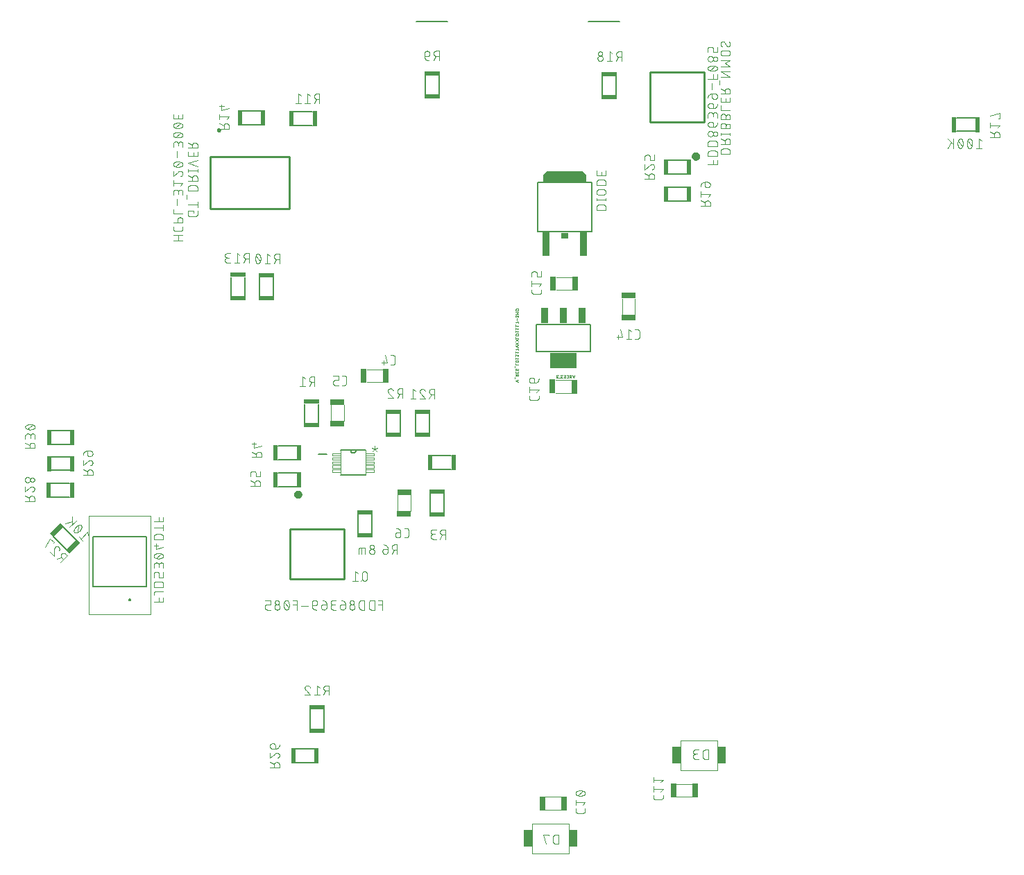
<source format=gbr>
G04 EAGLE Gerber RS-274X export*
G75*
%MOMM*%
%FSLAX34Y34*%
%LPD*%
%INSilkscreen Bottom*%
%IPPOS*%
%AMOC8*
5,1,8,0,0,1.08239X$1,22.5*%
G01*
%ADD10C,0.101600*%
%ADD11R,0.750100X1.700000*%
%ADD12R,1.700000X0.750100*%
%ADD13C,0.203200*%
%ADD14R,1.010000X2.100000*%
%ADD15R,1.000000X2.100000*%
%ADD16C,0.254000*%
%ADD17R,0.863600X2.895600*%
%ADD18R,0.863600X0.762000*%
%ADD19C,0.500000*%
%ADD20C,0.152400*%
%ADD21R,1.828800X0.584200*%
%ADD22R,0.584200X1.828800*%
%ADD23C,0.000000*%
%ADD24C,0.076200*%
%ADD25R,3.200400X1.854200*%
%ADD26R,0.863600X1.854200*%
%ADD27C,0.025400*%
%ADD28C,0.200000*%
%ADD29C,0.100000*%
%ADD30C,0.200000*%

G36*
X943528Y872961D02*
X943528Y872961D01*
X943593Y872960D01*
X943667Y872981D01*
X943743Y872992D01*
X943802Y873018D01*
X943864Y873035D01*
X943930Y873076D01*
X944000Y873108D01*
X944049Y873150D01*
X944104Y873184D01*
X944155Y873241D01*
X944214Y873291D01*
X944249Y873345D01*
X944293Y873393D01*
X944326Y873463D01*
X944368Y873527D01*
X944387Y873589D01*
X944415Y873647D01*
X944426Y873717D01*
X944450Y873797D01*
X944451Y873881D01*
X944462Y873950D01*
X944462Y881062D01*
X944449Y881158D01*
X944444Y881254D01*
X944429Y881297D01*
X944422Y881341D01*
X944383Y881429D01*
X944351Y881520D01*
X944326Y881554D01*
X944306Y881598D01*
X944224Y881694D01*
X944170Y881768D01*
X939598Y886340D01*
X939520Y886398D01*
X939449Y886463D01*
X939408Y886482D01*
X939372Y886509D01*
X939282Y886543D01*
X939195Y886585D01*
X939153Y886592D01*
X939109Y886608D01*
X938982Y886618D01*
X938892Y886632D01*
X896728Y886632D01*
X896632Y886619D01*
X896536Y886614D01*
X896493Y886599D01*
X896449Y886592D01*
X896361Y886553D01*
X896270Y886521D01*
X896236Y886496D01*
X896192Y886476D01*
X896096Y886394D01*
X896022Y886340D01*
X891450Y881768D01*
X891392Y881690D01*
X891327Y881619D01*
X891308Y881578D01*
X891281Y881542D01*
X891247Y881452D01*
X891205Y881365D01*
X891198Y881323D01*
X891182Y881279D01*
X891172Y881152D01*
X891158Y881062D01*
X891158Y873950D01*
X891167Y873886D01*
X891166Y873821D01*
X891187Y873747D01*
X891198Y873671D01*
X891224Y873612D01*
X891241Y873550D01*
X891282Y873484D01*
X891314Y873414D01*
X891356Y873365D01*
X891390Y873310D01*
X891447Y873259D01*
X891497Y873200D01*
X891551Y873165D01*
X891599Y873121D01*
X891669Y873088D01*
X891733Y873046D01*
X891795Y873027D01*
X891853Y872999D01*
X891923Y872988D01*
X892003Y872964D01*
X892087Y872963D01*
X892156Y872952D01*
X943464Y872952D01*
X943528Y872961D01*
G37*
D10*
X913410Y122530D02*
X894110Y122530D01*
X894110Y106790D02*
X913410Y106790D01*
D11*
X917028Y114651D03*
X890493Y114669D03*
D10*
X930958Y108116D02*
X930958Y105519D01*
X930960Y105420D01*
X930966Y105320D01*
X930975Y105221D01*
X930988Y105123D01*
X931005Y105025D01*
X931026Y104927D01*
X931051Y104831D01*
X931079Y104736D01*
X931111Y104642D01*
X931146Y104549D01*
X931185Y104457D01*
X931228Y104367D01*
X931273Y104279D01*
X931323Y104192D01*
X931375Y104108D01*
X931431Y104025D01*
X931489Y103945D01*
X931551Y103867D01*
X931616Y103792D01*
X931684Y103719D01*
X931754Y103649D01*
X931827Y103581D01*
X931902Y103516D01*
X931980Y103454D01*
X932060Y103396D01*
X932143Y103340D01*
X932227Y103288D01*
X932314Y103238D01*
X932402Y103193D01*
X932492Y103150D01*
X932584Y103111D01*
X932677Y103076D01*
X932771Y103044D01*
X932866Y103016D01*
X932962Y102991D01*
X933060Y102970D01*
X933158Y102953D01*
X933256Y102940D01*
X933355Y102931D01*
X933455Y102925D01*
X933554Y102923D01*
X940046Y102923D01*
X940145Y102925D01*
X940245Y102931D01*
X940344Y102940D01*
X940442Y102953D01*
X940540Y102970D01*
X940638Y102991D01*
X940734Y103016D01*
X940829Y103044D01*
X940923Y103076D01*
X941016Y103111D01*
X941108Y103150D01*
X941198Y103193D01*
X941286Y103238D01*
X941373Y103288D01*
X941457Y103340D01*
X941540Y103396D01*
X941620Y103454D01*
X941698Y103516D01*
X941773Y103581D01*
X941846Y103649D01*
X941916Y103719D01*
X941984Y103792D01*
X942049Y103867D01*
X942111Y103945D01*
X942169Y104025D01*
X942225Y104108D01*
X942277Y104192D01*
X942327Y104279D01*
X942372Y104367D01*
X942415Y104457D01*
X942454Y104549D01*
X942489Y104641D01*
X942521Y104736D01*
X942549Y104831D01*
X942574Y104927D01*
X942595Y105025D01*
X942612Y105123D01*
X942625Y105221D01*
X942634Y105320D01*
X942640Y105420D01*
X942642Y105519D01*
X942642Y108116D01*
X940046Y112481D02*
X942642Y115726D01*
X930958Y115726D01*
X930958Y112481D02*
X930958Y118972D01*
X936800Y123911D02*
X937030Y123914D01*
X937260Y123922D01*
X937489Y123936D01*
X937718Y123955D01*
X937947Y123980D01*
X938174Y124010D01*
X938402Y124045D01*
X938628Y124086D01*
X938853Y124132D01*
X939077Y124184D01*
X939299Y124241D01*
X939521Y124303D01*
X939740Y124371D01*
X939958Y124444D01*
X940175Y124522D01*
X940389Y124605D01*
X940601Y124693D01*
X940811Y124786D01*
X941019Y124885D01*
X941019Y124884D02*
X941109Y124917D01*
X941198Y124953D01*
X941286Y124993D01*
X941371Y125037D01*
X941455Y125084D01*
X941537Y125134D01*
X941617Y125188D01*
X941694Y125244D01*
X941770Y125304D01*
X941843Y125367D01*
X941913Y125432D01*
X941981Y125501D01*
X942045Y125572D01*
X942107Y125645D01*
X942166Y125721D01*
X942222Y125799D01*
X942275Y125880D01*
X942324Y125962D01*
X942370Y126046D01*
X942413Y126133D01*
X942452Y126220D01*
X942488Y126310D01*
X942520Y126400D01*
X942548Y126492D01*
X942573Y126585D01*
X942594Y126679D01*
X942611Y126773D01*
X942625Y126868D01*
X942634Y126964D01*
X942640Y127060D01*
X942642Y127156D01*
X942640Y127252D01*
X942634Y127348D01*
X942625Y127444D01*
X942611Y127539D01*
X942594Y127633D01*
X942573Y127727D01*
X942548Y127820D01*
X942520Y127912D01*
X942488Y128002D01*
X942452Y128092D01*
X942413Y128179D01*
X942370Y128266D01*
X942324Y128350D01*
X942275Y128432D01*
X942222Y128513D01*
X942166Y128591D01*
X942107Y128667D01*
X942045Y128740D01*
X941981Y128811D01*
X941913Y128880D01*
X941843Y128945D01*
X941770Y129008D01*
X941694Y129068D01*
X941617Y129124D01*
X941537Y129178D01*
X941455Y129228D01*
X941371Y129275D01*
X941286Y129319D01*
X941198Y129359D01*
X941109Y129395D01*
X941019Y129428D01*
X941019Y129429D02*
X940812Y129528D01*
X940602Y129621D01*
X940389Y129709D01*
X940175Y129792D01*
X939959Y129870D01*
X939741Y129943D01*
X939521Y130011D01*
X939300Y130073D01*
X939077Y130130D01*
X938853Y130182D01*
X938628Y130228D01*
X938402Y130269D01*
X938175Y130304D01*
X937947Y130334D01*
X937718Y130359D01*
X937489Y130378D01*
X937260Y130392D01*
X937030Y130400D01*
X936800Y130403D01*
X936800Y123911D02*
X936570Y123914D01*
X936340Y123922D01*
X936111Y123936D01*
X935882Y123955D01*
X935653Y123980D01*
X935425Y124010D01*
X935198Y124045D01*
X934972Y124086D01*
X934747Y124132D01*
X934523Y124184D01*
X934300Y124241D01*
X934079Y124303D01*
X933859Y124371D01*
X933641Y124444D01*
X933425Y124522D01*
X933211Y124605D01*
X932999Y124693D01*
X932788Y124786D01*
X932581Y124885D01*
X932581Y124884D02*
X932491Y124917D01*
X932402Y124953D01*
X932314Y124994D01*
X932229Y125037D01*
X932145Y125084D01*
X932063Y125134D01*
X931983Y125188D01*
X931906Y125244D01*
X931830Y125304D01*
X931757Y125367D01*
X931687Y125432D01*
X931619Y125501D01*
X931555Y125572D01*
X931493Y125645D01*
X931434Y125721D01*
X931378Y125799D01*
X931325Y125880D01*
X931276Y125962D01*
X931230Y126046D01*
X931187Y126133D01*
X931148Y126220D01*
X931112Y126310D01*
X931080Y126400D01*
X931052Y126492D01*
X931027Y126585D01*
X931006Y126679D01*
X930989Y126773D01*
X930975Y126868D01*
X930966Y126964D01*
X930960Y127060D01*
X930958Y127156D01*
X932581Y129428D02*
X932788Y129527D01*
X932999Y129620D01*
X933211Y129708D01*
X933425Y129791D01*
X933641Y129869D01*
X933859Y129942D01*
X934079Y130010D01*
X934300Y130072D01*
X934523Y130129D01*
X934747Y130181D01*
X934972Y130227D01*
X935198Y130268D01*
X935425Y130303D01*
X935653Y130333D01*
X935882Y130358D01*
X936111Y130377D01*
X936340Y130391D01*
X936570Y130399D01*
X936800Y130402D01*
X932581Y129428D02*
X932491Y129395D01*
X932402Y129359D01*
X932314Y129319D01*
X932229Y129275D01*
X932145Y129228D01*
X932063Y129178D01*
X931983Y129124D01*
X931906Y129068D01*
X931830Y129008D01*
X931757Y128945D01*
X931687Y128880D01*
X931619Y128811D01*
X931555Y128740D01*
X931493Y128667D01*
X931434Y128591D01*
X931378Y128513D01*
X931325Y128432D01*
X931276Y128350D01*
X931230Y128266D01*
X931187Y128179D01*
X931148Y128092D01*
X931112Y128002D01*
X931080Y127912D01*
X931052Y127820D01*
X931027Y127727D01*
X931006Y127633D01*
X930989Y127539D01*
X930975Y127444D01*
X930966Y127348D01*
X930960Y127252D01*
X930958Y127156D01*
X933554Y124560D02*
X940046Y129753D01*
X1054070Y122800D02*
X1073370Y122800D01*
X1073370Y138540D02*
X1054070Y138540D01*
D11*
X1050453Y130679D03*
X1076988Y130661D03*
D10*
X1025988Y124511D02*
X1025988Y121914D01*
X1025990Y121815D01*
X1025996Y121715D01*
X1026005Y121616D01*
X1026018Y121518D01*
X1026035Y121420D01*
X1026056Y121322D01*
X1026081Y121226D01*
X1026109Y121131D01*
X1026141Y121037D01*
X1026176Y120944D01*
X1026215Y120852D01*
X1026258Y120762D01*
X1026303Y120674D01*
X1026353Y120587D01*
X1026405Y120503D01*
X1026461Y120420D01*
X1026519Y120340D01*
X1026581Y120262D01*
X1026646Y120187D01*
X1026714Y120114D01*
X1026784Y120044D01*
X1026857Y119976D01*
X1026932Y119911D01*
X1027010Y119849D01*
X1027090Y119791D01*
X1027173Y119735D01*
X1027257Y119683D01*
X1027344Y119633D01*
X1027432Y119588D01*
X1027522Y119545D01*
X1027614Y119506D01*
X1027707Y119471D01*
X1027801Y119439D01*
X1027896Y119411D01*
X1027992Y119386D01*
X1028090Y119365D01*
X1028188Y119348D01*
X1028286Y119335D01*
X1028385Y119326D01*
X1028485Y119320D01*
X1028584Y119318D01*
X1035076Y119318D01*
X1035175Y119320D01*
X1035275Y119326D01*
X1035374Y119335D01*
X1035472Y119348D01*
X1035570Y119365D01*
X1035668Y119386D01*
X1035764Y119411D01*
X1035859Y119439D01*
X1035953Y119471D01*
X1036046Y119506D01*
X1036138Y119545D01*
X1036228Y119588D01*
X1036316Y119633D01*
X1036403Y119683D01*
X1036487Y119735D01*
X1036570Y119791D01*
X1036650Y119849D01*
X1036728Y119911D01*
X1036803Y119976D01*
X1036876Y120044D01*
X1036946Y120114D01*
X1037014Y120187D01*
X1037079Y120262D01*
X1037141Y120340D01*
X1037199Y120420D01*
X1037255Y120503D01*
X1037307Y120587D01*
X1037357Y120674D01*
X1037402Y120762D01*
X1037445Y120852D01*
X1037484Y120944D01*
X1037519Y121036D01*
X1037551Y121131D01*
X1037579Y121226D01*
X1037604Y121322D01*
X1037625Y121420D01*
X1037642Y121518D01*
X1037655Y121616D01*
X1037664Y121715D01*
X1037670Y121815D01*
X1037672Y121914D01*
X1037672Y124511D01*
X1035076Y128876D02*
X1037672Y132122D01*
X1025988Y132122D01*
X1025988Y135367D02*
X1025988Y128876D01*
X1035076Y140306D02*
X1037672Y143552D01*
X1025988Y143552D01*
X1025988Y146797D02*
X1025988Y140306D01*
X987690Y711870D02*
X987690Y731170D01*
X1003430Y731170D02*
X1003430Y711870D01*
D12*
X995569Y734788D03*
X995551Y708253D03*
D10*
X1003714Y681708D02*
X1006311Y681708D01*
X1006410Y681710D01*
X1006510Y681716D01*
X1006609Y681725D01*
X1006707Y681738D01*
X1006805Y681755D01*
X1006903Y681776D01*
X1006999Y681801D01*
X1007094Y681829D01*
X1007188Y681861D01*
X1007281Y681896D01*
X1007373Y681935D01*
X1007463Y681978D01*
X1007551Y682023D01*
X1007638Y682073D01*
X1007722Y682125D01*
X1007805Y682181D01*
X1007885Y682239D01*
X1007963Y682301D01*
X1008038Y682366D01*
X1008111Y682434D01*
X1008181Y682504D01*
X1008249Y682577D01*
X1008314Y682652D01*
X1008376Y682730D01*
X1008434Y682810D01*
X1008490Y682893D01*
X1008542Y682977D01*
X1008592Y683064D01*
X1008637Y683152D01*
X1008680Y683242D01*
X1008719Y683334D01*
X1008754Y683427D01*
X1008786Y683521D01*
X1008814Y683616D01*
X1008839Y683712D01*
X1008860Y683810D01*
X1008877Y683908D01*
X1008890Y684006D01*
X1008899Y684105D01*
X1008905Y684205D01*
X1008907Y684304D01*
X1008907Y690796D01*
X1008905Y690895D01*
X1008899Y690995D01*
X1008890Y691094D01*
X1008877Y691192D01*
X1008860Y691290D01*
X1008839Y691388D01*
X1008814Y691484D01*
X1008786Y691579D01*
X1008754Y691673D01*
X1008719Y691766D01*
X1008680Y691858D01*
X1008637Y691948D01*
X1008592Y692036D01*
X1008542Y692123D01*
X1008490Y692207D01*
X1008434Y692290D01*
X1008376Y692370D01*
X1008314Y692448D01*
X1008249Y692523D01*
X1008181Y692596D01*
X1008111Y692666D01*
X1008038Y692734D01*
X1007963Y692799D01*
X1007885Y692861D01*
X1007805Y692919D01*
X1007722Y692975D01*
X1007638Y693027D01*
X1007551Y693077D01*
X1007463Y693122D01*
X1007373Y693165D01*
X1007281Y693204D01*
X1007188Y693239D01*
X1007094Y693271D01*
X1006999Y693299D01*
X1006903Y693324D01*
X1006805Y693345D01*
X1006707Y693362D01*
X1006609Y693375D01*
X1006510Y693384D01*
X1006410Y693390D01*
X1006311Y693392D01*
X1003714Y693392D01*
X999349Y690796D02*
X996104Y693392D01*
X996104Y681708D01*
X999349Y681708D02*
X992858Y681708D01*
X987919Y684304D02*
X985323Y693392D01*
X987919Y684304D02*
X981428Y684304D01*
X983375Y686901D02*
X983375Y681708D01*
X926570Y757390D02*
X907270Y757390D01*
X907270Y741650D02*
X926570Y741650D01*
D11*
X930188Y749511D03*
X903653Y749529D03*
D10*
X877348Y741976D02*
X877348Y739379D01*
X877350Y739280D01*
X877356Y739180D01*
X877365Y739081D01*
X877378Y738983D01*
X877395Y738885D01*
X877416Y738787D01*
X877441Y738691D01*
X877469Y738596D01*
X877501Y738502D01*
X877536Y738409D01*
X877575Y738317D01*
X877618Y738227D01*
X877663Y738139D01*
X877713Y738052D01*
X877765Y737968D01*
X877821Y737885D01*
X877879Y737805D01*
X877941Y737727D01*
X878006Y737652D01*
X878074Y737579D01*
X878144Y737509D01*
X878217Y737441D01*
X878292Y737376D01*
X878370Y737314D01*
X878450Y737256D01*
X878533Y737200D01*
X878617Y737148D01*
X878704Y737098D01*
X878792Y737053D01*
X878882Y737010D01*
X878974Y736971D01*
X879067Y736936D01*
X879161Y736904D01*
X879256Y736876D01*
X879352Y736851D01*
X879450Y736830D01*
X879548Y736813D01*
X879646Y736800D01*
X879745Y736791D01*
X879845Y736785D01*
X879944Y736783D01*
X886436Y736783D01*
X886535Y736785D01*
X886635Y736791D01*
X886734Y736800D01*
X886832Y736813D01*
X886930Y736830D01*
X887028Y736851D01*
X887124Y736876D01*
X887219Y736904D01*
X887313Y736936D01*
X887406Y736971D01*
X887498Y737010D01*
X887588Y737053D01*
X887676Y737098D01*
X887763Y737148D01*
X887847Y737200D01*
X887930Y737256D01*
X888010Y737314D01*
X888088Y737376D01*
X888163Y737441D01*
X888236Y737509D01*
X888306Y737579D01*
X888374Y737652D01*
X888439Y737727D01*
X888501Y737805D01*
X888559Y737885D01*
X888615Y737968D01*
X888667Y738052D01*
X888717Y738139D01*
X888762Y738227D01*
X888805Y738317D01*
X888844Y738409D01*
X888879Y738501D01*
X888911Y738596D01*
X888939Y738691D01*
X888964Y738787D01*
X888985Y738885D01*
X889002Y738983D01*
X889015Y739081D01*
X889024Y739180D01*
X889030Y739280D01*
X889032Y739379D01*
X889032Y741976D01*
X886436Y746341D02*
X889032Y749586D01*
X877348Y749586D01*
X877348Y746341D02*
X877348Y752832D01*
X877348Y757771D02*
X877348Y761666D01*
X877350Y761765D01*
X877356Y761865D01*
X877365Y761964D01*
X877378Y762062D01*
X877395Y762160D01*
X877416Y762258D01*
X877441Y762354D01*
X877469Y762449D01*
X877501Y762543D01*
X877536Y762636D01*
X877575Y762728D01*
X877618Y762818D01*
X877663Y762906D01*
X877713Y762993D01*
X877765Y763077D01*
X877821Y763160D01*
X877879Y763240D01*
X877941Y763318D01*
X878006Y763393D01*
X878074Y763466D01*
X878144Y763536D01*
X878217Y763604D01*
X878292Y763669D01*
X878370Y763731D01*
X878450Y763789D01*
X878533Y763845D01*
X878617Y763897D01*
X878704Y763947D01*
X878792Y763992D01*
X878882Y764035D01*
X878974Y764074D01*
X879067Y764109D01*
X879161Y764141D01*
X879256Y764169D01*
X879352Y764194D01*
X879450Y764215D01*
X879548Y764232D01*
X879646Y764245D01*
X879745Y764254D01*
X879845Y764260D01*
X879944Y764262D01*
X881243Y764262D01*
X881342Y764260D01*
X881442Y764254D01*
X881541Y764245D01*
X881639Y764232D01*
X881737Y764215D01*
X881835Y764194D01*
X881931Y764169D01*
X882026Y764141D01*
X882120Y764109D01*
X882213Y764074D01*
X882305Y764035D01*
X882395Y763992D01*
X882483Y763947D01*
X882570Y763897D01*
X882654Y763845D01*
X882737Y763789D01*
X882817Y763731D01*
X882895Y763669D01*
X882970Y763604D01*
X883043Y763536D01*
X883113Y763466D01*
X883181Y763393D01*
X883246Y763318D01*
X883308Y763240D01*
X883366Y763160D01*
X883422Y763077D01*
X883474Y762993D01*
X883524Y762906D01*
X883569Y762818D01*
X883612Y762728D01*
X883651Y762636D01*
X883686Y762543D01*
X883718Y762449D01*
X883746Y762354D01*
X883771Y762258D01*
X883792Y762160D01*
X883809Y762062D01*
X883822Y761964D01*
X883831Y761865D01*
X883837Y761765D01*
X883839Y761666D01*
X883839Y757771D01*
X889032Y757771D01*
X889032Y764262D01*
X906610Y631580D02*
X925910Y631580D01*
X925910Y615840D02*
X906610Y615840D01*
D11*
X929528Y623701D03*
X902993Y623719D03*
D10*
X874438Y612266D02*
X874438Y609669D01*
X874440Y609570D01*
X874446Y609470D01*
X874455Y609371D01*
X874468Y609273D01*
X874485Y609175D01*
X874506Y609077D01*
X874531Y608981D01*
X874559Y608886D01*
X874591Y608792D01*
X874626Y608699D01*
X874665Y608607D01*
X874708Y608517D01*
X874753Y608429D01*
X874803Y608342D01*
X874855Y608258D01*
X874911Y608175D01*
X874969Y608095D01*
X875031Y608017D01*
X875096Y607942D01*
X875164Y607869D01*
X875234Y607799D01*
X875307Y607731D01*
X875382Y607666D01*
X875460Y607604D01*
X875540Y607546D01*
X875623Y607490D01*
X875707Y607438D01*
X875794Y607388D01*
X875882Y607343D01*
X875972Y607300D01*
X876064Y607261D01*
X876157Y607226D01*
X876251Y607194D01*
X876346Y607166D01*
X876442Y607141D01*
X876540Y607120D01*
X876638Y607103D01*
X876736Y607090D01*
X876835Y607081D01*
X876935Y607075D01*
X877034Y607073D01*
X883526Y607073D01*
X883625Y607075D01*
X883725Y607081D01*
X883824Y607090D01*
X883922Y607103D01*
X884020Y607120D01*
X884118Y607141D01*
X884214Y607166D01*
X884309Y607194D01*
X884403Y607226D01*
X884496Y607261D01*
X884588Y607300D01*
X884678Y607343D01*
X884766Y607388D01*
X884853Y607438D01*
X884937Y607490D01*
X885020Y607546D01*
X885100Y607604D01*
X885178Y607666D01*
X885253Y607731D01*
X885326Y607799D01*
X885396Y607869D01*
X885464Y607942D01*
X885529Y608017D01*
X885591Y608095D01*
X885649Y608175D01*
X885705Y608258D01*
X885757Y608342D01*
X885807Y608429D01*
X885852Y608517D01*
X885895Y608607D01*
X885934Y608699D01*
X885969Y608791D01*
X886001Y608886D01*
X886029Y608981D01*
X886054Y609077D01*
X886075Y609175D01*
X886092Y609273D01*
X886105Y609371D01*
X886114Y609470D01*
X886120Y609570D01*
X886122Y609669D01*
X886122Y612266D01*
X883526Y616631D02*
X886122Y619876D01*
X874438Y619876D01*
X874438Y616631D02*
X874438Y623122D01*
X880929Y628061D02*
X880929Y631956D01*
X880927Y632055D01*
X880921Y632155D01*
X880912Y632254D01*
X880899Y632352D01*
X880882Y632450D01*
X880861Y632548D01*
X880836Y632644D01*
X880808Y632739D01*
X880776Y632833D01*
X880741Y632926D01*
X880702Y633018D01*
X880659Y633108D01*
X880614Y633196D01*
X880564Y633283D01*
X880512Y633367D01*
X880456Y633450D01*
X880398Y633530D01*
X880336Y633608D01*
X880271Y633683D01*
X880203Y633756D01*
X880133Y633826D01*
X880060Y633894D01*
X879985Y633959D01*
X879907Y634021D01*
X879827Y634079D01*
X879744Y634135D01*
X879660Y634187D01*
X879573Y634237D01*
X879485Y634282D01*
X879395Y634325D01*
X879303Y634364D01*
X879210Y634399D01*
X879116Y634431D01*
X879021Y634459D01*
X878925Y634484D01*
X878827Y634505D01*
X878729Y634522D01*
X878631Y634535D01*
X878532Y634544D01*
X878432Y634550D01*
X878333Y634552D01*
X877684Y634552D01*
X877571Y634550D01*
X877458Y634544D01*
X877345Y634534D01*
X877232Y634520D01*
X877120Y634503D01*
X877009Y634481D01*
X876899Y634456D01*
X876789Y634426D01*
X876681Y634393D01*
X876574Y634356D01*
X876468Y634316D01*
X876364Y634271D01*
X876261Y634223D01*
X876160Y634172D01*
X876061Y634117D01*
X875964Y634059D01*
X875869Y633997D01*
X875776Y633932D01*
X875686Y633864D01*
X875598Y633793D01*
X875512Y633718D01*
X875429Y633641D01*
X875349Y633561D01*
X875272Y633478D01*
X875197Y633392D01*
X875126Y633304D01*
X875058Y633214D01*
X874993Y633121D01*
X874931Y633026D01*
X874873Y632929D01*
X874818Y632830D01*
X874767Y632729D01*
X874719Y632626D01*
X874674Y632522D01*
X874634Y632416D01*
X874597Y632309D01*
X874564Y632201D01*
X874534Y632091D01*
X874509Y631981D01*
X874487Y631870D01*
X874470Y631758D01*
X874456Y631645D01*
X874446Y631532D01*
X874440Y631419D01*
X874438Y631306D01*
X874440Y631193D01*
X874446Y631080D01*
X874456Y630967D01*
X874470Y630854D01*
X874487Y630742D01*
X874509Y630631D01*
X874534Y630521D01*
X874564Y630411D01*
X874597Y630303D01*
X874634Y630196D01*
X874674Y630090D01*
X874719Y629986D01*
X874767Y629883D01*
X874818Y629782D01*
X874873Y629683D01*
X874931Y629586D01*
X874993Y629491D01*
X875058Y629398D01*
X875126Y629308D01*
X875197Y629220D01*
X875272Y629134D01*
X875349Y629051D01*
X875429Y628971D01*
X875512Y628894D01*
X875598Y628819D01*
X875686Y628748D01*
X875776Y628680D01*
X875869Y628615D01*
X875964Y628553D01*
X876061Y628495D01*
X876160Y628440D01*
X876261Y628389D01*
X876364Y628341D01*
X876468Y628296D01*
X876574Y628256D01*
X876681Y628219D01*
X876789Y628186D01*
X876899Y628156D01*
X877009Y628131D01*
X877120Y628109D01*
X877232Y628092D01*
X877345Y628078D01*
X877458Y628068D01*
X877571Y628062D01*
X877684Y628060D01*
X877684Y628061D02*
X880929Y628061D01*
X881072Y628063D01*
X881215Y628069D01*
X881358Y628079D01*
X881500Y628093D01*
X881642Y628110D01*
X881784Y628132D01*
X881925Y628157D01*
X882065Y628187D01*
X882204Y628220D01*
X882342Y628257D01*
X882479Y628298D01*
X882615Y628342D01*
X882750Y628391D01*
X882883Y628443D01*
X883015Y628498D01*
X883145Y628558D01*
X883274Y628621D01*
X883401Y628687D01*
X883525Y628757D01*
X883648Y628830D01*
X883769Y628907D01*
X883888Y628987D01*
X884004Y629070D01*
X884119Y629156D01*
X884230Y629245D01*
X884340Y629338D01*
X884446Y629433D01*
X884550Y629532D01*
X884651Y629633D01*
X884750Y629737D01*
X884845Y629843D01*
X884938Y629953D01*
X885027Y630064D01*
X885113Y630179D01*
X885196Y630295D01*
X885276Y630414D01*
X885353Y630535D01*
X885426Y630657D01*
X885496Y630782D01*
X885562Y630909D01*
X885625Y631038D01*
X885685Y631168D01*
X885740Y631300D01*
X885792Y631433D01*
X885841Y631568D01*
X885885Y631704D01*
X885926Y631841D01*
X885963Y631979D01*
X885996Y632118D01*
X886026Y632258D01*
X886051Y632399D01*
X886073Y632541D01*
X886090Y632683D01*
X886104Y632825D01*
X886114Y632968D01*
X886120Y633111D01*
X886122Y633254D01*
X695400Y628850D02*
X676100Y628850D01*
X676100Y644590D02*
X695400Y644590D01*
D11*
X672483Y636729D03*
X699018Y636711D03*
D10*
X705349Y650378D02*
X707946Y650378D01*
X708045Y650380D01*
X708145Y650386D01*
X708244Y650395D01*
X708342Y650408D01*
X708440Y650425D01*
X708538Y650446D01*
X708634Y650471D01*
X708729Y650499D01*
X708823Y650531D01*
X708916Y650566D01*
X709008Y650605D01*
X709098Y650648D01*
X709186Y650693D01*
X709273Y650743D01*
X709357Y650795D01*
X709440Y650851D01*
X709520Y650909D01*
X709598Y650971D01*
X709673Y651036D01*
X709746Y651104D01*
X709816Y651174D01*
X709884Y651247D01*
X709949Y651322D01*
X710011Y651400D01*
X710069Y651480D01*
X710125Y651563D01*
X710177Y651647D01*
X710227Y651734D01*
X710272Y651822D01*
X710315Y651912D01*
X710354Y652004D01*
X710389Y652097D01*
X710421Y652191D01*
X710449Y652286D01*
X710474Y652382D01*
X710495Y652480D01*
X710512Y652578D01*
X710525Y652676D01*
X710534Y652775D01*
X710540Y652875D01*
X710542Y652974D01*
X710542Y659466D01*
X710540Y659565D01*
X710534Y659665D01*
X710525Y659764D01*
X710512Y659862D01*
X710495Y659960D01*
X710474Y660058D01*
X710449Y660154D01*
X710421Y660249D01*
X710389Y660343D01*
X710354Y660436D01*
X710315Y660528D01*
X710272Y660618D01*
X710227Y660706D01*
X710177Y660793D01*
X710125Y660877D01*
X710069Y660960D01*
X710011Y661040D01*
X709949Y661118D01*
X709884Y661193D01*
X709816Y661266D01*
X709746Y661336D01*
X709673Y661404D01*
X709598Y661469D01*
X709520Y661531D01*
X709440Y661589D01*
X709357Y661645D01*
X709273Y661697D01*
X709186Y661747D01*
X709098Y661792D01*
X709008Y661835D01*
X708916Y661874D01*
X708823Y661909D01*
X708729Y661941D01*
X708634Y661969D01*
X708538Y661994D01*
X708440Y662015D01*
X708342Y662032D01*
X708244Y662045D01*
X708145Y662054D01*
X708045Y662060D01*
X707946Y662062D01*
X705349Y662062D01*
X698387Y662062D02*
X700984Y652974D01*
X694493Y652974D01*
X696440Y655571D02*
X696440Y650378D01*
X648200Y601320D02*
X648200Y582020D01*
X632460Y582020D02*
X632460Y601320D01*
D12*
X640321Y578403D03*
X640339Y604938D03*
D10*
X645989Y625218D02*
X648586Y625218D01*
X648685Y625220D01*
X648785Y625226D01*
X648884Y625235D01*
X648982Y625248D01*
X649080Y625265D01*
X649178Y625286D01*
X649274Y625311D01*
X649369Y625339D01*
X649463Y625371D01*
X649556Y625406D01*
X649648Y625445D01*
X649738Y625488D01*
X649826Y625533D01*
X649913Y625583D01*
X649997Y625635D01*
X650080Y625691D01*
X650160Y625749D01*
X650238Y625811D01*
X650313Y625876D01*
X650386Y625944D01*
X650456Y626014D01*
X650524Y626087D01*
X650589Y626162D01*
X650651Y626240D01*
X650709Y626320D01*
X650765Y626403D01*
X650817Y626487D01*
X650867Y626574D01*
X650912Y626662D01*
X650955Y626752D01*
X650994Y626844D01*
X651029Y626937D01*
X651061Y627031D01*
X651089Y627126D01*
X651114Y627222D01*
X651135Y627320D01*
X651152Y627418D01*
X651165Y627516D01*
X651174Y627615D01*
X651180Y627715D01*
X651182Y627814D01*
X651182Y634306D01*
X651180Y634405D01*
X651174Y634505D01*
X651165Y634604D01*
X651152Y634702D01*
X651135Y634800D01*
X651114Y634898D01*
X651089Y634994D01*
X651061Y635089D01*
X651029Y635183D01*
X650994Y635276D01*
X650955Y635368D01*
X650912Y635458D01*
X650867Y635546D01*
X650817Y635633D01*
X650765Y635717D01*
X650709Y635800D01*
X650651Y635880D01*
X650589Y635958D01*
X650524Y636033D01*
X650456Y636106D01*
X650386Y636176D01*
X650313Y636244D01*
X650238Y636309D01*
X650160Y636371D01*
X650080Y636429D01*
X649997Y636485D01*
X649913Y636537D01*
X649826Y636587D01*
X649738Y636632D01*
X649648Y636675D01*
X649556Y636714D01*
X649463Y636749D01*
X649369Y636781D01*
X649274Y636809D01*
X649178Y636834D01*
X649080Y636855D01*
X648982Y636872D01*
X648884Y636885D01*
X648785Y636894D01*
X648685Y636900D01*
X648586Y636902D01*
X645989Y636902D01*
X641624Y625218D02*
X637729Y625218D01*
X637630Y625220D01*
X637530Y625226D01*
X637431Y625235D01*
X637333Y625248D01*
X637235Y625265D01*
X637137Y625286D01*
X637041Y625311D01*
X636946Y625339D01*
X636852Y625371D01*
X636759Y625406D01*
X636667Y625445D01*
X636577Y625488D01*
X636489Y625533D01*
X636402Y625583D01*
X636318Y625635D01*
X636235Y625691D01*
X636155Y625749D01*
X636077Y625811D01*
X636002Y625876D01*
X635929Y625944D01*
X635859Y626014D01*
X635791Y626087D01*
X635726Y626162D01*
X635664Y626240D01*
X635606Y626320D01*
X635550Y626403D01*
X635498Y626487D01*
X635448Y626574D01*
X635403Y626662D01*
X635360Y626752D01*
X635321Y626844D01*
X635286Y626937D01*
X635254Y627031D01*
X635226Y627126D01*
X635201Y627222D01*
X635180Y627320D01*
X635163Y627418D01*
X635150Y627516D01*
X635141Y627615D01*
X635135Y627715D01*
X635133Y627814D01*
X635133Y629113D01*
X635135Y629212D01*
X635141Y629312D01*
X635150Y629411D01*
X635163Y629509D01*
X635180Y629607D01*
X635201Y629705D01*
X635226Y629801D01*
X635254Y629896D01*
X635286Y629990D01*
X635321Y630083D01*
X635360Y630175D01*
X635403Y630265D01*
X635448Y630353D01*
X635498Y630440D01*
X635550Y630524D01*
X635606Y630607D01*
X635664Y630687D01*
X635726Y630765D01*
X635791Y630840D01*
X635859Y630913D01*
X635929Y630983D01*
X636002Y631051D01*
X636077Y631116D01*
X636155Y631178D01*
X636235Y631236D01*
X636318Y631292D01*
X636402Y631344D01*
X636489Y631394D01*
X636577Y631439D01*
X636667Y631482D01*
X636759Y631521D01*
X636852Y631556D01*
X636946Y631588D01*
X637041Y631616D01*
X637137Y631641D01*
X637235Y631662D01*
X637333Y631679D01*
X637431Y631692D01*
X637530Y631701D01*
X637630Y631707D01*
X637729Y631709D01*
X641624Y631709D01*
X641624Y636902D01*
X635133Y636902D01*
X713940Y491340D02*
X713940Y472040D01*
X729680Y472040D02*
X729680Y491340D01*
D12*
X721819Y494958D03*
X721801Y468423D03*
D10*
X721844Y439138D02*
X724441Y439138D01*
X724540Y439140D01*
X724640Y439146D01*
X724739Y439155D01*
X724837Y439168D01*
X724935Y439185D01*
X725033Y439206D01*
X725129Y439231D01*
X725224Y439259D01*
X725318Y439291D01*
X725411Y439326D01*
X725503Y439365D01*
X725593Y439408D01*
X725681Y439453D01*
X725768Y439503D01*
X725852Y439555D01*
X725935Y439611D01*
X726015Y439669D01*
X726093Y439731D01*
X726168Y439796D01*
X726241Y439864D01*
X726311Y439934D01*
X726379Y440007D01*
X726444Y440082D01*
X726506Y440160D01*
X726564Y440240D01*
X726620Y440323D01*
X726672Y440407D01*
X726722Y440494D01*
X726767Y440582D01*
X726810Y440672D01*
X726849Y440764D01*
X726884Y440857D01*
X726916Y440951D01*
X726944Y441046D01*
X726969Y441142D01*
X726990Y441240D01*
X727007Y441338D01*
X727020Y441436D01*
X727029Y441535D01*
X727035Y441635D01*
X727037Y441734D01*
X727037Y448226D01*
X727035Y448325D01*
X727029Y448425D01*
X727020Y448524D01*
X727007Y448622D01*
X726990Y448720D01*
X726969Y448818D01*
X726944Y448914D01*
X726916Y449009D01*
X726884Y449103D01*
X726849Y449196D01*
X726810Y449288D01*
X726767Y449378D01*
X726722Y449466D01*
X726672Y449553D01*
X726620Y449637D01*
X726564Y449720D01*
X726506Y449800D01*
X726444Y449878D01*
X726379Y449953D01*
X726311Y450026D01*
X726241Y450096D01*
X726168Y450164D01*
X726093Y450229D01*
X726015Y450291D01*
X725935Y450349D01*
X725852Y450405D01*
X725768Y450457D01*
X725681Y450507D01*
X725593Y450552D01*
X725503Y450595D01*
X725411Y450634D01*
X725318Y450669D01*
X725224Y450701D01*
X725129Y450729D01*
X725033Y450754D01*
X724935Y450775D01*
X724837Y450792D01*
X724739Y450805D01*
X724640Y450814D01*
X724540Y450820D01*
X724441Y450822D01*
X721844Y450822D01*
X717479Y445629D02*
X713584Y445629D01*
X713485Y445627D01*
X713385Y445621D01*
X713286Y445612D01*
X713188Y445599D01*
X713090Y445582D01*
X712992Y445561D01*
X712896Y445536D01*
X712801Y445508D01*
X712707Y445476D01*
X712614Y445441D01*
X712522Y445402D01*
X712432Y445359D01*
X712344Y445314D01*
X712257Y445264D01*
X712173Y445212D01*
X712090Y445156D01*
X712010Y445098D01*
X711932Y445036D01*
X711857Y444971D01*
X711784Y444903D01*
X711714Y444833D01*
X711646Y444760D01*
X711581Y444685D01*
X711519Y444607D01*
X711461Y444527D01*
X711405Y444444D01*
X711353Y444360D01*
X711303Y444273D01*
X711258Y444185D01*
X711215Y444095D01*
X711176Y444003D01*
X711141Y443910D01*
X711109Y443816D01*
X711081Y443721D01*
X711056Y443625D01*
X711035Y443527D01*
X711018Y443429D01*
X711005Y443331D01*
X710996Y443232D01*
X710990Y443132D01*
X710988Y443033D01*
X710988Y442384D01*
X710990Y442271D01*
X710996Y442158D01*
X711006Y442045D01*
X711020Y441932D01*
X711037Y441820D01*
X711059Y441709D01*
X711084Y441599D01*
X711114Y441489D01*
X711147Y441381D01*
X711184Y441274D01*
X711224Y441168D01*
X711269Y441064D01*
X711317Y440961D01*
X711368Y440860D01*
X711423Y440761D01*
X711481Y440664D01*
X711543Y440569D01*
X711608Y440476D01*
X711676Y440386D01*
X711747Y440298D01*
X711822Y440212D01*
X711899Y440129D01*
X711979Y440049D01*
X712062Y439972D01*
X712148Y439897D01*
X712236Y439826D01*
X712326Y439758D01*
X712419Y439693D01*
X712514Y439631D01*
X712611Y439573D01*
X712710Y439518D01*
X712811Y439467D01*
X712914Y439419D01*
X713018Y439374D01*
X713124Y439334D01*
X713231Y439297D01*
X713339Y439264D01*
X713449Y439234D01*
X713559Y439209D01*
X713670Y439187D01*
X713782Y439170D01*
X713895Y439156D01*
X714008Y439146D01*
X714121Y439140D01*
X714234Y439138D01*
X714347Y439140D01*
X714460Y439146D01*
X714573Y439156D01*
X714686Y439170D01*
X714798Y439187D01*
X714909Y439209D01*
X715019Y439234D01*
X715129Y439264D01*
X715237Y439297D01*
X715344Y439334D01*
X715450Y439374D01*
X715554Y439419D01*
X715657Y439467D01*
X715758Y439518D01*
X715857Y439573D01*
X715954Y439631D01*
X716049Y439693D01*
X716142Y439758D01*
X716232Y439826D01*
X716320Y439897D01*
X716406Y439972D01*
X716489Y440049D01*
X716569Y440129D01*
X716646Y440212D01*
X716721Y440298D01*
X716792Y440386D01*
X716860Y440476D01*
X716925Y440569D01*
X716987Y440664D01*
X717045Y440761D01*
X717100Y440860D01*
X717151Y440961D01*
X717199Y441064D01*
X717244Y441168D01*
X717284Y441274D01*
X717321Y441381D01*
X717354Y441489D01*
X717384Y441599D01*
X717409Y441709D01*
X717431Y441820D01*
X717448Y441932D01*
X717462Y442045D01*
X717472Y442158D01*
X717478Y442271D01*
X717480Y442384D01*
X717479Y442384D02*
X717479Y445629D01*
X717477Y445772D01*
X717471Y445915D01*
X717461Y446058D01*
X717447Y446200D01*
X717430Y446342D01*
X717408Y446484D01*
X717383Y446625D01*
X717353Y446765D01*
X717320Y446904D01*
X717283Y447042D01*
X717242Y447179D01*
X717198Y447315D01*
X717149Y447450D01*
X717097Y447583D01*
X717042Y447715D01*
X716982Y447845D01*
X716919Y447974D01*
X716853Y448101D01*
X716783Y448226D01*
X716710Y448348D01*
X716633Y448469D01*
X716553Y448588D01*
X716470Y448704D01*
X716384Y448819D01*
X716295Y448930D01*
X716202Y449040D01*
X716107Y449146D01*
X716008Y449250D01*
X715907Y449351D01*
X715803Y449450D01*
X715697Y449545D01*
X715587Y449638D01*
X715476Y449727D01*
X715361Y449813D01*
X715245Y449896D01*
X715126Y449976D01*
X715005Y450053D01*
X714883Y450126D01*
X714758Y450196D01*
X714631Y450262D01*
X714502Y450325D01*
X714372Y450385D01*
X714240Y450440D01*
X714107Y450492D01*
X713972Y450541D01*
X713836Y450585D01*
X713699Y450626D01*
X713561Y450663D01*
X713422Y450696D01*
X713282Y450726D01*
X713141Y450751D01*
X712999Y450773D01*
X712857Y450790D01*
X712715Y450804D01*
X712572Y450814D01*
X712429Y450820D01*
X712286Y450822D01*
D13*
X736530Y1069600D02*
X774630Y1069600D01*
X946880Y1069600D02*
X984980Y1069600D01*
D10*
X922930Y90190D02*
X922930Y53190D01*
X922930Y90190D02*
X878130Y90190D01*
X878130Y53190D01*
X922930Y53190D01*
D14*
X873180Y71690D03*
D15*
X927930Y71690D03*
D10*
X910200Y76682D02*
X910200Y64998D01*
X910200Y76682D02*
X906955Y76682D01*
X906842Y76680D01*
X906729Y76674D01*
X906616Y76664D01*
X906503Y76650D01*
X906391Y76633D01*
X906280Y76611D01*
X906170Y76586D01*
X906060Y76556D01*
X905952Y76523D01*
X905845Y76486D01*
X905739Y76446D01*
X905635Y76401D01*
X905532Y76353D01*
X905431Y76302D01*
X905332Y76247D01*
X905235Y76189D01*
X905140Y76127D01*
X905047Y76062D01*
X904957Y75994D01*
X904869Y75923D01*
X904783Y75848D01*
X904700Y75771D01*
X904620Y75691D01*
X904543Y75608D01*
X904468Y75522D01*
X904397Y75434D01*
X904329Y75344D01*
X904264Y75251D01*
X904202Y75156D01*
X904144Y75059D01*
X904089Y74960D01*
X904038Y74859D01*
X903990Y74756D01*
X903945Y74652D01*
X903905Y74546D01*
X903868Y74439D01*
X903835Y74331D01*
X903805Y74221D01*
X903780Y74111D01*
X903758Y74000D01*
X903741Y73888D01*
X903727Y73775D01*
X903717Y73662D01*
X903711Y73549D01*
X903709Y73436D01*
X903709Y68244D01*
X903711Y68131D01*
X903717Y68018D01*
X903727Y67905D01*
X903741Y67792D01*
X903758Y67680D01*
X903780Y67569D01*
X903805Y67459D01*
X903835Y67349D01*
X903868Y67241D01*
X903905Y67134D01*
X903945Y67028D01*
X903990Y66924D01*
X904038Y66821D01*
X904089Y66720D01*
X904144Y66621D01*
X904202Y66524D01*
X904264Y66429D01*
X904329Y66336D01*
X904397Y66246D01*
X904468Y66158D01*
X904543Y66072D01*
X904620Y65989D01*
X904700Y65909D01*
X904783Y65832D01*
X904869Y65757D01*
X904957Y65686D01*
X905047Y65618D01*
X905140Y65553D01*
X905235Y65491D01*
X905332Y65433D01*
X905431Y65378D01*
X905532Y65327D01*
X905635Y65279D01*
X905739Y65234D01*
X905845Y65194D01*
X905952Y65157D01*
X906060Y65124D01*
X906170Y65094D01*
X906280Y65069D01*
X906391Y65047D01*
X906503Y65030D01*
X906616Y65016D01*
X906729Y65006D01*
X906842Y65000D01*
X906955Y64998D01*
X910200Y64998D01*
X898389Y75384D02*
X898389Y76682D01*
X891898Y76682D01*
X895144Y64998D01*
D16*
X581960Y841180D02*
X485460Y841180D01*
X581960Y841180D02*
X581960Y904680D01*
X485460Y904680D01*
X485460Y841180D01*
X485460Y904680D01*
X581960Y904680D01*
X581960Y841180D01*
X485460Y841180D01*
X494234Y936800D02*
X494236Y936871D01*
X494242Y936942D01*
X494252Y937012D01*
X494265Y937081D01*
X494283Y937150D01*
X494304Y937218D01*
X494329Y937284D01*
X494358Y937349D01*
X494390Y937412D01*
X494426Y937474D01*
X494465Y937533D01*
X494508Y937590D01*
X494553Y937644D01*
X494601Y937696D01*
X494653Y937745D01*
X494707Y937791D01*
X494763Y937834D01*
X494821Y937874D01*
X494882Y937911D01*
X494945Y937944D01*
X495009Y937974D01*
X495075Y938000D01*
X495143Y938022D01*
X495211Y938041D01*
X495281Y938055D01*
X495351Y938066D01*
X495421Y938073D01*
X495492Y938076D01*
X495563Y938075D01*
X495634Y938070D01*
X495704Y938061D01*
X495774Y938048D01*
X495843Y938032D01*
X495911Y938011D01*
X495978Y937987D01*
X496043Y937959D01*
X496107Y937928D01*
X496168Y937893D01*
X496228Y937855D01*
X496286Y937813D01*
X496341Y937769D01*
X496393Y937721D01*
X496443Y937670D01*
X496490Y937617D01*
X496534Y937561D01*
X496575Y937503D01*
X496612Y937443D01*
X496646Y937381D01*
X496677Y937317D01*
X496704Y937251D01*
X496727Y937184D01*
X496746Y937116D01*
X496762Y937047D01*
X496774Y936977D01*
X496782Y936906D01*
X496786Y936835D01*
X496786Y936765D01*
X496782Y936694D01*
X496774Y936623D01*
X496762Y936553D01*
X496746Y936484D01*
X496727Y936416D01*
X496704Y936349D01*
X496677Y936283D01*
X496646Y936219D01*
X496612Y936157D01*
X496575Y936097D01*
X496534Y936039D01*
X496490Y935983D01*
X496443Y935930D01*
X496393Y935879D01*
X496341Y935831D01*
X496286Y935787D01*
X496228Y935745D01*
X496168Y935707D01*
X496107Y935672D01*
X496043Y935641D01*
X495978Y935613D01*
X495911Y935589D01*
X495843Y935568D01*
X495774Y935552D01*
X495704Y935539D01*
X495634Y935530D01*
X495563Y935525D01*
X495492Y935524D01*
X495421Y935527D01*
X495351Y935534D01*
X495281Y935545D01*
X495211Y935559D01*
X495143Y935578D01*
X495075Y935600D01*
X495009Y935626D01*
X494945Y935656D01*
X494882Y935689D01*
X494821Y935726D01*
X494763Y935766D01*
X494707Y935809D01*
X494653Y935855D01*
X494601Y935904D01*
X494553Y935956D01*
X494508Y936010D01*
X494465Y936067D01*
X494426Y936126D01*
X494390Y936188D01*
X494358Y936251D01*
X494329Y936316D01*
X494304Y936382D01*
X494283Y936450D01*
X494265Y936519D01*
X494252Y936588D01*
X494242Y936658D01*
X494236Y936729D01*
X494234Y936800D01*
D10*
X464459Y838099D02*
X464459Y836152D01*
X464459Y838099D02*
X457968Y838099D01*
X457968Y834205D01*
X457970Y834106D01*
X457976Y834006D01*
X457985Y833907D01*
X457998Y833809D01*
X458015Y833711D01*
X458036Y833613D01*
X458061Y833517D01*
X458089Y833422D01*
X458121Y833328D01*
X458156Y833235D01*
X458195Y833143D01*
X458238Y833053D01*
X458283Y832965D01*
X458333Y832878D01*
X458385Y832794D01*
X458441Y832711D01*
X458499Y832631D01*
X458561Y832553D01*
X458626Y832478D01*
X458694Y832405D01*
X458764Y832335D01*
X458837Y832267D01*
X458912Y832202D01*
X458990Y832140D01*
X459070Y832082D01*
X459153Y832026D01*
X459237Y831974D01*
X459324Y831924D01*
X459412Y831879D01*
X459502Y831836D01*
X459594Y831797D01*
X459687Y831762D01*
X459781Y831730D01*
X459876Y831702D01*
X459972Y831677D01*
X460070Y831656D01*
X460168Y831639D01*
X460266Y831626D01*
X460365Y831617D01*
X460465Y831611D01*
X460564Y831609D01*
X460564Y831608D02*
X467056Y831608D01*
X467056Y831609D02*
X467155Y831611D01*
X467255Y831617D01*
X467354Y831626D01*
X467452Y831639D01*
X467550Y831656D01*
X467648Y831677D01*
X467744Y831702D01*
X467839Y831730D01*
X467933Y831762D01*
X468026Y831797D01*
X468118Y831836D01*
X468208Y831879D01*
X468296Y831924D01*
X468383Y831974D01*
X468467Y832026D01*
X468550Y832082D01*
X468630Y832140D01*
X468708Y832202D01*
X468783Y832267D01*
X468856Y832335D01*
X468926Y832405D01*
X468994Y832478D01*
X469059Y832553D01*
X469121Y832631D01*
X469179Y832711D01*
X469235Y832794D01*
X469287Y832878D01*
X469337Y832965D01*
X469382Y833053D01*
X469425Y833143D01*
X469464Y833235D01*
X469499Y833327D01*
X469531Y833422D01*
X469559Y833517D01*
X469584Y833613D01*
X469605Y833711D01*
X469622Y833809D01*
X469635Y833907D01*
X469644Y834006D01*
X469650Y834106D01*
X469652Y834205D01*
X469652Y838099D01*
X469652Y845903D02*
X457968Y845903D01*
X469652Y842657D02*
X469652Y849148D01*
X456670Y852831D02*
X456670Y858024D01*
X457968Y862850D02*
X469652Y862850D01*
X469652Y866096D01*
X469650Y866209D01*
X469644Y866322D01*
X469634Y866435D01*
X469620Y866548D01*
X469603Y866660D01*
X469581Y866771D01*
X469556Y866881D01*
X469526Y866991D01*
X469493Y867099D01*
X469456Y867206D01*
X469416Y867312D01*
X469371Y867416D01*
X469323Y867519D01*
X469272Y867620D01*
X469217Y867719D01*
X469159Y867816D01*
X469097Y867911D01*
X469032Y868004D01*
X468964Y868094D01*
X468893Y868182D01*
X468818Y868268D01*
X468741Y868351D01*
X468661Y868431D01*
X468578Y868508D01*
X468492Y868583D01*
X468404Y868654D01*
X468314Y868722D01*
X468221Y868787D01*
X468126Y868849D01*
X468029Y868907D01*
X467930Y868962D01*
X467829Y869013D01*
X467726Y869061D01*
X467622Y869106D01*
X467516Y869146D01*
X467409Y869183D01*
X467301Y869216D01*
X467191Y869246D01*
X467081Y869271D01*
X466970Y869293D01*
X466858Y869310D01*
X466745Y869324D01*
X466632Y869334D01*
X466519Y869340D01*
X466406Y869342D01*
X466406Y869341D02*
X461214Y869341D01*
X461214Y869342D02*
X461101Y869340D01*
X460988Y869334D01*
X460875Y869324D01*
X460762Y869310D01*
X460650Y869293D01*
X460539Y869271D01*
X460429Y869246D01*
X460319Y869216D01*
X460211Y869183D01*
X460104Y869146D01*
X459998Y869106D01*
X459894Y869061D01*
X459791Y869013D01*
X459690Y868962D01*
X459591Y868907D01*
X459494Y868849D01*
X459399Y868787D01*
X459306Y868722D01*
X459216Y868654D01*
X459128Y868583D01*
X459042Y868508D01*
X458959Y868431D01*
X458879Y868351D01*
X458802Y868268D01*
X458727Y868182D01*
X458656Y868094D01*
X458588Y868004D01*
X458523Y867911D01*
X458461Y867816D01*
X458403Y867719D01*
X458348Y867620D01*
X458297Y867519D01*
X458249Y867416D01*
X458204Y867312D01*
X458164Y867206D01*
X458127Y867099D01*
X458094Y866991D01*
X458064Y866881D01*
X458039Y866771D01*
X458017Y866660D01*
X458000Y866548D01*
X457986Y866435D01*
X457976Y866322D01*
X457970Y866209D01*
X457968Y866096D01*
X457968Y862850D01*
X457968Y875116D02*
X469652Y875116D01*
X469652Y878361D01*
X469650Y878474D01*
X469644Y878587D01*
X469634Y878700D01*
X469620Y878813D01*
X469603Y878925D01*
X469581Y879036D01*
X469556Y879146D01*
X469526Y879256D01*
X469493Y879364D01*
X469456Y879471D01*
X469416Y879577D01*
X469371Y879681D01*
X469323Y879784D01*
X469272Y879885D01*
X469217Y879984D01*
X469159Y880081D01*
X469097Y880176D01*
X469032Y880269D01*
X468964Y880359D01*
X468893Y880447D01*
X468818Y880533D01*
X468741Y880616D01*
X468661Y880696D01*
X468578Y880773D01*
X468492Y880848D01*
X468404Y880919D01*
X468314Y880987D01*
X468221Y881052D01*
X468126Y881114D01*
X468029Y881172D01*
X467930Y881227D01*
X467829Y881278D01*
X467726Y881326D01*
X467622Y881371D01*
X467516Y881411D01*
X467409Y881448D01*
X467301Y881481D01*
X467191Y881511D01*
X467081Y881536D01*
X466970Y881558D01*
X466858Y881575D01*
X466745Y881589D01*
X466632Y881599D01*
X466519Y881605D01*
X466406Y881607D01*
X466293Y881605D01*
X466180Y881599D01*
X466067Y881589D01*
X465954Y881575D01*
X465842Y881558D01*
X465731Y881536D01*
X465621Y881511D01*
X465511Y881481D01*
X465403Y881448D01*
X465296Y881411D01*
X465190Y881371D01*
X465086Y881326D01*
X464983Y881278D01*
X464882Y881227D01*
X464783Y881172D01*
X464686Y881114D01*
X464591Y881052D01*
X464498Y880987D01*
X464408Y880919D01*
X464320Y880848D01*
X464234Y880773D01*
X464151Y880696D01*
X464071Y880616D01*
X463994Y880533D01*
X463919Y880447D01*
X463848Y880359D01*
X463780Y880269D01*
X463715Y880176D01*
X463653Y880081D01*
X463595Y879984D01*
X463540Y879885D01*
X463489Y879784D01*
X463441Y879681D01*
X463396Y879577D01*
X463356Y879471D01*
X463319Y879364D01*
X463286Y879256D01*
X463256Y879146D01*
X463231Y879036D01*
X463209Y878925D01*
X463192Y878813D01*
X463178Y878700D01*
X463168Y878587D01*
X463162Y878474D01*
X463160Y878361D01*
X463161Y878361D02*
X463161Y875116D01*
X463161Y879010D02*
X457968Y881607D01*
X457968Y887432D02*
X469652Y887432D01*
X457968Y886133D02*
X457968Y888730D01*
X469652Y888730D02*
X469652Y886133D01*
X469652Y892681D02*
X457968Y896576D01*
X469652Y900470D01*
X457968Y905164D02*
X457968Y910357D01*
X457968Y905164D02*
X469652Y905164D01*
X469652Y910357D01*
X464459Y909058D02*
X464459Y905164D01*
X469652Y915121D02*
X457968Y915121D01*
X469652Y915121D02*
X469652Y918366D01*
X469650Y918479D01*
X469644Y918592D01*
X469634Y918705D01*
X469620Y918818D01*
X469603Y918930D01*
X469581Y919041D01*
X469556Y919151D01*
X469526Y919261D01*
X469493Y919369D01*
X469456Y919476D01*
X469416Y919582D01*
X469371Y919686D01*
X469323Y919789D01*
X469272Y919890D01*
X469217Y919989D01*
X469159Y920086D01*
X469097Y920181D01*
X469032Y920274D01*
X468964Y920364D01*
X468893Y920452D01*
X468818Y920538D01*
X468741Y920621D01*
X468661Y920701D01*
X468578Y920778D01*
X468492Y920853D01*
X468404Y920924D01*
X468314Y920992D01*
X468221Y921057D01*
X468126Y921119D01*
X468029Y921177D01*
X467930Y921232D01*
X467829Y921283D01*
X467726Y921331D01*
X467622Y921376D01*
X467516Y921416D01*
X467409Y921453D01*
X467301Y921486D01*
X467191Y921516D01*
X467081Y921541D01*
X466970Y921563D01*
X466858Y921580D01*
X466745Y921594D01*
X466632Y921604D01*
X466519Y921610D01*
X466406Y921612D01*
X466293Y921610D01*
X466180Y921604D01*
X466067Y921594D01*
X465954Y921580D01*
X465842Y921563D01*
X465731Y921541D01*
X465621Y921516D01*
X465511Y921486D01*
X465403Y921453D01*
X465296Y921416D01*
X465190Y921376D01*
X465086Y921331D01*
X464983Y921283D01*
X464882Y921232D01*
X464783Y921177D01*
X464686Y921119D01*
X464591Y921057D01*
X464498Y920992D01*
X464408Y920924D01*
X464320Y920853D01*
X464234Y920778D01*
X464151Y920701D01*
X464071Y920621D01*
X463994Y920538D01*
X463919Y920452D01*
X463848Y920364D01*
X463780Y920274D01*
X463715Y920181D01*
X463653Y920086D01*
X463595Y919989D01*
X463540Y919890D01*
X463489Y919789D01*
X463441Y919686D01*
X463396Y919582D01*
X463356Y919476D01*
X463319Y919369D01*
X463286Y919261D01*
X463256Y919151D01*
X463231Y919041D01*
X463209Y918930D01*
X463192Y918818D01*
X463178Y918705D01*
X463168Y918592D01*
X463162Y918479D01*
X463160Y918366D01*
X463161Y918366D02*
X463161Y915121D01*
X463161Y919015D02*
X457968Y921612D01*
X451562Y801977D02*
X439878Y801977D01*
X446369Y801977D02*
X446369Y808468D01*
X451562Y808468D02*
X439878Y808468D01*
X439878Y816351D02*
X439878Y818948D01*
X439878Y816351D02*
X439880Y816252D01*
X439886Y816152D01*
X439895Y816053D01*
X439908Y815955D01*
X439925Y815857D01*
X439946Y815759D01*
X439971Y815663D01*
X439999Y815568D01*
X440031Y815474D01*
X440066Y815381D01*
X440105Y815289D01*
X440148Y815199D01*
X440193Y815111D01*
X440243Y815024D01*
X440295Y814940D01*
X440351Y814857D01*
X440409Y814777D01*
X440471Y814699D01*
X440536Y814624D01*
X440604Y814551D01*
X440674Y814481D01*
X440747Y814413D01*
X440822Y814348D01*
X440900Y814286D01*
X440980Y814228D01*
X441063Y814172D01*
X441147Y814120D01*
X441234Y814070D01*
X441322Y814025D01*
X441412Y813982D01*
X441504Y813943D01*
X441597Y813908D01*
X441691Y813876D01*
X441786Y813848D01*
X441882Y813823D01*
X441980Y813802D01*
X442078Y813785D01*
X442176Y813772D01*
X442275Y813763D01*
X442375Y813757D01*
X442474Y813755D01*
X448966Y813755D01*
X449065Y813757D01*
X449165Y813763D01*
X449264Y813772D01*
X449362Y813785D01*
X449460Y813802D01*
X449558Y813823D01*
X449654Y813848D01*
X449749Y813876D01*
X449843Y813908D01*
X449936Y813943D01*
X450028Y813982D01*
X450118Y814025D01*
X450206Y814070D01*
X450293Y814120D01*
X450377Y814172D01*
X450460Y814228D01*
X450540Y814286D01*
X450618Y814348D01*
X450693Y814413D01*
X450766Y814481D01*
X450836Y814551D01*
X450904Y814624D01*
X450969Y814699D01*
X451031Y814777D01*
X451089Y814857D01*
X451145Y814940D01*
X451197Y815024D01*
X451247Y815111D01*
X451292Y815199D01*
X451335Y815289D01*
X451374Y815381D01*
X451409Y815473D01*
X451441Y815568D01*
X451469Y815663D01*
X451494Y815759D01*
X451515Y815857D01*
X451532Y815955D01*
X451545Y816053D01*
X451554Y816152D01*
X451560Y816252D01*
X451562Y816351D01*
X451562Y818948D01*
X451562Y823863D02*
X439878Y823863D01*
X451562Y823863D02*
X451562Y827109D01*
X451560Y827222D01*
X451554Y827335D01*
X451544Y827448D01*
X451530Y827561D01*
X451513Y827673D01*
X451491Y827784D01*
X451466Y827894D01*
X451436Y828004D01*
X451403Y828112D01*
X451366Y828219D01*
X451326Y828325D01*
X451281Y828429D01*
X451233Y828532D01*
X451182Y828633D01*
X451127Y828732D01*
X451069Y828829D01*
X451007Y828924D01*
X450942Y829017D01*
X450874Y829107D01*
X450803Y829195D01*
X450728Y829281D01*
X450651Y829364D01*
X450571Y829444D01*
X450488Y829521D01*
X450402Y829596D01*
X450314Y829667D01*
X450224Y829735D01*
X450131Y829800D01*
X450036Y829862D01*
X449939Y829920D01*
X449840Y829975D01*
X449739Y830026D01*
X449636Y830074D01*
X449532Y830119D01*
X449426Y830159D01*
X449319Y830196D01*
X449211Y830229D01*
X449101Y830259D01*
X448991Y830284D01*
X448880Y830306D01*
X448768Y830323D01*
X448655Y830337D01*
X448542Y830347D01*
X448429Y830353D01*
X448316Y830355D01*
X448203Y830353D01*
X448090Y830347D01*
X447977Y830337D01*
X447864Y830323D01*
X447752Y830306D01*
X447641Y830284D01*
X447531Y830259D01*
X447421Y830229D01*
X447313Y830196D01*
X447206Y830159D01*
X447100Y830119D01*
X446996Y830074D01*
X446893Y830026D01*
X446792Y829975D01*
X446693Y829920D01*
X446596Y829862D01*
X446501Y829800D01*
X446408Y829735D01*
X446318Y829667D01*
X446230Y829596D01*
X446144Y829521D01*
X446061Y829444D01*
X445981Y829364D01*
X445904Y829281D01*
X445829Y829195D01*
X445758Y829107D01*
X445690Y829017D01*
X445625Y828924D01*
X445563Y828829D01*
X445505Y828732D01*
X445450Y828633D01*
X445399Y828532D01*
X445351Y828429D01*
X445306Y828325D01*
X445266Y828219D01*
X445229Y828112D01*
X445196Y828004D01*
X445166Y827894D01*
X445141Y827784D01*
X445119Y827673D01*
X445102Y827561D01*
X445088Y827448D01*
X445078Y827335D01*
X445072Y827222D01*
X445070Y827109D01*
X445071Y827109D02*
X445071Y823863D01*
X439878Y835146D02*
X451562Y835146D01*
X439878Y835146D02*
X439878Y840339D01*
X444422Y844762D02*
X444422Y852551D01*
X439878Y857603D02*
X439878Y860848D01*
X439880Y860961D01*
X439886Y861074D01*
X439896Y861187D01*
X439910Y861300D01*
X439927Y861412D01*
X439949Y861523D01*
X439974Y861633D01*
X440004Y861743D01*
X440037Y861851D01*
X440074Y861958D01*
X440114Y862064D01*
X440159Y862168D01*
X440207Y862271D01*
X440258Y862372D01*
X440313Y862471D01*
X440371Y862568D01*
X440433Y862663D01*
X440498Y862756D01*
X440566Y862846D01*
X440637Y862934D01*
X440712Y863020D01*
X440789Y863103D01*
X440869Y863183D01*
X440952Y863260D01*
X441038Y863335D01*
X441126Y863406D01*
X441216Y863474D01*
X441309Y863539D01*
X441404Y863601D01*
X441501Y863659D01*
X441600Y863714D01*
X441701Y863765D01*
X441804Y863813D01*
X441908Y863858D01*
X442014Y863898D01*
X442121Y863935D01*
X442229Y863968D01*
X442339Y863998D01*
X442449Y864023D01*
X442560Y864045D01*
X442672Y864062D01*
X442785Y864076D01*
X442898Y864086D01*
X443011Y864092D01*
X443124Y864094D01*
X443237Y864092D01*
X443350Y864086D01*
X443463Y864076D01*
X443576Y864062D01*
X443688Y864045D01*
X443799Y864023D01*
X443909Y863998D01*
X444019Y863968D01*
X444127Y863935D01*
X444234Y863898D01*
X444340Y863858D01*
X444444Y863813D01*
X444547Y863765D01*
X444648Y863714D01*
X444747Y863659D01*
X444844Y863601D01*
X444939Y863539D01*
X445032Y863474D01*
X445122Y863406D01*
X445210Y863335D01*
X445296Y863260D01*
X445379Y863183D01*
X445459Y863103D01*
X445536Y863020D01*
X445611Y862934D01*
X445682Y862846D01*
X445750Y862756D01*
X445815Y862663D01*
X445877Y862568D01*
X445935Y862471D01*
X445990Y862372D01*
X446041Y862271D01*
X446089Y862168D01*
X446134Y862064D01*
X446174Y861958D01*
X446211Y861851D01*
X446244Y861743D01*
X446274Y861633D01*
X446299Y861523D01*
X446321Y861412D01*
X446338Y861300D01*
X446352Y861187D01*
X446362Y861074D01*
X446368Y860961D01*
X446370Y860848D01*
X451562Y861498D02*
X451562Y857603D01*
X451562Y861498D02*
X451560Y861599D01*
X451554Y861699D01*
X451544Y861799D01*
X451531Y861899D01*
X451513Y861998D01*
X451492Y862097D01*
X451467Y862194D01*
X451438Y862291D01*
X451405Y862386D01*
X451369Y862480D01*
X451329Y862572D01*
X451286Y862663D01*
X451239Y862752D01*
X451189Y862839D01*
X451135Y862925D01*
X451078Y863008D01*
X451018Y863088D01*
X450955Y863167D01*
X450888Y863243D01*
X450819Y863316D01*
X450747Y863386D01*
X450673Y863454D01*
X450596Y863519D01*
X450516Y863580D01*
X450434Y863639D01*
X450350Y863694D01*
X450264Y863746D01*
X450176Y863795D01*
X450086Y863840D01*
X449994Y863882D01*
X449901Y863920D01*
X449806Y863954D01*
X449711Y863985D01*
X449614Y864012D01*
X449516Y864035D01*
X449417Y864055D01*
X449317Y864070D01*
X449217Y864082D01*
X449117Y864090D01*
X449016Y864094D01*
X448916Y864094D01*
X448815Y864090D01*
X448715Y864082D01*
X448615Y864070D01*
X448515Y864055D01*
X448416Y864035D01*
X448318Y864012D01*
X448221Y863985D01*
X448126Y863954D01*
X448031Y863920D01*
X447938Y863882D01*
X447846Y863840D01*
X447756Y863795D01*
X447668Y863746D01*
X447582Y863694D01*
X447498Y863639D01*
X447416Y863580D01*
X447336Y863519D01*
X447259Y863454D01*
X447185Y863386D01*
X447113Y863316D01*
X447044Y863243D01*
X446977Y863167D01*
X446914Y863088D01*
X446854Y863008D01*
X446797Y862925D01*
X446743Y862839D01*
X446693Y862752D01*
X446646Y862663D01*
X446603Y862572D01*
X446563Y862480D01*
X446527Y862386D01*
X446494Y862291D01*
X446465Y862194D01*
X446440Y862097D01*
X446419Y861998D01*
X446401Y861899D01*
X446388Y861799D01*
X446378Y861699D01*
X446372Y861599D01*
X446370Y861498D01*
X446369Y861498D02*
X446369Y858901D01*
X448966Y869033D02*
X451562Y872278D01*
X439878Y872278D01*
X439878Y869033D02*
X439878Y875524D01*
X448641Y886954D02*
X448748Y886952D01*
X448854Y886946D01*
X448960Y886936D01*
X449066Y886923D01*
X449172Y886905D01*
X449276Y886884D01*
X449380Y886859D01*
X449483Y886830D01*
X449584Y886798D01*
X449684Y886761D01*
X449783Y886721D01*
X449881Y886678D01*
X449977Y886631D01*
X450071Y886580D01*
X450163Y886526D01*
X450253Y886469D01*
X450341Y886409D01*
X450426Y886345D01*
X450509Y886278D01*
X450590Y886208D01*
X450668Y886136D01*
X450744Y886060D01*
X450816Y885982D01*
X450886Y885901D01*
X450953Y885818D01*
X451017Y885733D01*
X451077Y885645D01*
X451134Y885555D01*
X451188Y885463D01*
X451239Y885369D01*
X451286Y885273D01*
X451329Y885175D01*
X451369Y885076D01*
X451406Y884976D01*
X451438Y884875D01*
X451467Y884772D01*
X451492Y884668D01*
X451513Y884564D01*
X451531Y884458D01*
X451544Y884352D01*
X451554Y884246D01*
X451560Y884140D01*
X451562Y884033D01*
X451560Y883912D01*
X451554Y883791D01*
X451544Y883671D01*
X451531Y883550D01*
X451513Y883431D01*
X451492Y883311D01*
X451467Y883193D01*
X451438Y883076D01*
X451405Y882959D01*
X451369Y882844D01*
X451328Y882730D01*
X451285Y882617D01*
X451237Y882505D01*
X451186Y882396D01*
X451131Y882288D01*
X451073Y882181D01*
X451012Y882077D01*
X450947Y881975D01*
X450879Y881875D01*
X450808Y881777D01*
X450734Y881681D01*
X450657Y881588D01*
X450576Y881498D01*
X450493Y881410D01*
X450407Y881325D01*
X450318Y881242D01*
X450227Y881163D01*
X450133Y881086D01*
X450037Y881013D01*
X449939Y880943D01*
X449838Y880876D01*
X449735Y880812D01*
X449630Y880752D01*
X449523Y880695D01*
X449415Y880641D01*
X449305Y880591D01*
X449193Y880545D01*
X449080Y880502D01*
X448965Y880463D01*
X446369Y885980D02*
X446446Y886059D01*
X446527Y886135D01*
X446610Y886208D01*
X446695Y886278D01*
X446783Y886345D01*
X446873Y886409D01*
X446965Y886469D01*
X447060Y886526D01*
X447156Y886580D01*
X447254Y886631D01*
X447354Y886678D01*
X447456Y886722D01*
X447559Y886762D01*
X447663Y886798D01*
X447769Y886830D01*
X447875Y886859D01*
X447983Y886884D01*
X448091Y886906D01*
X448201Y886923D01*
X448310Y886937D01*
X448420Y886946D01*
X448531Y886952D01*
X448641Y886954D01*
X446369Y885980D02*
X439878Y880463D01*
X439878Y886954D01*
X445720Y891893D02*
X445950Y891896D01*
X446180Y891904D01*
X446409Y891918D01*
X446638Y891937D01*
X446867Y891962D01*
X447094Y891992D01*
X447322Y892027D01*
X447548Y892068D01*
X447773Y892114D01*
X447997Y892166D01*
X448219Y892223D01*
X448441Y892285D01*
X448660Y892353D01*
X448878Y892426D01*
X449095Y892504D01*
X449309Y892587D01*
X449521Y892675D01*
X449731Y892768D01*
X449939Y892867D01*
X449939Y892866D02*
X450029Y892899D01*
X450118Y892935D01*
X450206Y892975D01*
X450291Y893019D01*
X450375Y893066D01*
X450457Y893116D01*
X450537Y893170D01*
X450614Y893226D01*
X450690Y893286D01*
X450763Y893349D01*
X450833Y893414D01*
X450901Y893483D01*
X450965Y893554D01*
X451027Y893627D01*
X451086Y893703D01*
X451142Y893781D01*
X451195Y893862D01*
X451244Y893944D01*
X451290Y894028D01*
X451333Y894115D01*
X451372Y894202D01*
X451408Y894292D01*
X451440Y894382D01*
X451468Y894474D01*
X451493Y894567D01*
X451514Y894661D01*
X451531Y894755D01*
X451545Y894850D01*
X451554Y894946D01*
X451560Y895042D01*
X451562Y895138D01*
X451560Y895234D01*
X451554Y895330D01*
X451545Y895426D01*
X451531Y895521D01*
X451514Y895615D01*
X451493Y895709D01*
X451468Y895802D01*
X451440Y895894D01*
X451408Y895984D01*
X451372Y896074D01*
X451333Y896161D01*
X451290Y896248D01*
X451244Y896332D01*
X451195Y896414D01*
X451142Y896495D01*
X451086Y896573D01*
X451027Y896649D01*
X450965Y896722D01*
X450901Y896793D01*
X450833Y896862D01*
X450763Y896927D01*
X450690Y896990D01*
X450614Y897050D01*
X450537Y897106D01*
X450457Y897160D01*
X450375Y897210D01*
X450291Y897257D01*
X450206Y897301D01*
X450118Y897341D01*
X450029Y897377D01*
X449939Y897410D01*
X449732Y897509D01*
X449522Y897602D01*
X449309Y897690D01*
X449095Y897773D01*
X448879Y897851D01*
X448661Y897924D01*
X448441Y897992D01*
X448220Y898054D01*
X447997Y898111D01*
X447773Y898163D01*
X447548Y898209D01*
X447322Y898250D01*
X447095Y898285D01*
X446867Y898315D01*
X446638Y898340D01*
X446409Y898359D01*
X446180Y898373D01*
X445950Y898381D01*
X445720Y898384D01*
X445720Y891892D02*
X445490Y891895D01*
X445260Y891903D01*
X445031Y891917D01*
X444802Y891936D01*
X444573Y891961D01*
X444345Y891991D01*
X444118Y892026D01*
X443892Y892067D01*
X443667Y892113D01*
X443443Y892165D01*
X443220Y892222D01*
X442999Y892284D01*
X442779Y892352D01*
X442561Y892425D01*
X442345Y892503D01*
X442131Y892586D01*
X441919Y892674D01*
X441708Y892767D01*
X441501Y892866D01*
X441411Y892899D01*
X441322Y892935D01*
X441234Y892976D01*
X441149Y893019D01*
X441065Y893066D01*
X440983Y893116D01*
X440903Y893170D01*
X440826Y893226D01*
X440750Y893286D01*
X440677Y893349D01*
X440607Y893414D01*
X440539Y893483D01*
X440475Y893554D01*
X440413Y893627D01*
X440354Y893703D01*
X440298Y893781D01*
X440245Y893862D01*
X440196Y893944D01*
X440150Y894028D01*
X440107Y894115D01*
X440068Y894202D01*
X440032Y894292D01*
X440000Y894382D01*
X439972Y894474D01*
X439947Y894567D01*
X439926Y894661D01*
X439909Y894755D01*
X439895Y894850D01*
X439886Y894946D01*
X439880Y895042D01*
X439878Y895138D01*
X441501Y897410D02*
X441708Y897509D01*
X441919Y897602D01*
X442131Y897690D01*
X442345Y897773D01*
X442561Y897851D01*
X442779Y897924D01*
X442999Y897992D01*
X443220Y898054D01*
X443443Y898111D01*
X443667Y898163D01*
X443892Y898209D01*
X444118Y898250D01*
X444345Y898285D01*
X444573Y898315D01*
X444802Y898340D01*
X445031Y898359D01*
X445260Y898373D01*
X445490Y898381D01*
X445720Y898384D01*
X441501Y897410D02*
X441411Y897377D01*
X441322Y897341D01*
X441234Y897301D01*
X441149Y897257D01*
X441065Y897210D01*
X440983Y897160D01*
X440903Y897106D01*
X440826Y897050D01*
X440750Y896990D01*
X440677Y896927D01*
X440607Y896862D01*
X440539Y896793D01*
X440475Y896722D01*
X440413Y896649D01*
X440354Y896573D01*
X440298Y896495D01*
X440245Y896414D01*
X440196Y896332D01*
X440150Y896248D01*
X440107Y896161D01*
X440068Y896074D01*
X440032Y895984D01*
X440000Y895894D01*
X439972Y895802D01*
X439947Y895709D01*
X439926Y895615D01*
X439909Y895521D01*
X439895Y895426D01*
X439886Y895330D01*
X439880Y895234D01*
X439878Y895138D01*
X442474Y892542D02*
X448966Y897735D01*
X444422Y903436D02*
X444422Y911225D01*
X439878Y916277D02*
X439878Y919522D01*
X439880Y919635D01*
X439886Y919748D01*
X439896Y919861D01*
X439910Y919974D01*
X439927Y920086D01*
X439949Y920197D01*
X439974Y920307D01*
X440004Y920417D01*
X440037Y920525D01*
X440074Y920632D01*
X440114Y920738D01*
X440159Y920842D01*
X440207Y920945D01*
X440258Y921046D01*
X440313Y921145D01*
X440371Y921242D01*
X440433Y921337D01*
X440498Y921430D01*
X440566Y921520D01*
X440637Y921608D01*
X440712Y921694D01*
X440789Y921777D01*
X440869Y921857D01*
X440952Y921934D01*
X441038Y922009D01*
X441126Y922080D01*
X441216Y922148D01*
X441309Y922213D01*
X441404Y922275D01*
X441501Y922333D01*
X441600Y922388D01*
X441701Y922439D01*
X441804Y922487D01*
X441908Y922532D01*
X442014Y922572D01*
X442121Y922609D01*
X442229Y922642D01*
X442339Y922672D01*
X442449Y922697D01*
X442560Y922719D01*
X442672Y922736D01*
X442785Y922750D01*
X442898Y922760D01*
X443011Y922766D01*
X443124Y922768D01*
X443237Y922766D01*
X443350Y922760D01*
X443463Y922750D01*
X443576Y922736D01*
X443688Y922719D01*
X443799Y922697D01*
X443909Y922672D01*
X444019Y922642D01*
X444127Y922609D01*
X444234Y922572D01*
X444340Y922532D01*
X444444Y922487D01*
X444547Y922439D01*
X444648Y922388D01*
X444747Y922333D01*
X444844Y922275D01*
X444939Y922213D01*
X445032Y922148D01*
X445122Y922080D01*
X445210Y922009D01*
X445296Y921934D01*
X445379Y921857D01*
X445459Y921777D01*
X445536Y921694D01*
X445611Y921608D01*
X445682Y921520D01*
X445750Y921430D01*
X445815Y921337D01*
X445877Y921242D01*
X445935Y921145D01*
X445990Y921046D01*
X446041Y920945D01*
X446089Y920842D01*
X446134Y920738D01*
X446174Y920632D01*
X446211Y920525D01*
X446244Y920417D01*
X446274Y920307D01*
X446299Y920197D01*
X446321Y920086D01*
X446338Y919974D01*
X446352Y919861D01*
X446362Y919748D01*
X446368Y919635D01*
X446370Y919522D01*
X451562Y920171D02*
X451562Y916277D01*
X451562Y920171D02*
X451560Y920272D01*
X451554Y920372D01*
X451544Y920472D01*
X451531Y920572D01*
X451513Y920671D01*
X451492Y920770D01*
X451467Y920867D01*
X451438Y920964D01*
X451405Y921059D01*
X451369Y921153D01*
X451329Y921245D01*
X451286Y921336D01*
X451239Y921425D01*
X451189Y921512D01*
X451135Y921598D01*
X451078Y921681D01*
X451018Y921761D01*
X450955Y921840D01*
X450888Y921916D01*
X450819Y921989D01*
X450747Y922059D01*
X450673Y922127D01*
X450596Y922192D01*
X450516Y922253D01*
X450434Y922312D01*
X450350Y922367D01*
X450264Y922419D01*
X450176Y922468D01*
X450086Y922513D01*
X449994Y922555D01*
X449901Y922593D01*
X449806Y922627D01*
X449711Y922658D01*
X449614Y922685D01*
X449516Y922708D01*
X449417Y922728D01*
X449317Y922743D01*
X449217Y922755D01*
X449117Y922763D01*
X449016Y922767D01*
X448916Y922767D01*
X448815Y922763D01*
X448715Y922755D01*
X448615Y922743D01*
X448515Y922728D01*
X448416Y922708D01*
X448318Y922685D01*
X448221Y922658D01*
X448126Y922627D01*
X448031Y922593D01*
X447938Y922555D01*
X447846Y922513D01*
X447756Y922468D01*
X447668Y922419D01*
X447582Y922367D01*
X447498Y922312D01*
X447416Y922253D01*
X447336Y922192D01*
X447259Y922127D01*
X447185Y922059D01*
X447113Y921989D01*
X447044Y921916D01*
X446977Y921840D01*
X446914Y921761D01*
X446854Y921681D01*
X446797Y921598D01*
X446743Y921512D01*
X446693Y921425D01*
X446646Y921336D01*
X446603Y921245D01*
X446563Y921153D01*
X446527Y921059D01*
X446494Y920964D01*
X446465Y920867D01*
X446440Y920770D01*
X446419Y920671D01*
X446401Y920572D01*
X446388Y920472D01*
X446378Y920372D01*
X446372Y920272D01*
X446370Y920171D01*
X446369Y920171D02*
X446369Y917575D01*
X445720Y927707D02*
X445950Y927710D01*
X446180Y927718D01*
X446409Y927732D01*
X446638Y927751D01*
X446867Y927776D01*
X447094Y927806D01*
X447322Y927841D01*
X447548Y927882D01*
X447773Y927928D01*
X447997Y927980D01*
X448219Y928037D01*
X448441Y928099D01*
X448660Y928167D01*
X448878Y928240D01*
X449095Y928318D01*
X449309Y928401D01*
X449521Y928489D01*
X449731Y928582D01*
X449939Y928681D01*
X449939Y928680D02*
X450029Y928713D01*
X450118Y928749D01*
X450206Y928789D01*
X450291Y928833D01*
X450375Y928880D01*
X450457Y928930D01*
X450537Y928984D01*
X450614Y929040D01*
X450690Y929100D01*
X450763Y929163D01*
X450833Y929228D01*
X450901Y929297D01*
X450965Y929368D01*
X451027Y929441D01*
X451086Y929517D01*
X451142Y929595D01*
X451195Y929676D01*
X451244Y929758D01*
X451290Y929842D01*
X451333Y929929D01*
X451372Y930016D01*
X451408Y930106D01*
X451440Y930196D01*
X451468Y930288D01*
X451493Y930381D01*
X451514Y930475D01*
X451531Y930569D01*
X451545Y930664D01*
X451554Y930760D01*
X451560Y930856D01*
X451562Y930952D01*
X451560Y931048D01*
X451554Y931144D01*
X451545Y931240D01*
X451531Y931335D01*
X451514Y931429D01*
X451493Y931523D01*
X451468Y931616D01*
X451440Y931708D01*
X451408Y931798D01*
X451372Y931888D01*
X451333Y931975D01*
X451290Y932062D01*
X451244Y932146D01*
X451195Y932228D01*
X451142Y932309D01*
X451086Y932387D01*
X451027Y932463D01*
X450965Y932536D01*
X450901Y932607D01*
X450833Y932676D01*
X450763Y932741D01*
X450690Y932804D01*
X450614Y932864D01*
X450537Y932920D01*
X450457Y932974D01*
X450375Y933024D01*
X450291Y933071D01*
X450206Y933115D01*
X450118Y933155D01*
X450029Y933191D01*
X449939Y933224D01*
X449732Y933323D01*
X449522Y933416D01*
X449309Y933504D01*
X449095Y933587D01*
X448879Y933665D01*
X448661Y933738D01*
X448441Y933806D01*
X448220Y933868D01*
X447997Y933925D01*
X447773Y933977D01*
X447548Y934023D01*
X447322Y934064D01*
X447095Y934099D01*
X446867Y934129D01*
X446638Y934154D01*
X446409Y934173D01*
X446180Y934187D01*
X445950Y934195D01*
X445720Y934198D01*
X445720Y927706D02*
X445490Y927709D01*
X445260Y927717D01*
X445031Y927731D01*
X444802Y927750D01*
X444573Y927775D01*
X444345Y927805D01*
X444118Y927840D01*
X443892Y927881D01*
X443667Y927927D01*
X443443Y927979D01*
X443220Y928036D01*
X442999Y928098D01*
X442779Y928166D01*
X442561Y928239D01*
X442345Y928317D01*
X442131Y928400D01*
X441919Y928488D01*
X441708Y928581D01*
X441501Y928680D01*
X441411Y928713D01*
X441322Y928749D01*
X441234Y928790D01*
X441149Y928833D01*
X441065Y928880D01*
X440983Y928930D01*
X440903Y928984D01*
X440826Y929040D01*
X440750Y929100D01*
X440677Y929163D01*
X440607Y929228D01*
X440539Y929297D01*
X440475Y929368D01*
X440413Y929441D01*
X440354Y929517D01*
X440298Y929595D01*
X440245Y929676D01*
X440196Y929758D01*
X440150Y929842D01*
X440107Y929929D01*
X440068Y930016D01*
X440032Y930106D01*
X440000Y930196D01*
X439972Y930288D01*
X439947Y930381D01*
X439926Y930475D01*
X439909Y930569D01*
X439895Y930664D01*
X439886Y930760D01*
X439880Y930856D01*
X439878Y930952D01*
X441501Y933224D02*
X441708Y933323D01*
X441919Y933416D01*
X442131Y933504D01*
X442345Y933587D01*
X442561Y933665D01*
X442779Y933738D01*
X442999Y933806D01*
X443220Y933868D01*
X443443Y933925D01*
X443667Y933977D01*
X443892Y934023D01*
X444118Y934064D01*
X444345Y934099D01*
X444573Y934129D01*
X444802Y934154D01*
X445031Y934173D01*
X445260Y934187D01*
X445490Y934195D01*
X445720Y934198D01*
X441501Y933224D02*
X441411Y933191D01*
X441322Y933155D01*
X441234Y933115D01*
X441149Y933071D01*
X441065Y933024D01*
X440983Y932974D01*
X440903Y932920D01*
X440826Y932864D01*
X440750Y932804D01*
X440677Y932741D01*
X440607Y932676D01*
X440539Y932607D01*
X440475Y932536D01*
X440413Y932463D01*
X440354Y932387D01*
X440298Y932309D01*
X440245Y932228D01*
X440196Y932146D01*
X440150Y932062D01*
X440107Y931975D01*
X440068Y931888D01*
X440032Y931798D01*
X440000Y931708D01*
X439972Y931616D01*
X439947Y931523D01*
X439926Y931429D01*
X439909Y931335D01*
X439895Y931240D01*
X439886Y931144D01*
X439880Y931048D01*
X439878Y930952D01*
X442474Y928356D02*
X448966Y933549D01*
X445720Y939137D02*
X445950Y939140D01*
X446180Y939148D01*
X446409Y939162D01*
X446638Y939181D01*
X446867Y939206D01*
X447094Y939236D01*
X447322Y939271D01*
X447548Y939312D01*
X447773Y939358D01*
X447997Y939410D01*
X448219Y939467D01*
X448441Y939529D01*
X448660Y939597D01*
X448878Y939670D01*
X449095Y939748D01*
X449309Y939831D01*
X449521Y939919D01*
X449731Y940012D01*
X449939Y940111D01*
X449939Y940110D02*
X450029Y940143D01*
X450118Y940179D01*
X450206Y940219D01*
X450291Y940263D01*
X450375Y940310D01*
X450457Y940360D01*
X450537Y940414D01*
X450614Y940470D01*
X450690Y940530D01*
X450763Y940593D01*
X450833Y940658D01*
X450901Y940727D01*
X450965Y940798D01*
X451027Y940871D01*
X451086Y940947D01*
X451142Y941025D01*
X451195Y941106D01*
X451244Y941188D01*
X451290Y941272D01*
X451333Y941359D01*
X451372Y941446D01*
X451408Y941536D01*
X451440Y941626D01*
X451468Y941718D01*
X451493Y941811D01*
X451514Y941905D01*
X451531Y941999D01*
X451545Y942094D01*
X451554Y942190D01*
X451560Y942286D01*
X451562Y942382D01*
X451560Y942478D01*
X451554Y942574D01*
X451545Y942670D01*
X451531Y942765D01*
X451514Y942859D01*
X451493Y942953D01*
X451468Y943046D01*
X451440Y943138D01*
X451408Y943228D01*
X451372Y943318D01*
X451333Y943405D01*
X451290Y943492D01*
X451244Y943576D01*
X451195Y943658D01*
X451142Y943739D01*
X451086Y943817D01*
X451027Y943893D01*
X450965Y943966D01*
X450901Y944037D01*
X450833Y944106D01*
X450763Y944171D01*
X450690Y944234D01*
X450614Y944294D01*
X450537Y944350D01*
X450457Y944404D01*
X450375Y944454D01*
X450291Y944501D01*
X450206Y944545D01*
X450118Y944585D01*
X450029Y944621D01*
X449939Y944654D01*
X449732Y944753D01*
X449522Y944846D01*
X449309Y944934D01*
X449095Y945017D01*
X448879Y945095D01*
X448661Y945168D01*
X448441Y945236D01*
X448220Y945298D01*
X447997Y945355D01*
X447773Y945407D01*
X447548Y945453D01*
X447322Y945494D01*
X447095Y945529D01*
X446867Y945559D01*
X446638Y945584D01*
X446409Y945603D01*
X446180Y945617D01*
X445950Y945625D01*
X445720Y945628D01*
X445720Y939136D02*
X445490Y939139D01*
X445260Y939147D01*
X445031Y939161D01*
X444802Y939180D01*
X444573Y939205D01*
X444345Y939235D01*
X444118Y939270D01*
X443892Y939311D01*
X443667Y939357D01*
X443443Y939409D01*
X443220Y939466D01*
X442999Y939528D01*
X442779Y939596D01*
X442561Y939669D01*
X442345Y939747D01*
X442131Y939830D01*
X441919Y939918D01*
X441708Y940011D01*
X441501Y940110D01*
X441411Y940143D01*
X441322Y940179D01*
X441234Y940220D01*
X441149Y940263D01*
X441065Y940310D01*
X440983Y940360D01*
X440903Y940414D01*
X440826Y940470D01*
X440750Y940530D01*
X440677Y940593D01*
X440607Y940658D01*
X440539Y940727D01*
X440475Y940798D01*
X440413Y940871D01*
X440354Y940947D01*
X440298Y941025D01*
X440245Y941106D01*
X440196Y941188D01*
X440150Y941272D01*
X440107Y941359D01*
X440068Y941446D01*
X440032Y941536D01*
X440000Y941626D01*
X439972Y941718D01*
X439947Y941811D01*
X439926Y941905D01*
X439909Y941999D01*
X439895Y942094D01*
X439886Y942190D01*
X439880Y942286D01*
X439878Y942382D01*
X441501Y944654D02*
X441708Y944753D01*
X441919Y944846D01*
X442131Y944934D01*
X442345Y945017D01*
X442561Y945095D01*
X442779Y945168D01*
X442999Y945236D01*
X443220Y945298D01*
X443443Y945355D01*
X443667Y945407D01*
X443892Y945453D01*
X444118Y945494D01*
X444345Y945529D01*
X444573Y945559D01*
X444802Y945584D01*
X445031Y945603D01*
X445260Y945617D01*
X445490Y945625D01*
X445720Y945628D01*
X441501Y944654D02*
X441411Y944621D01*
X441322Y944585D01*
X441234Y944545D01*
X441149Y944501D01*
X441065Y944454D01*
X440983Y944404D01*
X440903Y944350D01*
X440826Y944294D01*
X440750Y944234D01*
X440677Y944171D01*
X440607Y944106D01*
X440539Y944037D01*
X440475Y943966D01*
X440413Y943893D01*
X440354Y943817D01*
X440298Y943739D01*
X440245Y943658D01*
X440196Y943576D01*
X440150Y943492D01*
X440107Y943405D01*
X440068Y943318D01*
X440032Y943228D01*
X440000Y943138D01*
X439972Y943046D01*
X439947Y942953D01*
X439926Y942859D01*
X439909Y942765D01*
X439895Y942670D01*
X439886Y942574D01*
X439880Y942478D01*
X439878Y942382D01*
X442474Y939786D02*
X448966Y944979D01*
X439878Y950970D02*
X439878Y956163D01*
X439878Y950970D02*
X451562Y950970D01*
X451562Y956163D01*
X446369Y954865D02*
X446369Y950970D01*
D13*
X885044Y872934D02*
X885040Y812990D01*
X950580Y812990D01*
X950576Y872934D01*
X950580Y872930D02*
X885036Y872926D01*
X943464Y873950D02*
X943464Y881062D01*
X938892Y885634D01*
X896728Y885634D01*
X892156Y881062D01*
X892156Y873950D01*
X943464Y873950D01*
D17*
X940670Y797496D03*
X894950Y797496D03*
D18*
X917810Y808164D03*
D10*
X956408Y839168D02*
X968092Y839168D01*
X968092Y842414D01*
X968090Y842527D01*
X968084Y842640D01*
X968074Y842753D01*
X968060Y842866D01*
X968043Y842978D01*
X968021Y843089D01*
X967996Y843199D01*
X967966Y843309D01*
X967933Y843417D01*
X967896Y843524D01*
X967856Y843630D01*
X967811Y843734D01*
X967763Y843837D01*
X967712Y843938D01*
X967657Y844037D01*
X967599Y844134D01*
X967537Y844229D01*
X967472Y844322D01*
X967404Y844412D01*
X967333Y844500D01*
X967258Y844586D01*
X967181Y844669D01*
X967101Y844749D01*
X967018Y844826D01*
X966932Y844901D01*
X966844Y844972D01*
X966754Y845040D01*
X966661Y845105D01*
X966566Y845167D01*
X966469Y845225D01*
X966370Y845280D01*
X966269Y845331D01*
X966166Y845379D01*
X966062Y845424D01*
X965956Y845464D01*
X965849Y845501D01*
X965741Y845534D01*
X965631Y845564D01*
X965521Y845589D01*
X965410Y845611D01*
X965298Y845628D01*
X965185Y845642D01*
X965072Y845652D01*
X964959Y845658D01*
X964846Y845660D01*
X964846Y845659D02*
X959654Y845659D01*
X959654Y845660D02*
X959541Y845658D01*
X959428Y845652D01*
X959315Y845642D01*
X959202Y845628D01*
X959090Y845611D01*
X958979Y845589D01*
X958869Y845564D01*
X958759Y845534D01*
X958651Y845501D01*
X958544Y845464D01*
X958438Y845424D01*
X958334Y845379D01*
X958231Y845331D01*
X958130Y845280D01*
X958031Y845225D01*
X957934Y845167D01*
X957839Y845105D01*
X957746Y845040D01*
X957656Y844972D01*
X957568Y844901D01*
X957482Y844826D01*
X957399Y844749D01*
X957319Y844669D01*
X957242Y844586D01*
X957167Y844500D01*
X957096Y844412D01*
X957028Y844322D01*
X956963Y844229D01*
X956901Y844134D01*
X956843Y844037D01*
X956788Y843938D01*
X956737Y843837D01*
X956689Y843734D01*
X956644Y843630D01*
X956604Y843524D01*
X956567Y843417D01*
X956534Y843309D01*
X956504Y843199D01*
X956479Y843089D01*
X956457Y842978D01*
X956440Y842866D01*
X956426Y842753D01*
X956416Y842640D01*
X956410Y842527D01*
X956408Y842414D01*
X956408Y839168D01*
X956408Y851939D02*
X968092Y851939D01*
X956408Y850640D02*
X956408Y853237D01*
X968092Y853237D02*
X968092Y850640D01*
X964846Y857837D02*
X959654Y857837D01*
X964846Y857837D02*
X964959Y857839D01*
X965072Y857845D01*
X965185Y857855D01*
X965298Y857869D01*
X965410Y857886D01*
X965521Y857908D01*
X965631Y857933D01*
X965741Y857963D01*
X965849Y857996D01*
X965956Y858033D01*
X966062Y858073D01*
X966166Y858118D01*
X966269Y858166D01*
X966370Y858217D01*
X966469Y858272D01*
X966566Y858330D01*
X966661Y858392D01*
X966754Y858457D01*
X966844Y858525D01*
X966932Y858596D01*
X967018Y858671D01*
X967101Y858748D01*
X967181Y858828D01*
X967258Y858911D01*
X967333Y858997D01*
X967404Y859085D01*
X967472Y859175D01*
X967537Y859268D01*
X967599Y859363D01*
X967657Y859460D01*
X967712Y859559D01*
X967763Y859660D01*
X967811Y859763D01*
X967856Y859867D01*
X967896Y859973D01*
X967933Y860080D01*
X967966Y860188D01*
X967996Y860298D01*
X968021Y860408D01*
X968043Y860519D01*
X968060Y860631D01*
X968074Y860744D01*
X968084Y860857D01*
X968090Y860970D01*
X968092Y861083D01*
X968090Y861196D01*
X968084Y861309D01*
X968074Y861422D01*
X968060Y861535D01*
X968043Y861647D01*
X968021Y861758D01*
X967996Y861868D01*
X967966Y861978D01*
X967933Y862086D01*
X967896Y862193D01*
X967856Y862299D01*
X967811Y862403D01*
X967763Y862506D01*
X967712Y862607D01*
X967657Y862706D01*
X967599Y862803D01*
X967537Y862898D01*
X967472Y862991D01*
X967404Y863081D01*
X967333Y863169D01*
X967258Y863255D01*
X967181Y863338D01*
X967101Y863418D01*
X967018Y863495D01*
X966932Y863570D01*
X966844Y863641D01*
X966754Y863709D01*
X966661Y863774D01*
X966566Y863836D01*
X966469Y863894D01*
X966370Y863949D01*
X966269Y864000D01*
X966166Y864048D01*
X966062Y864093D01*
X965956Y864133D01*
X965849Y864170D01*
X965741Y864203D01*
X965631Y864233D01*
X965521Y864258D01*
X965410Y864280D01*
X965298Y864297D01*
X965185Y864311D01*
X965072Y864321D01*
X964959Y864327D01*
X964846Y864329D01*
X964846Y864328D02*
X959654Y864328D01*
X959654Y864329D02*
X959541Y864327D01*
X959428Y864321D01*
X959315Y864311D01*
X959202Y864297D01*
X959090Y864280D01*
X958979Y864258D01*
X958869Y864233D01*
X958759Y864203D01*
X958651Y864170D01*
X958544Y864133D01*
X958438Y864093D01*
X958334Y864048D01*
X958231Y864000D01*
X958130Y863949D01*
X958031Y863894D01*
X957934Y863836D01*
X957839Y863774D01*
X957746Y863709D01*
X957656Y863641D01*
X957568Y863570D01*
X957482Y863495D01*
X957399Y863418D01*
X957319Y863338D01*
X957242Y863255D01*
X957167Y863169D01*
X957096Y863081D01*
X957028Y862991D01*
X956963Y862898D01*
X956901Y862803D01*
X956843Y862706D01*
X956788Y862607D01*
X956737Y862506D01*
X956689Y862403D01*
X956644Y862299D01*
X956604Y862193D01*
X956567Y862086D01*
X956534Y861978D01*
X956504Y861868D01*
X956479Y861758D01*
X956457Y861647D01*
X956440Y861535D01*
X956426Y861422D01*
X956416Y861309D01*
X956410Y861196D01*
X956408Y861083D01*
X956410Y860970D01*
X956416Y860857D01*
X956426Y860744D01*
X956440Y860631D01*
X956457Y860519D01*
X956479Y860408D01*
X956504Y860298D01*
X956534Y860188D01*
X956567Y860080D01*
X956604Y859973D01*
X956644Y859867D01*
X956689Y859763D01*
X956737Y859660D01*
X956788Y859559D01*
X956843Y859460D01*
X956901Y859363D01*
X956963Y859268D01*
X957028Y859175D01*
X957096Y859085D01*
X957167Y858997D01*
X957242Y858911D01*
X957319Y858828D01*
X957399Y858748D01*
X957482Y858671D01*
X957568Y858596D01*
X957656Y858525D01*
X957746Y858457D01*
X957839Y858392D01*
X957934Y858330D01*
X958031Y858272D01*
X958130Y858217D01*
X958231Y858166D01*
X958334Y858118D01*
X958438Y858073D01*
X958544Y858033D01*
X958651Y857996D01*
X958759Y857963D01*
X958869Y857933D01*
X958979Y857908D01*
X959090Y857886D01*
X959202Y857869D01*
X959315Y857855D01*
X959428Y857845D01*
X959541Y857839D01*
X959654Y857837D01*
X956408Y869648D02*
X968092Y869648D01*
X968092Y872893D01*
X968090Y873006D01*
X968084Y873119D01*
X968074Y873232D01*
X968060Y873345D01*
X968043Y873457D01*
X968021Y873568D01*
X967996Y873678D01*
X967966Y873788D01*
X967933Y873896D01*
X967896Y874003D01*
X967856Y874109D01*
X967811Y874213D01*
X967763Y874316D01*
X967712Y874417D01*
X967657Y874516D01*
X967599Y874613D01*
X967537Y874708D01*
X967472Y874801D01*
X967404Y874891D01*
X967333Y874979D01*
X967258Y875065D01*
X967181Y875148D01*
X967101Y875228D01*
X967018Y875305D01*
X966932Y875380D01*
X966844Y875451D01*
X966754Y875519D01*
X966661Y875584D01*
X966566Y875646D01*
X966469Y875704D01*
X966370Y875759D01*
X966269Y875810D01*
X966166Y875858D01*
X966062Y875903D01*
X965956Y875943D01*
X965849Y875980D01*
X965741Y876013D01*
X965631Y876043D01*
X965521Y876068D01*
X965410Y876090D01*
X965298Y876107D01*
X965185Y876121D01*
X965072Y876131D01*
X964959Y876137D01*
X964846Y876139D01*
X959654Y876139D01*
X959541Y876137D01*
X959428Y876131D01*
X959315Y876121D01*
X959202Y876107D01*
X959090Y876090D01*
X958979Y876068D01*
X958869Y876043D01*
X958759Y876013D01*
X958651Y875980D01*
X958544Y875943D01*
X958438Y875903D01*
X958334Y875858D01*
X958231Y875810D01*
X958130Y875759D01*
X958031Y875704D01*
X957934Y875646D01*
X957839Y875584D01*
X957746Y875519D01*
X957656Y875451D01*
X957568Y875380D01*
X957482Y875305D01*
X957399Y875228D01*
X957319Y875148D01*
X957242Y875065D01*
X957167Y874979D01*
X957096Y874891D01*
X957028Y874801D01*
X956963Y874708D01*
X956901Y874613D01*
X956843Y874516D01*
X956788Y874417D01*
X956737Y874316D01*
X956689Y874213D01*
X956644Y874109D01*
X956604Y874003D01*
X956567Y873896D01*
X956534Y873788D01*
X956504Y873678D01*
X956479Y873568D01*
X956457Y873457D01*
X956440Y873345D01*
X956426Y873232D01*
X956416Y873119D01*
X956410Y873006D01*
X956408Y872893D01*
X956408Y869648D01*
X956408Y881863D02*
X956408Y887055D01*
X956408Y881863D02*
X968092Y881863D01*
X968092Y887055D01*
X962899Y885757D02*
X962899Y881863D01*
D16*
X1022090Y1007690D02*
X1088090Y1007690D01*
X1022090Y1007690D02*
X1022090Y946690D01*
X1088090Y946690D01*
X1088090Y1007690D01*
X1088090Y946690D01*
X1022090Y946690D01*
X1022090Y1007690D01*
D19*
X1075551Y904550D02*
X1075553Y904649D01*
X1075559Y904747D01*
X1075569Y904845D01*
X1075583Y904943D01*
X1075600Y905040D01*
X1075622Y905136D01*
X1075648Y905231D01*
X1075677Y905326D01*
X1075710Y905418D01*
X1075747Y905510D01*
X1075787Y905600D01*
X1075832Y905688D01*
X1075879Y905774D01*
X1075930Y905859D01*
X1075985Y905941D01*
X1076042Y906021D01*
X1076103Y906099D01*
X1076167Y906174D01*
X1076234Y906246D01*
X1076304Y906316D01*
X1076376Y906383D01*
X1076451Y906447D01*
X1076529Y906508D01*
X1076609Y906565D01*
X1076691Y906620D01*
X1076775Y906671D01*
X1076862Y906718D01*
X1076950Y906763D01*
X1077040Y906803D01*
X1077132Y906840D01*
X1077224Y906873D01*
X1077319Y906902D01*
X1077414Y906928D01*
X1077510Y906950D01*
X1077607Y906967D01*
X1077705Y906981D01*
X1077803Y906991D01*
X1077901Y906997D01*
X1078000Y906999D01*
X1078099Y906997D01*
X1078197Y906991D01*
X1078295Y906981D01*
X1078393Y906967D01*
X1078490Y906950D01*
X1078586Y906928D01*
X1078681Y906902D01*
X1078776Y906873D01*
X1078868Y906840D01*
X1078960Y906803D01*
X1079050Y906763D01*
X1079138Y906718D01*
X1079224Y906671D01*
X1079309Y906620D01*
X1079391Y906565D01*
X1079471Y906508D01*
X1079549Y906447D01*
X1079624Y906383D01*
X1079696Y906316D01*
X1079766Y906246D01*
X1079833Y906174D01*
X1079897Y906099D01*
X1079958Y906021D01*
X1080015Y905941D01*
X1080070Y905859D01*
X1080121Y905775D01*
X1080168Y905688D01*
X1080213Y905600D01*
X1080253Y905510D01*
X1080290Y905418D01*
X1080323Y905326D01*
X1080352Y905231D01*
X1080378Y905136D01*
X1080400Y905040D01*
X1080417Y904943D01*
X1080431Y904845D01*
X1080441Y904747D01*
X1080447Y904649D01*
X1080449Y904550D01*
X1080447Y904451D01*
X1080441Y904353D01*
X1080431Y904255D01*
X1080417Y904157D01*
X1080400Y904060D01*
X1080378Y903964D01*
X1080352Y903869D01*
X1080323Y903774D01*
X1080290Y903682D01*
X1080253Y903590D01*
X1080213Y903500D01*
X1080168Y903412D01*
X1080121Y903326D01*
X1080070Y903241D01*
X1080015Y903159D01*
X1079958Y903079D01*
X1079897Y903001D01*
X1079833Y902926D01*
X1079766Y902854D01*
X1079696Y902784D01*
X1079624Y902717D01*
X1079549Y902653D01*
X1079471Y902592D01*
X1079391Y902535D01*
X1079309Y902480D01*
X1079225Y902429D01*
X1079138Y902382D01*
X1079050Y902337D01*
X1078960Y902297D01*
X1078868Y902260D01*
X1078776Y902227D01*
X1078681Y902198D01*
X1078586Y902172D01*
X1078490Y902150D01*
X1078393Y902133D01*
X1078295Y902119D01*
X1078197Y902109D01*
X1078099Y902103D01*
X1078000Y902101D01*
X1077901Y902103D01*
X1077803Y902109D01*
X1077705Y902119D01*
X1077607Y902133D01*
X1077510Y902150D01*
X1077414Y902172D01*
X1077319Y902198D01*
X1077224Y902227D01*
X1077132Y902260D01*
X1077040Y902297D01*
X1076950Y902337D01*
X1076862Y902382D01*
X1076776Y902429D01*
X1076691Y902480D01*
X1076609Y902535D01*
X1076529Y902592D01*
X1076451Y902653D01*
X1076376Y902717D01*
X1076304Y902784D01*
X1076234Y902854D01*
X1076167Y902926D01*
X1076103Y903001D01*
X1076042Y903079D01*
X1075985Y903159D01*
X1075930Y903241D01*
X1075879Y903325D01*
X1075832Y903412D01*
X1075787Y903500D01*
X1075747Y903590D01*
X1075710Y903682D01*
X1075677Y903774D01*
X1075648Y903869D01*
X1075622Y903964D01*
X1075600Y904060D01*
X1075583Y904157D01*
X1075569Y904255D01*
X1075559Y904353D01*
X1075553Y904451D01*
X1075551Y904550D01*
D10*
X1108038Y907673D02*
X1119722Y907673D01*
X1119722Y910918D01*
X1119720Y911031D01*
X1119714Y911144D01*
X1119704Y911257D01*
X1119690Y911370D01*
X1119673Y911482D01*
X1119651Y911593D01*
X1119626Y911703D01*
X1119596Y911813D01*
X1119563Y911921D01*
X1119526Y912028D01*
X1119486Y912134D01*
X1119441Y912238D01*
X1119393Y912341D01*
X1119342Y912442D01*
X1119287Y912541D01*
X1119229Y912638D01*
X1119167Y912733D01*
X1119102Y912826D01*
X1119034Y912916D01*
X1118963Y913004D01*
X1118888Y913090D01*
X1118811Y913173D01*
X1118731Y913253D01*
X1118648Y913330D01*
X1118562Y913405D01*
X1118474Y913476D01*
X1118384Y913544D01*
X1118291Y913609D01*
X1118196Y913671D01*
X1118099Y913729D01*
X1118000Y913784D01*
X1117899Y913835D01*
X1117796Y913883D01*
X1117692Y913928D01*
X1117586Y913968D01*
X1117479Y914005D01*
X1117371Y914038D01*
X1117261Y914068D01*
X1117151Y914093D01*
X1117040Y914115D01*
X1116928Y914132D01*
X1116815Y914146D01*
X1116702Y914156D01*
X1116589Y914162D01*
X1116476Y914164D01*
X1111284Y914164D01*
X1111171Y914162D01*
X1111058Y914156D01*
X1110945Y914146D01*
X1110832Y914132D01*
X1110720Y914115D01*
X1110609Y914093D01*
X1110499Y914068D01*
X1110389Y914038D01*
X1110281Y914005D01*
X1110174Y913968D01*
X1110068Y913928D01*
X1109964Y913883D01*
X1109861Y913835D01*
X1109760Y913784D01*
X1109661Y913729D01*
X1109564Y913671D01*
X1109469Y913609D01*
X1109376Y913544D01*
X1109286Y913476D01*
X1109198Y913405D01*
X1109112Y913330D01*
X1109029Y913253D01*
X1108949Y913173D01*
X1108872Y913090D01*
X1108797Y913004D01*
X1108726Y912916D01*
X1108658Y912826D01*
X1108593Y912733D01*
X1108531Y912638D01*
X1108473Y912541D01*
X1108418Y912442D01*
X1108367Y912341D01*
X1108319Y912238D01*
X1108274Y912134D01*
X1108234Y912028D01*
X1108197Y911921D01*
X1108164Y911813D01*
X1108134Y911703D01*
X1108109Y911593D01*
X1108087Y911482D01*
X1108070Y911370D01*
X1108056Y911257D01*
X1108046Y911144D01*
X1108040Y911031D01*
X1108038Y910918D01*
X1108038Y907673D01*
X1108038Y919938D02*
X1119722Y919938D01*
X1119722Y923184D01*
X1119720Y923297D01*
X1119714Y923410D01*
X1119704Y923523D01*
X1119690Y923636D01*
X1119673Y923748D01*
X1119651Y923859D01*
X1119626Y923969D01*
X1119596Y924079D01*
X1119563Y924187D01*
X1119526Y924294D01*
X1119486Y924400D01*
X1119441Y924504D01*
X1119393Y924607D01*
X1119342Y924708D01*
X1119287Y924807D01*
X1119229Y924904D01*
X1119167Y924999D01*
X1119102Y925092D01*
X1119034Y925182D01*
X1118963Y925270D01*
X1118888Y925356D01*
X1118811Y925439D01*
X1118731Y925519D01*
X1118648Y925596D01*
X1118562Y925671D01*
X1118474Y925742D01*
X1118384Y925810D01*
X1118291Y925875D01*
X1118196Y925937D01*
X1118099Y925995D01*
X1118000Y926050D01*
X1117899Y926101D01*
X1117796Y926149D01*
X1117692Y926194D01*
X1117586Y926234D01*
X1117479Y926271D01*
X1117371Y926304D01*
X1117261Y926334D01*
X1117151Y926359D01*
X1117040Y926381D01*
X1116928Y926398D01*
X1116815Y926412D01*
X1116702Y926422D01*
X1116589Y926428D01*
X1116476Y926430D01*
X1116363Y926428D01*
X1116250Y926422D01*
X1116137Y926412D01*
X1116024Y926398D01*
X1115912Y926381D01*
X1115801Y926359D01*
X1115691Y926334D01*
X1115581Y926304D01*
X1115473Y926271D01*
X1115366Y926234D01*
X1115260Y926194D01*
X1115156Y926149D01*
X1115053Y926101D01*
X1114952Y926050D01*
X1114853Y925995D01*
X1114756Y925937D01*
X1114661Y925875D01*
X1114568Y925810D01*
X1114478Y925742D01*
X1114390Y925671D01*
X1114304Y925596D01*
X1114221Y925519D01*
X1114141Y925439D01*
X1114064Y925356D01*
X1113989Y925270D01*
X1113918Y925182D01*
X1113850Y925092D01*
X1113785Y924999D01*
X1113723Y924904D01*
X1113665Y924807D01*
X1113610Y924708D01*
X1113559Y924607D01*
X1113511Y924504D01*
X1113466Y924400D01*
X1113426Y924294D01*
X1113389Y924187D01*
X1113356Y924079D01*
X1113326Y923969D01*
X1113301Y923859D01*
X1113279Y923748D01*
X1113262Y923636D01*
X1113248Y923523D01*
X1113238Y923410D01*
X1113232Y923297D01*
X1113230Y923184D01*
X1113231Y923184D02*
X1113231Y919938D01*
X1113231Y923833D02*
X1108038Y926429D01*
X1108038Y932254D02*
X1119722Y932254D01*
X1108038Y930956D02*
X1108038Y933552D01*
X1119722Y933552D02*
X1119722Y930956D01*
X1114529Y938703D02*
X1114529Y941948D01*
X1114530Y941948D02*
X1114528Y942061D01*
X1114522Y942174D01*
X1114512Y942287D01*
X1114498Y942400D01*
X1114481Y942512D01*
X1114459Y942623D01*
X1114434Y942733D01*
X1114404Y942843D01*
X1114371Y942951D01*
X1114334Y943058D01*
X1114294Y943164D01*
X1114249Y943268D01*
X1114201Y943371D01*
X1114150Y943472D01*
X1114095Y943571D01*
X1114037Y943668D01*
X1113975Y943763D01*
X1113910Y943856D01*
X1113842Y943946D01*
X1113771Y944034D01*
X1113696Y944120D01*
X1113619Y944203D01*
X1113539Y944283D01*
X1113456Y944360D01*
X1113370Y944435D01*
X1113282Y944506D01*
X1113192Y944574D01*
X1113099Y944639D01*
X1113004Y944701D01*
X1112907Y944759D01*
X1112808Y944814D01*
X1112707Y944865D01*
X1112604Y944913D01*
X1112500Y944958D01*
X1112394Y944998D01*
X1112287Y945035D01*
X1112179Y945068D01*
X1112069Y945098D01*
X1111959Y945123D01*
X1111848Y945145D01*
X1111736Y945162D01*
X1111623Y945176D01*
X1111510Y945186D01*
X1111397Y945192D01*
X1111284Y945194D01*
X1111171Y945192D01*
X1111058Y945186D01*
X1110945Y945176D01*
X1110832Y945162D01*
X1110720Y945145D01*
X1110609Y945123D01*
X1110499Y945098D01*
X1110389Y945068D01*
X1110281Y945035D01*
X1110174Y944998D01*
X1110068Y944958D01*
X1109964Y944913D01*
X1109861Y944865D01*
X1109760Y944814D01*
X1109661Y944759D01*
X1109564Y944701D01*
X1109469Y944639D01*
X1109376Y944574D01*
X1109286Y944506D01*
X1109198Y944435D01*
X1109112Y944360D01*
X1109029Y944283D01*
X1108949Y944203D01*
X1108872Y944120D01*
X1108797Y944034D01*
X1108726Y943946D01*
X1108658Y943856D01*
X1108593Y943763D01*
X1108531Y943668D01*
X1108473Y943571D01*
X1108418Y943472D01*
X1108367Y943371D01*
X1108319Y943268D01*
X1108274Y943164D01*
X1108234Y943058D01*
X1108197Y942951D01*
X1108164Y942843D01*
X1108134Y942733D01*
X1108109Y942623D01*
X1108087Y942512D01*
X1108070Y942400D01*
X1108056Y942287D01*
X1108046Y942174D01*
X1108040Y942061D01*
X1108038Y941948D01*
X1108038Y938703D01*
X1119722Y938703D01*
X1119722Y941948D01*
X1119720Y942049D01*
X1119714Y942149D01*
X1119704Y942249D01*
X1119691Y942349D01*
X1119673Y942448D01*
X1119652Y942547D01*
X1119627Y942644D01*
X1119598Y942741D01*
X1119565Y942836D01*
X1119529Y942930D01*
X1119489Y943022D01*
X1119446Y943113D01*
X1119399Y943202D01*
X1119349Y943289D01*
X1119295Y943375D01*
X1119238Y943458D01*
X1119178Y943538D01*
X1119115Y943617D01*
X1119048Y943693D01*
X1118979Y943766D01*
X1118907Y943836D01*
X1118833Y943904D01*
X1118756Y943969D01*
X1118676Y944030D01*
X1118594Y944089D01*
X1118510Y944144D01*
X1118424Y944196D01*
X1118336Y944245D01*
X1118246Y944290D01*
X1118154Y944332D01*
X1118061Y944370D01*
X1117966Y944404D01*
X1117871Y944435D01*
X1117774Y944462D01*
X1117676Y944485D01*
X1117577Y944505D01*
X1117477Y944520D01*
X1117377Y944532D01*
X1117277Y944540D01*
X1117176Y944544D01*
X1117076Y944544D01*
X1116975Y944540D01*
X1116875Y944532D01*
X1116775Y944520D01*
X1116675Y944505D01*
X1116576Y944485D01*
X1116478Y944462D01*
X1116381Y944435D01*
X1116286Y944404D01*
X1116191Y944370D01*
X1116098Y944332D01*
X1116006Y944290D01*
X1115916Y944245D01*
X1115828Y944196D01*
X1115742Y944144D01*
X1115658Y944089D01*
X1115576Y944030D01*
X1115496Y943969D01*
X1115419Y943904D01*
X1115345Y943836D01*
X1115273Y943766D01*
X1115204Y943693D01*
X1115137Y943617D01*
X1115074Y943538D01*
X1115014Y943458D01*
X1114957Y943375D01*
X1114903Y943289D01*
X1114853Y943202D01*
X1114806Y943113D01*
X1114763Y943022D01*
X1114723Y942930D01*
X1114687Y942836D01*
X1114654Y942741D01*
X1114625Y942644D01*
X1114600Y942547D01*
X1114579Y942448D01*
X1114561Y942349D01*
X1114548Y942249D01*
X1114538Y942149D01*
X1114532Y942049D01*
X1114530Y941948D01*
X1114529Y950133D02*
X1114529Y953378D01*
X1114530Y953378D02*
X1114528Y953491D01*
X1114522Y953604D01*
X1114512Y953717D01*
X1114498Y953830D01*
X1114481Y953942D01*
X1114459Y954053D01*
X1114434Y954163D01*
X1114404Y954273D01*
X1114371Y954381D01*
X1114334Y954488D01*
X1114294Y954594D01*
X1114249Y954698D01*
X1114201Y954801D01*
X1114150Y954902D01*
X1114095Y955001D01*
X1114037Y955098D01*
X1113975Y955193D01*
X1113910Y955286D01*
X1113842Y955376D01*
X1113771Y955464D01*
X1113696Y955550D01*
X1113619Y955633D01*
X1113539Y955713D01*
X1113456Y955790D01*
X1113370Y955865D01*
X1113282Y955936D01*
X1113192Y956004D01*
X1113099Y956069D01*
X1113004Y956131D01*
X1112907Y956189D01*
X1112808Y956244D01*
X1112707Y956295D01*
X1112604Y956343D01*
X1112500Y956388D01*
X1112394Y956428D01*
X1112287Y956465D01*
X1112179Y956498D01*
X1112069Y956528D01*
X1111959Y956553D01*
X1111848Y956575D01*
X1111736Y956592D01*
X1111623Y956606D01*
X1111510Y956616D01*
X1111397Y956622D01*
X1111284Y956624D01*
X1111171Y956622D01*
X1111058Y956616D01*
X1110945Y956606D01*
X1110832Y956592D01*
X1110720Y956575D01*
X1110609Y956553D01*
X1110499Y956528D01*
X1110389Y956498D01*
X1110281Y956465D01*
X1110174Y956428D01*
X1110068Y956388D01*
X1109964Y956343D01*
X1109861Y956295D01*
X1109760Y956244D01*
X1109661Y956189D01*
X1109564Y956131D01*
X1109469Y956069D01*
X1109376Y956004D01*
X1109286Y955936D01*
X1109198Y955865D01*
X1109112Y955790D01*
X1109029Y955713D01*
X1108949Y955633D01*
X1108872Y955550D01*
X1108797Y955464D01*
X1108726Y955376D01*
X1108658Y955286D01*
X1108593Y955193D01*
X1108531Y955098D01*
X1108473Y955001D01*
X1108418Y954902D01*
X1108367Y954801D01*
X1108319Y954698D01*
X1108274Y954594D01*
X1108234Y954488D01*
X1108197Y954381D01*
X1108164Y954273D01*
X1108134Y954163D01*
X1108109Y954053D01*
X1108087Y953942D01*
X1108070Y953830D01*
X1108056Y953717D01*
X1108046Y953604D01*
X1108040Y953491D01*
X1108038Y953378D01*
X1108038Y950133D01*
X1119722Y950133D01*
X1119722Y953378D01*
X1119720Y953479D01*
X1119714Y953579D01*
X1119704Y953679D01*
X1119691Y953779D01*
X1119673Y953878D01*
X1119652Y953977D01*
X1119627Y954074D01*
X1119598Y954171D01*
X1119565Y954266D01*
X1119529Y954360D01*
X1119489Y954452D01*
X1119446Y954543D01*
X1119399Y954632D01*
X1119349Y954719D01*
X1119295Y954805D01*
X1119238Y954888D01*
X1119178Y954968D01*
X1119115Y955047D01*
X1119048Y955123D01*
X1118979Y955196D01*
X1118907Y955266D01*
X1118833Y955334D01*
X1118756Y955399D01*
X1118676Y955460D01*
X1118594Y955519D01*
X1118510Y955574D01*
X1118424Y955626D01*
X1118336Y955675D01*
X1118246Y955720D01*
X1118154Y955762D01*
X1118061Y955800D01*
X1117966Y955834D01*
X1117871Y955865D01*
X1117774Y955892D01*
X1117676Y955915D01*
X1117577Y955935D01*
X1117477Y955950D01*
X1117377Y955962D01*
X1117277Y955970D01*
X1117176Y955974D01*
X1117076Y955974D01*
X1116975Y955970D01*
X1116875Y955962D01*
X1116775Y955950D01*
X1116675Y955935D01*
X1116576Y955915D01*
X1116478Y955892D01*
X1116381Y955865D01*
X1116286Y955834D01*
X1116191Y955800D01*
X1116098Y955762D01*
X1116006Y955720D01*
X1115916Y955675D01*
X1115828Y955626D01*
X1115742Y955574D01*
X1115658Y955519D01*
X1115576Y955460D01*
X1115496Y955399D01*
X1115419Y955334D01*
X1115345Y955266D01*
X1115273Y955196D01*
X1115204Y955123D01*
X1115137Y955047D01*
X1115074Y954968D01*
X1115014Y954888D01*
X1114957Y954805D01*
X1114903Y954719D01*
X1114853Y954632D01*
X1114806Y954543D01*
X1114763Y954452D01*
X1114723Y954360D01*
X1114687Y954266D01*
X1114654Y954171D01*
X1114625Y954074D01*
X1114600Y953977D01*
X1114579Y953878D01*
X1114561Y953779D01*
X1114548Y953679D01*
X1114538Y953579D01*
X1114532Y953479D01*
X1114530Y953378D01*
X1119722Y961416D02*
X1108038Y961416D01*
X1108038Y966609D01*
X1108038Y971322D02*
X1108038Y976515D01*
X1108038Y971322D02*
X1119722Y971322D01*
X1119722Y976515D01*
X1114529Y975217D02*
X1114529Y971322D01*
X1119722Y981279D02*
X1108038Y981279D01*
X1119722Y981279D02*
X1119722Y984525D01*
X1119720Y984638D01*
X1119714Y984751D01*
X1119704Y984864D01*
X1119690Y984977D01*
X1119673Y985089D01*
X1119651Y985200D01*
X1119626Y985310D01*
X1119596Y985420D01*
X1119563Y985528D01*
X1119526Y985635D01*
X1119486Y985741D01*
X1119441Y985845D01*
X1119393Y985948D01*
X1119342Y986049D01*
X1119287Y986148D01*
X1119229Y986245D01*
X1119167Y986340D01*
X1119102Y986433D01*
X1119034Y986523D01*
X1118963Y986611D01*
X1118888Y986697D01*
X1118811Y986780D01*
X1118731Y986860D01*
X1118648Y986937D01*
X1118562Y987012D01*
X1118474Y987083D01*
X1118384Y987151D01*
X1118291Y987216D01*
X1118196Y987278D01*
X1118099Y987336D01*
X1118000Y987391D01*
X1117899Y987442D01*
X1117796Y987490D01*
X1117692Y987535D01*
X1117586Y987575D01*
X1117479Y987612D01*
X1117371Y987645D01*
X1117261Y987675D01*
X1117151Y987700D01*
X1117040Y987722D01*
X1116928Y987739D01*
X1116815Y987753D01*
X1116702Y987763D01*
X1116589Y987769D01*
X1116476Y987771D01*
X1116363Y987769D01*
X1116250Y987763D01*
X1116137Y987753D01*
X1116024Y987739D01*
X1115912Y987722D01*
X1115801Y987700D01*
X1115691Y987675D01*
X1115581Y987645D01*
X1115473Y987612D01*
X1115366Y987575D01*
X1115260Y987535D01*
X1115156Y987490D01*
X1115053Y987442D01*
X1114952Y987391D01*
X1114853Y987336D01*
X1114756Y987278D01*
X1114661Y987216D01*
X1114568Y987151D01*
X1114478Y987083D01*
X1114390Y987012D01*
X1114304Y986937D01*
X1114221Y986860D01*
X1114141Y986780D01*
X1114064Y986697D01*
X1113989Y986611D01*
X1113918Y986523D01*
X1113850Y986433D01*
X1113785Y986340D01*
X1113723Y986245D01*
X1113665Y986148D01*
X1113610Y986049D01*
X1113559Y985948D01*
X1113511Y985845D01*
X1113466Y985741D01*
X1113426Y985635D01*
X1113389Y985528D01*
X1113356Y985420D01*
X1113326Y985310D01*
X1113301Y985200D01*
X1113279Y985089D01*
X1113262Y984977D01*
X1113248Y984864D01*
X1113238Y984751D01*
X1113232Y984638D01*
X1113230Y984525D01*
X1113231Y984525D02*
X1113231Y981279D01*
X1113231Y985174D02*
X1108038Y987770D01*
X1106740Y992142D02*
X1106740Y997334D01*
X1108038Y1002160D02*
X1119722Y1002160D01*
X1108038Y1008652D01*
X1119722Y1008652D01*
X1119722Y1014465D02*
X1108038Y1014465D01*
X1113231Y1018360D02*
X1119722Y1014465D01*
X1113231Y1018360D02*
X1119722Y1022255D01*
X1108038Y1022255D01*
X1111284Y1027687D02*
X1116476Y1027687D01*
X1116589Y1027689D01*
X1116702Y1027695D01*
X1116815Y1027705D01*
X1116928Y1027719D01*
X1117040Y1027736D01*
X1117151Y1027758D01*
X1117261Y1027783D01*
X1117371Y1027813D01*
X1117479Y1027846D01*
X1117586Y1027883D01*
X1117692Y1027923D01*
X1117796Y1027968D01*
X1117899Y1028016D01*
X1118000Y1028067D01*
X1118099Y1028122D01*
X1118196Y1028180D01*
X1118291Y1028242D01*
X1118384Y1028307D01*
X1118474Y1028375D01*
X1118562Y1028446D01*
X1118648Y1028521D01*
X1118731Y1028598D01*
X1118811Y1028678D01*
X1118888Y1028761D01*
X1118963Y1028847D01*
X1119034Y1028935D01*
X1119102Y1029025D01*
X1119167Y1029118D01*
X1119229Y1029213D01*
X1119287Y1029310D01*
X1119342Y1029409D01*
X1119393Y1029510D01*
X1119441Y1029613D01*
X1119486Y1029717D01*
X1119526Y1029823D01*
X1119563Y1029930D01*
X1119596Y1030038D01*
X1119626Y1030148D01*
X1119651Y1030258D01*
X1119673Y1030369D01*
X1119690Y1030481D01*
X1119704Y1030594D01*
X1119714Y1030707D01*
X1119720Y1030820D01*
X1119722Y1030933D01*
X1119720Y1031046D01*
X1119714Y1031159D01*
X1119704Y1031272D01*
X1119690Y1031385D01*
X1119673Y1031497D01*
X1119651Y1031608D01*
X1119626Y1031718D01*
X1119596Y1031828D01*
X1119563Y1031936D01*
X1119526Y1032043D01*
X1119486Y1032149D01*
X1119441Y1032253D01*
X1119393Y1032356D01*
X1119342Y1032457D01*
X1119287Y1032556D01*
X1119229Y1032653D01*
X1119167Y1032748D01*
X1119102Y1032841D01*
X1119034Y1032931D01*
X1118963Y1033019D01*
X1118888Y1033105D01*
X1118811Y1033188D01*
X1118731Y1033268D01*
X1118648Y1033345D01*
X1118562Y1033420D01*
X1118474Y1033491D01*
X1118384Y1033559D01*
X1118291Y1033624D01*
X1118196Y1033686D01*
X1118099Y1033744D01*
X1118000Y1033799D01*
X1117899Y1033850D01*
X1117796Y1033898D01*
X1117692Y1033943D01*
X1117586Y1033983D01*
X1117479Y1034020D01*
X1117371Y1034053D01*
X1117261Y1034083D01*
X1117151Y1034108D01*
X1117040Y1034130D01*
X1116928Y1034147D01*
X1116815Y1034161D01*
X1116702Y1034171D01*
X1116589Y1034177D01*
X1116476Y1034179D01*
X1116476Y1034178D02*
X1111284Y1034178D01*
X1111284Y1034179D02*
X1111171Y1034177D01*
X1111058Y1034171D01*
X1110945Y1034161D01*
X1110832Y1034147D01*
X1110720Y1034130D01*
X1110609Y1034108D01*
X1110499Y1034083D01*
X1110389Y1034053D01*
X1110281Y1034020D01*
X1110174Y1033983D01*
X1110068Y1033943D01*
X1109964Y1033898D01*
X1109861Y1033850D01*
X1109760Y1033799D01*
X1109661Y1033744D01*
X1109564Y1033686D01*
X1109469Y1033624D01*
X1109376Y1033559D01*
X1109286Y1033491D01*
X1109198Y1033420D01*
X1109112Y1033345D01*
X1109029Y1033268D01*
X1108949Y1033188D01*
X1108872Y1033105D01*
X1108797Y1033019D01*
X1108726Y1032931D01*
X1108658Y1032841D01*
X1108593Y1032748D01*
X1108531Y1032653D01*
X1108473Y1032556D01*
X1108418Y1032457D01*
X1108367Y1032356D01*
X1108319Y1032253D01*
X1108274Y1032149D01*
X1108234Y1032043D01*
X1108197Y1031936D01*
X1108164Y1031828D01*
X1108134Y1031718D01*
X1108109Y1031608D01*
X1108087Y1031497D01*
X1108070Y1031385D01*
X1108056Y1031272D01*
X1108046Y1031159D01*
X1108040Y1031046D01*
X1108038Y1030933D01*
X1108040Y1030820D01*
X1108046Y1030707D01*
X1108056Y1030594D01*
X1108070Y1030481D01*
X1108087Y1030369D01*
X1108109Y1030258D01*
X1108134Y1030148D01*
X1108164Y1030038D01*
X1108197Y1029930D01*
X1108234Y1029823D01*
X1108274Y1029717D01*
X1108319Y1029613D01*
X1108367Y1029510D01*
X1108418Y1029409D01*
X1108473Y1029310D01*
X1108531Y1029213D01*
X1108593Y1029118D01*
X1108658Y1029025D01*
X1108726Y1028935D01*
X1108797Y1028847D01*
X1108872Y1028761D01*
X1108949Y1028678D01*
X1109029Y1028598D01*
X1109112Y1028521D01*
X1109198Y1028446D01*
X1109286Y1028375D01*
X1109376Y1028307D01*
X1109469Y1028242D01*
X1109564Y1028180D01*
X1109661Y1028122D01*
X1109760Y1028067D01*
X1109861Y1028016D01*
X1109964Y1027968D01*
X1110068Y1027923D01*
X1110174Y1027883D01*
X1110281Y1027846D01*
X1110389Y1027813D01*
X1110499Y1027783D01*
X1110609Y1027758D01*
X1110720Y1027736D01*
X1110832Y1027719D01*
X1110945Y1027705D01*
X1111058Y1027695D01*
X1111171Y1027689D01*
X1111284Y1027687D01*
X1108038Y1042631D02*
X1108040Y1042730D01*
X1108046Y1042830D01*
X1108055Y1042929D01*
X1108068Y1043027D01*
X1108085Y1043125D01*
X1108106Y1043223D01*
X1108131Y1043319D01*
X1108159Y1043414D01*
X1108191Y1043508D01*
X1108226Y1043601D01*
X1108265Y1043693D01*
X1108308Y1043783D01*
X1108353Y1043871D01*
X1108403Y1043958D01*
X1108455Y1044042D01*
X1108511Y1044125D01*
X1108569Y1044205D01*
X1108631Y1044283D01*
X1108696Y1044358D01*
X1108764Y1044431D01*
X1108834Y1044501D01*
X1108907Y1044569D01*
X1108982Y1044634D01*
X1109060Y1044696D01*
X1109140Y1044754D01*
X1109223Y1044810D01*
X1109307Y1044862D01*
X1109394Y1044912D01*
X1109482Y1044957D01*
X1109572Y1045000D01*
X1109664Y1045039D01*
X1109757Y1045074D01*
X1109851Y1045106D01*
X1109946Y1045134D01*
X1110042Y1045159D01*
X1110140Y1045180D01*
X1110238Y1045197D01*
X1110336Y1045210D01*
X1110435Y1045219D01*
X1110535Y1045225D01*
X1110634Y1045227D01*
X1108038Y1042631D02*
X1108040Y1042487D01*
X1108046Y1042342D01*
X1108055Y1042198D01*
X1108068Y1042055D01*
X1108085Y1041911D01*
X1108106Y1041768D01*
X1108131Y1041626D01*
X1108159Y1041485D01*
X1108191Y1041344D01*
X1108227Y1041204D01*
X1108266Y1041065D01*
X1108309Y1040927D01*
X1108356Y1040791D01*
X1108406Y1040655D01*
X1108460Y1040521D01*
X1108517Y1040389D01*
X1108578Y1040258D01*
X1108642Y1040129D01*
X1108710Y1040001D01*
X1108780Y1039875D01*
X1108855Y1039751D01*
X1108932Y1039630D01*
X1109013Y1039510D01*
X1109096Y1039392D01*
X1109183Y1039277D01*
X1109273Y1039164D01*
X1109366Y1039053D01*
X1109461Y1038945D01*
X1109560Y1038839D01*
X1109661Y1038736D01*
X1117126Y1039061D02*
X1117225Y1039063D01*
X1117325Y1039069D01*
X1117424Y1039078D01*
X1117522Y1039091D01*
X1117620Y1039108D01*
X1117718Y1039129D01*
X1117814Y1039154D01*
X1117909Y1039182D01*
X1118003Y1039214D01*
X1118096Y1039249D01*
X1118188Y1039288D01*
X1118278Y1039331D01*
X1118366Y1039376D01*
X1118453Y1039426D01*
X1118537Y1039478D01*
X1118620Y1039534D01*
X1118700Y1039592D01*
X1118778Y1039654D01*
X1118853Y1039719D01*
X1118926Y1039787D01*
X1118996Y1039857D01*
X1119064Y1039930D01*
X1119129Y1040005D01*
X1119191Y1040083D01*
X1119249Y1040163D01*
X1119305Y1040246D01*
X1119357Y1040330D01*
X1119407Y1040417D01*
X1119452Y1040505D01*
X1119495Y1040595D01*
X1119534Y1040687D01*
X1119569Y1040780D01*
X1119601Y1040874D01*
X1119629Y1040969D01*
X1119654Y1041066D01*
X1119675Y1041163D01*
X1119692Y1041261D01*
X1119705Y1041359D01*
X1119714Y1041458D01*
X1119720Y1041558D01*
X1119722Y1041657D01*
X1119720Y1041793D01*
X1119714Y1041929D01*
X1119705Y1042065D01*
X1119692Y1042201D01*
X1119674Y1042336D01*
X1119654Y1042470D01*
X1119629Y1042604D01*
X1119601Y1042738D01*
X1119568Y1042870D01*
X1119533Y1043001D01*
X1119493Y1043132D01*
X1119450Y1043261D01*
X1119404Y1043389D01*
X1119353Y1043515D01*
X1119300Y1043641D01*
X1119242Y1043764D01*
X1119182Y1043886D01*
X1119118Y1044006D01*
X1119050Y1044125D01*
X1118980Y1044241D01*
X1118906Y1044355D01*
X1118829Y1044468D01*
X1118748Y1044578D01*
X1114854Y1040359D02*
X1114907Y1040273D01*
X1114964Y1040189D01*
X1115023Y1040107D01*
X1115086Y1040027D01*
X1115152Y1039950D01*
X1115220Y1039875D01*
X1115292Y1039803D01*
X1115366Y1039734D01*
X1115443Y1039668D01*
X1115522Y1039605D01*
X1115604Y1039545D01*
X1115688Y1039488D01*
X1115774Y1039434D01*
X1115862Y1039384D01*
X1115952Y1039337D01*
X1116043Y1039293D01*
X1116137Y1039254D01*
X1116231Y1039217D01*
X1116327Y1039185D01*
X1116425Y1039156D01*
X1116523Y1039131D01*
X1116622Y1039110D01*
X1116722Y1039092D01*
X1116822Y1039079D01*
X1116923Y1039069D01*
X1117025Y1039063D01*
X1117126Y1039061D01*
X1112906Y1043929D02*
X1112853Y1044015D01*
X1112796Y1044099D01*
X1112737Y1044181D01*
X1112674Y1044261D01*
X1112608Y1044338D01*
X1112540Y1044413D01*
X1112468Y1044485D01*
X1112394Y1044554D01*
X1112317Y1044620D01*
X1112238Y1044683D01*
X1112156Y1044743D01*
X1112072Y1044800D01*
X1111986Y1044854D01*
X1111898Y1044904D01*
X1111808Y1044951D01*
X1111717Y1044995D01*
X1111623Y1045034D01*
X1111529Y1045071D01*
X1111433Y1045103D01*
X1111335Y1045132D01*
X1111237Y1045157D01*
X1111138Y1045178D01*
X1111038Y1045196D01*
X1110938Y1045209D01*
X1110837Y1045219D01*
X1110735Y1045225D01*
X1110634Y1045227D01*
X1112906Y1043929D02*
X1114854Y1040359D01*
X1104072Y895226D02*
X1092388Y895226D01*
X1104072Y895226D02*
X1104072Y900419D01*
X1098879Y900419D02*
X1098879Y895226D01*
X1104072Y905110D02*
X1092388Y905110D01*
X1104072Y905110D02*
X1104072Y908355D01*
X1104070Y908468D01*
X1104064Y908581D01*
X1104054Y908694D01*
X1104040Y908807D01*
X1104023Y908919D01*
X1104001Y909030D01*
X1103976Y909140D01*
X1103946Y909250D01*
X1103913Y909358D01*
X1103876Y909465D01*
X1103836Y909571D01*
X1103791Y909675D01*
X1103743Y909778D01*
X1103692Y909879D01*
X1103637Y909978D01*
X1103579Y910075D01*
X1103517Y910170D01*
X1103452Y910263D01*
X1103384Y910353D01*
X1103313Y910441D01*
X1103238Y910527D01*
X1103161Y910610D01*
X1103081Y910690D01*
X1102998Y910767D01*
X1102912Y910842D01*
X1102824Y910913D01*
X1102734Y910981D01*
X1102641Y911046D01*
X1102546Y911108D01*
X1102449Y911166D01*
X1102350Y911221D01*
X1102249Y911272D01*
X1102146Y911320D01*
X1102042Y911365D01*
X1101936Y911405D01*
X1101829Y911442D01*
X1101721Y911475D01*
X1101611Y911505D01*
X1101501Y911530D01*
X1101390Y911552D01*
X1101278Y911569D01*
X1101165Y911583D01*
X1101052Y911593D01*
X1100939Y911599D01*
X1100826Y911601D01*
X1095634Y911601D01*
X1095521Y911599D01*
X1095408Y911593D01*
X1095295Y911583D01*
X1095182Y911569D01*
X1095070Y911552D01*
X1094959Y911530D01*
X1094849Y911505D01*
X1094739Y911475D01*
X1094631Y911442D01*
X1094524Y911405D01*
X1094418Y911365D01*
X1094314Y911320D01*
X1094211Y911272D01*
X1094110Y911221D01*
X1094011Y911166D01*
X1093914Y911108D01*
X1093819Y911046D01*
X1093726Y910981D01*
X1093636Y910913D01*
X1093548Y910842D01*
X1093462Y910767D01*
X1093379Y910690D01*
X1093299Y910610D01*
X1093222Y910527D01*
X1093147Y910441D01*
X1093076Y910353D01*
X1093008Y910263D01*
X1092943Y910170D01*
X1092881Y910075D01*
X1092823Y909978D01*
X1092768Y909879D01*
X1092717Y909778D01*
X1092669Y909675D01*
X1092624Y909571D01*
X1092584Y909465D01*
X1092547Y909358D01*
X1092514Y909250D01*
X1092484Y909140D01*
X1092459Y909030D01*
X1092437Y908919D01*
X1092420Y908807D01*
X1092406Y908694D01*
X1092396Y908581D01*
X1092390Y908468D01*
X1092388Y908355D01*
X1092388Y905110D01*
X1092388Y917302D02*
X1104072Y917302D01*
X1104072Y920547D01*
X1104070Y920660D01*
X1104064Y920773D01*
X1104054Y920886D01*
X1104040Y920999D01*
X1104023Y921111D01*
X1104001Y921222D01*
X1103976Y921332D01*
X1103946Y921442D01*
X1103913Y921550D01*
X1103876Y921657D01*
X1103836Y921763D01*
X1103791Y921867D01*
X1103743Y921970D01*
X1103692Y922071D01*
X1103637Y922170D01*
X1103579Y922267D01*
X1103517Y922362D01*
X1103452Y922455D01*
X1103384Y922545D01*
X1103313Y922633D01*
X1103238Y922719D01*
X1103161Y922802D01*
X1103081Y922882D01*
X1102998Y922959D01*
X1102912Y923034D01*
X1102824Y923105D01*
X1102734Y923173D01*
X1102641Y923238D01*
X1102546Y923300D01*
X1102449Y923358D01*
X1102350Y923413D01*
X1102249Y923464D01*
X1102146Y923512D01*
X1102042Y923557D01*
X1101936Y923597D01*
X1101829Y923634D01*
X1101721Y923667D01*
X1101611Y923697D01*
X1101501Y923722D01*
X1101390Y923744D01*
X1101278Y923761D01*
X1101165Y923775D01*
X1101052Y923785D01*
X1100939Y923791D01*
X1100826Y923793D01*
X1095634Y923793D01*
X1095521Y923791D01*
X1095408Y923785D01*
X1095295Y923775D01*
X1095182Y923761D01*
X1095070Y923744D01*
X1094959Y923722D01*
X1094849Y923697D01*
X1094739Y923667D01*
X1094631Y923634D01*
X1094524Y923597D01*
X1094418Y923557D01*
X1094314Y923512D01*
X1094211Y923464D01*
X1094110Y923413D01*
X1094011Y923358D01*
X1093914Y923300D01*
X1093819Y923238D01*
X1093726Y923173D01*
X1093636Y923105D01*
X1093548Y923034D01*
X1093462Y922959D01*
X1093379Y922882D01*
X1093299Y922802D01*
X1093222Y922719D01*
X1093147Y922633D01*
X1093076Y922545D01*
X1093008Y922455D01*
X1092943Y922362D01*
X1092881Y922267D01*
X1092823Y922170D01*
X1092768Y922071D01*
X1092717Y921970D01*
X1092669Y921867D01*
X1092624Y921763D01*
X1092584Y921657D01*
X1092547Y921550D01*
X1092514Y921442D01*
X1092484Y921332D01*
X1092459Y921222D01*
X1092437Y921111D01*
X1092420Y920999D01*
X1092406Y920886D01*
X1092396Y920773D01*
X1092390Y920660D01*
X1092388Y920547D01*
X1092388Y917302D01*
X1095634Y929112D02*
X1095747Y929114D01*
X1095860Y929120D01*
X1095973Y929130D01*
X1096086Y929144D01*
X1096198Y929161D01*
X1096309Y929183D01*
X1096419Y929208D01*
X1096529Y929238D01*
X1096637Y929271D01*
X1096744Y929308D01*
X1096850Y929348D01*
X1096954Y929393D01*
X1097057Y929441D01*
X1097158Y929492D01*
X1097257Y929547D01*
X1097354Y929605D01*
X1097449Y929667D01*
X1097542Y929732D01*
X1097632Y929800D01*
X1097720Y929871D01*
X1097806Y929946D01*
X1097889Y930023D01*
X1097969Y930103D01*
X1098046Y930186D01*
X1098121Y930272D01*
X1098192Y930360D01*
X1098260Y930450D01*
X1098325Y930543D01*
X1098387Y930638D01*
X1098445Y930735D01*
X1098500Y930834D01*
X1098551Y930935D01*
X1098599Y931038D01*
X1098644Y931142D01*
X1098684Y931248D01*
X1098721Y931355D01*
X1098754Y931463D01*
X1098784Y931573D01*
X1098809Y931683D01*
X1098831Y931794D01*
X1098848Y931906D01*
X1098862Y932019D01*
X1098872Y932132D01*
X1098878Y932245D01*
X1098880Y932358D01*
X1098878Y932471D01*
X1098872Y932584D01*
X1098862Y932697D01*
X1098848Y932810D01*
X1098831Y932922D01*
X1098809Y933033D01*
X1098784Y933143D01*
X1098754Y933253D01*
X1098721Y933361D01*
X1098684Y933468D01*
X1098644Y933574D01*
X1098599Y933678D01*
X1098551Y933781D01*
X1098500Y933882D01*
X1098445Y933981D01*
X1098387Y934078D01*
X1098325Y934173D01*
X1098260Y934266D01*
X1098192Y934356D01*
X1098121Y934444D01*
X1098046Y934530D01*
X1097969Y934613D01*
X1097889Y934693D01*
X1097806Y934770D01*
X1097720Y934845D01*
X1097632Y934916D01*
X1097542Y934984D01*
X1097449Y935049D01*
X1097354Y935111D01*
X1097257Y935169D01*
X1097158Y935224D01*
X1097057Y935275D01*
X1096954Y935323D01*
X1096850Y935368D01*
X1096744Y935408D01*
X1096637Y935445D01*
X1096529Y935478D01*
X1096419Y935508D01*
X1096309Y935533D01*
X1096198Y935555D01*
X1096086Y935572D01*
X1095973Y935586D01*
X1095860Y935596D01*
X1095747Y935602D01*
X1095634Y935604D01*
X1095521Y935602D01*
X1095408Y935596D01*
X1095295Y935586D01*
X1095182Y935572D01*
X1095070Y935555D01*
X1094959Y935533D01*
X1094849Y935508D01*
X1094739Y935478D01*
X1094631Y935445D01*
X1094524Y935408D01*
X1094418Y935368D01*
X1094314Y935323D01*
X1094211Y935275D01*
X1094110Y935224D01*
X1094011Y935169D01*
X1093914Y935111D01*
X1093819Y935049D01*
X1093726Y934984D01*
X1093636Y934916D01*
X1093548Y934845D01*
X1093462Y934770D01*
X1093379Y934693D01*
X1093299Y934613D01*
X1093222Y934530D01*
X1093147Y934444D01*
X1093076Y934356D01*
X1093008Y934266D01*
X1092943Y934173D01*
X1092881Y934078D01*
X1092823Y933981D01*
X1092768Y933882D01*
X1092717Y933781D01*
X1092669Y933678D01*
X1092624Y933574D01*
X1092584Y933468D01*
X1092547Y933361D01*
X1092514Y933253D01*
X1092484Y933143D01*
X1092459Y933033D01*
X1092437Y932922D01*
X1092420Y932810D01*
X1092406Y932697D01*
X1092396Y932584D01*
X1092390Y932471D01*
X1092388Y932358D01*
X1092390Y932245D01*
X1092396Y932132D01*
X1092406Y932019D01*
X1092420Y931906D01*
X1092437Y931794D01*
X1092459Y931683D01*
X1092484Y931573D01*
X1092514Y931463D01*
X1092547Y931355D01*
X1092584Y931248D01*
X1092624Y931142D01*
X1092669Y931038D01*
X1092717Y930935D01*
X1092768Y930834D01*
X1092823Y930735D01*
X1092881Y930638D01*
X1092943Y930543D01*
X1093008Y930450D01*
X1093076Y930360D01*
X1093147Y930272D01*
X1093222Y930186D01*
X1093299Y930103D01*
X1093379Y930023D01*
X1093462Y929946D01*
X1093548Y929871D01*
X1093636Y929800D01*
X1093726Y929732D01*
X1093819Y929667D01*
X1093914Y929605D01*
X1094011Y929547D01*
X1094110Y929492D01*
X1094211Y929441D01*
X1094314Y929393D01*
X1094418Y929348D01*
X1094524Y929308D01*
X1094631Y929271D01*
X1094739Y929238D01*
X1094849Y929208D01*
X1094959Y929183D01*
X1095070Y929161D01*
X1095182Y929144D01*
X1095295Y929130D01*
X1095408Y929120D01*
X1095521Y929114D01*
X1095634Y929112D01*
X1101476Y929762D02*
X1101577Y929764D01*
X1101677Y929770D01*
X1101777Y929780D01*
X1101877Y929793D01*
X1101976Y929811D01*
X1102075Y929832D01*
X1102172Y929857D01*
X1102269Y929886D01*
X1102364Y929919D01*
X1102458Y929955D01*
X1102550Y929995D01*
X1102641Y930038D01*
X1102730Y930085D01*
X1102817Y930135D01*
X1102903Y930189D01*
X1102986Y930246D01*
X1103066Y930306D01*
X1103145Y930369D01*
X1103221Y930436D01*
X1103294Y930505D01*
X1103364Y930577D01*
X1103432Y930651D01*
X1103497Y930728D01*
X1103558Y930808D01*
X1103617Y930890D01*
X1103672Y930974D01*
X1103724Y931060D01*
X1103773Y931148D01*
X1103818Y931238D01*
X1103860Y931330D01*
X1103898Y931423D01*
X1103932Y931518D01*
X1103963Y931613D01*
X1103990Y931710D01*
X1104013Y931808D01*
X1104033Y931907D01*
X1104048Y932007D01*
X1104060Y932107D01*
X1104068Y932207D01*
X1104072Y932308D01*
X1104072Y932408D01*
X1104068Y932509D01*
X1104060Y932609D01*
X1104048Y932709D01*
X1104033Y932809D01*
X1104013Y932908D01*
X1103990Y933006D01*
X1103963Y933103D01*
X1103932Y933198D01*
X1103898Y933293D01*
X1103860Y933386D01*
X1103818Y933478D01*
X1103773Y933568D01*
X1103724Y933656D01*
X1103672Y933742D01*
X1103617Y933826D01*
X1103558Y933908D01*
X1103497Y933988D01*
X1103432Y934065D01*
X1103364Y934139D01*
X1103294Y934211D01*
X1103221Y934280D01*
X1103145Y934347D01*
X1103066Y934410D01*
X1102986Y934470D01*
X1102903Y934527D01*
X1102817Y934581D01*
X1102730Y934631D01*
X1102641Y934678D01*
X1102550Y934721D01*
X1102458Y934761D01*
X1102364Y934797D01*
X1102269Y934830D01*
X1102172Y934859D01*
X1102075Y934884D01*
X1101976Y934905D01*
X1101877Y934923D01*
X1101777Y934936D01*
X1101677Y934946D01*
X1101577Y934952D01*
X1101476Y934954D01*
X1101375Y934952D01*
X1101275Y934946D01*
X1101175Y934936D01*
X1101075Y934923D01*
X1100976Y934905D01*
X1100877Y934884D01*
X1100780Y934859D01*
X1100683Y934830D01*
X1100588Y934797D01*
X1100494Y934761D01*
X1100402Y934721D01*
X1100311Y934678D01*
X1100222Y934631D01*
X1100135Y934581D01*
X1100049Y934527D01*
X1099966Y934470D01*
X1099886Y934410D01*
X1099807Y934347D01*
X1099731Y934280D01*
X1099658Y934211D01*
X1099588Y934139D01*
X1099520Y934065D01*
X1099455Y933988D01*
X1099394Y933908D01*
X1099335Y933826D01*
X1099280Y933742D01*
X1099228Y933656D01*
X1099179Y933568D01*
X1099134Y933478D01*
X1099092Y933386D01*
X1099054Y933293D01*
X1099020Y933198D01*
X1098989Y933103D01*
X1098962Y933006D01*
X1098939Y932908D01*
X1098919Y932809D01*
X1098904Y932709D01*
X1098892Y932609D01*
X1098884Y932509D01*
X1098880Y932408D01*
X1098880Y932308D01*
X1098884Y932207D01*
X1098892Y932107D01*
X1098904Y932007D01*
X1098919Y931907D01*
X1098939Y931808D01*
X1098962Y931710D01*
X1098989Y931613D01*
X1099020Y931518D01*
X1099054Y931423D01*
X1099092Y931330D01*
X1099134Y931238D01*
X1099179Y931148D01*
X1099228Y931060D01*
X1099280Y930974D01*
X1099335Y930890D01*
X1099394Y930808D01*
X1099455Y930728D01*
X1099520Y930651D01*
X1099588Y930577D01*
X1099658Y930505D01*
X1099731Y930436D01*
X1099807Y930369D01*
X1099886Y930306D01*
X1099966Y930246D01*
X1100049Y930189D01*
X1100135Y930135D01*
X1100222Y930085D01*
X1100311Y930038D01*
X1100402Y929995D01*
X1100494Y929955D01*
X1100588Y929919D01*
X1100683Y929886D01*
X1100780Y929857D01*
X1100877Y929832D01*
X1100976Y929811D01*
X1101075Y929793D01*
X1101175Y929780D01*
X1101275Y929770D01*
X1101375Y929764D01*
X1101476Y929762D01*
X1098879Y940543D02*
X1098879Y944437D01*
X1098877Y944536D01*
X1098871Y944636D01*
X1098862Y944735D01*
X1098849Y944833D01*
X1098832Y944931D01*
X1098811Y945029D01*
X1098786Y945125D01*
X1098758Y945220D01*
X1098726Y945314D01*
X1098691Y945407D01*
X1098652Y945499D01*
X1098609Y945589D01*
X1098564Y945677D01*
X1098514Y945764D01*
X1098462Y945848D01*
X1098406Y945931D01*
X1098348Y946011D01*
X1098286Y946089D01*
X1098221Y946164D01*
X1098153Y946237D01*
X1098083Y946307D01*
X1098010Y946375D01*
X1097935Y946440D01*
X1097857Y946502D01*
X1097777Y946560D01*
X1097694Y946616D01*
X1097610Y946668D01*
X1097523Y946718D01*
X1097435Y946763D01*
X1097345Y946806D01*
X1097253Y946845D01*
X1097160Y946880D01*
X1097066Y946912D01*
X1096971Y946940D01*
X1096875Y946965D01*
X1096777Y946986D01*
X1096679Y947003D01*
X1096581Y947016D01*
X1096482Y947025D01*
X1096382Y947031D01*
X1096283Y947033D01*
X1096283Y947034D02*
X1095634Y947034D01*
X1095521Y947032D01*
X1095408Y947026D01*
X1095295Y947016D01*
X1095182Y947002D01*
X1095070Y946985D01*
X1094959Y946963D01*
X1094849Y946938D01*
X1094739Y946908D01*
X1094631Y946875D01*
X1094524Y946838D01*
X1094418Y946798D01*
X1094314Y946753D01*
X1094211Y946705D01*
X1094110Y946654D01*
X1094011Y946599D01*
X1093914Y946541D01*
X1093819Y946479D01*
X1093726Y946414D01*
X1093636Y946346D01*
X1093548Y946275D01*
X1093462Y946200D01*
X1093379Y946123D01*
X1093299Y946043D01*
X1093222Y945960D01*
X1093147Y945874D01*
X1093076Y945786D01*
X1093008Y945696D01*
X1092943Y945603D01*
X1092881Y945508D01*
X1092823Y945411D01*
X1092768Y945312D01*
X1092717Y945211D01*
X1092669Y945108D01*
X1092624Y945004D01*
X1092584Y944898D01*
X1092547Y944791D01*
X1092514Y944683D01*
X1092484Y944573D01*
X1092459Y944463D01*
X1092437Y944352D01*
X1092420Y944240D01*
X1092406Y944127D01*
X1092396Y944014D01*
X1092390Y943901D01*
X1092388Y943788D01*
X1092390Y943675D01*
X1092396Y943562D01*
X1092406Y943449D01*
X1092420Y943336D01*
X1092437Y943224D01*
X1092459Y943113D01*
X1092484Y943003D01*
X1092514Y942893D01*
X1092547Y942785D01*
X1092584Y942678D01*
X1092624Y942572D01*
X1092669Y942468D01*
X1092717Y942365D01*
X1092768Y942264D01*
X1092823Y942165D01*
X1092881Y942068D01*
X1092943Y941973D01*
X1093008Y941880D01*
X1093076Y941790D01*
X1093147Y941702D01*
X1093222Y941616D01*
X1093299Y941533D01*
X1093379Y941453D01*
X1093462Y941376D01*
X1093548Y941301D01*
X1093636Y941230D01*
X1093726Y941162D01*
X1093819Y941097D01*
X1093914Y941035D01*
X1094011Y940977D01*
X1094110Y940922D01*
X1094211Y940871D01*
X1094314Y940823D01*
X1094418Y940778D01*
X1094524Y940738D01*
X1094631Y940701D01*
X1094739Y940668D01*
X1094849Y940638D01*
X1094959Y940613D01*
X1095070Y940591D01*
X1095182Y940574D01*
X1095295Y940560D01*
X1095408Y940550D01*
X1095521Y940544D01*
X1095634Y940542D01*
X1095634Y940543D02*
X1098879Y940543D01*
X1099022Y940545D01*
X1099165Y940551D01*
X1099308Y940561D01*
X1099450Y940575D01*
X1099592Y940592D01*
X1099734Y940614D01*
X1099875Y940639D01*
X1100015Y940669D01*
X1100154Y940702D01*
X1100292Y940739D01*
X1100429Y940780D01*
X1100565Y940824D01*
X1100700Y940873D01*
X1100833Y940925D01*
X1100965Y940980D01*
X1101095Y941040D01*
X1101224Y941103D01*
X1101351Y941169D01*
X1101475Y941239D01*
X1101598Y941312D01*
X1101719Y941389D01*
X1101838Y941469D01*
X1101954Y941552D01*
X1102069Y941638D01*
X1102180Y941727D01*
X1102290Y941820D01*
X1102396Y941915D01*
X1102500Y942014D01*
X1102601Y942115D01*
X1102700Y942219D01*
X1102795Y942325D01*
X1102888Y942435D01*
X1102977Y942546D01*
X1103063Y942661D01*
X1103146Y942777D01*
X1103226Y942896D01*
X1103303Y943017D01*
X1103376Y943139D01*
X1103446Y943264D01*
X1103512Y943391D01*
X1103575Y943520D01*
X1103635Y943650D01*
X1103690Y943782D01*
X1103742Y943915D01*
X1103791Y944050D01*
X1103835Y944186D01*
X1103876Y944323D01*
X1103913Y944461D01*
X1103946Y944600D01*
X1103976Y944740D01*
X1104001Y944881D01*
X1104023Y945023D01*
X1104040Y945165D01*
X1104054Y945307D01*
X1104064Y945450D01*
X1104070Y945593D01*
X1104072Y945736D01*
X1092388Y951973D02*
X1092388Y955218D01*
X1092390Y955331D01*
X1092396Y955444D01*
X1092406Y955557D01*
X1092420Y955670D01*
X1092437Y955782D01*
X1092459Y955893D01*
X1092484Y956003D01*
X1092514Y956113D01*
X1092547Y956221D01*
X1092584Y956328D01*
X1092624Y956434D01*
X1092669Y956538D01*
X1092717Y956641D01*
X1092768Y956742D01*
X1092823Y956841D01*
X1092881Y956938D01*
X1092943Y957033D01*
X1093008Y957126D01*
X1093076Y957216D01*
X1093147Y957304D01*
X1093222Y957390D01*
X1093299Y957473D01*
X1093379Y957553D01*
X1093462Y957630D01*
X1093548Y957705D01*
X1093636Y957776D01*
X1093726Y957844D01*
X1093819Y957909D01*
X1093914Y957971D01*
X1094011Y958029D01*
X1094110Y958084D01*
X1094211Y958135D01*
X1094314Y958183D01*
X1094418Y958228D01*
X1094524Y958268D01*
X1094631Y958305D01*
X1094739Y958338D01*
X1094849Y958368D01*
X1094959Y958393D01*
X1095070Y958415D01*
X1095182Y958432D01*
X1095295Y958446D01*
X1095408Y958456D01*
X1095521Y958462D01*
X1095634Y958464D01*
X1095747Y958462D01*
X1095860Y958456D01*
X1095973Y958446D01*
X1096086Y958432D01*
X1096198Y958415D01*
X1096309Y958393D01*
X1096419Y958368D01*
X1096529Y958338D01*
X1096637Y958305D01*
X1096744Y958268D01*
X1096850Y958228D01*
X1096954Y958183D01*
X1097057Y958135D01*
X1097158Y958084D01*
X1097257Y958029D01*
X1097354Y957971D01*
X1097449Y957909D01*
X1097542Y957844D01*
X1097632Y957776D01*
X1097720Y957705D01*
X1097806Y957630D01*
X1097889Y957553D01*
X1097969Y957473D01*
X1098046Y957390D01*
X1098121Y957304D01*
X1098192Y957216D01*
X1098260Y957126D01*
X1098325Y957033D01*
X1098387Y956938D01*
X1098445Y956841D01*
X1098500Y956742D01*
X1098551Y956641D01*
X1098599Y956538D01*
X1098644Y956434D01*
X1098684Y956328D01*
X1098721Y956221D01*
X1098754Y956113D01*
X1098784Y956003D01*
X1098809Y955893D01*
X1098831Y955782D01*
X1098848Y955670D01*
X1098862Y955557D01*
X1098872Y955444D01*
X1098878Y955331D01*
X1098880Y955218D01*
X1104072Y955867D02*
X1104072Y951973D01*
X1104072Y955867D02*
X1104070Y955968D01*
X1104064Y956068D01*
X1104054Y956168D01*
X1104041Y956268D01*
X1104023Y956367D01*
X1104002Y956466D01*
X1103977Y956563D01*
X1103948Y956660D01*
X1103915Y956755D01*
X1103879Y956849D01*
X1103839Y956941D01*
X1103796Y957032D01*
X1103749Y957121D01*
X1103699Y957208D01*
X1103645Y957294D01*
X1103588Y957377D01*
X1103528Y957457D01*
X1103465Y957536D01*
X1103398Y957612D01*
X1103329Y957685D01*
X1103257Y957755D01*
X1103183Y957823D01*
X1103106Y957888D01*
X1103026Y957949D01*
X1102944Y958008D01*
X1102860Y958063D01*
X1102774Y958115D01*
X1102686Y958164D01*
X1102596Y958209D01*
X1102504Y958251D01*
X1102411Y958289D01*
X1102316Y958323D01*
X1102221Y958354D01*
X1102124Y958381D01*
X1102026Y958404D01*
X1101927Y958424D01*
X1101827Y958439D01*
X1101727Y958451D01*
X1101627Y958459D01*
X1101526Y958463D01*
X1101426Y958463D01*
X1101325Y958459D01*
X1101225Y958451D01*
X1101125Y958439D01*
X1101025Y958424D01*
X1100926Y958404D01*
X1100828Y958381D01*
X1100731Y958354D01*
X1100636Y958323D01*
X1100541Y958289D01*
X1100448Y958251D01*
X1100356Y958209D01*
X1100266Y958164D01*
X1100178Y958115D01*
X1100092Y958063D01*
X1100008Y958008D01*
X1099926Y957949D01*
X1099846Y957888D01*
X1099769Y957823D01*
X1099695Y957755D01*
X1099623Y957685D01*
X1099554Y957612D01*
X1099487Y957536D01*
X1099424Y957457D01*
X1099364Y957377D01*
X1099307Y957294D01*
X1099253Y957208D01*
X1099203Y957121D01*
X1099156Y957032D01*
X1099113Y956941D01*
X1099073Y956849D01*
X1099037Y956755D01*
X1099004Y956660D01*
X1098975Y956563D01*
X1098950Y956466D01*
X1098929Y956367D01*
X1098911Y956268D01*
X1098898Y956168D01*
X1098888Y956068D01*
X1098882Y955968D01*
X1098880Y955867D01*
X1098879Y955867D02*
X1098879Y953271D01*
X1098879Y963403D02*
X1098879Y967297D01*
X1098877Y967396D01*
X1098871Y967496D01*
X1098862Y967595D01*
X1098849Y967693D01*
X1098832Y967791D01*
X1098811Y967889D01*
X1098786Y967985D01*
X1098758Y968080D01*
X1098726Y968174D01*
X1098691Y968267D01*
X1098652Y968359D01*
X1098609Y968449D01*
X1098564Y968537D01*
X1098514Y968624D01*
X1098462Y968708D01*
X1098406Y968791D01*
X1098348Y968871D01*
X1098286Y968949D01*
X1098221Y969024D01*
X1098153Y969097D01*
X1098083Y969167D01*
X1098010Y969235D01*
X1097935Y969300D01*
X1097857Y969362D01*
X1097777Y969420D01*
X1097694Y969476D01*
X1097610Y969528D01*
X1097523Y969578D01*
X1097435Y969623D01*
X1097345Y969666D01*
X1097253Y969705D01*
X1097160Y969740D01*
X1097066Y969772D01*
X1096971Y969800D01*
X1096875Y969825D01*
X1096777Y969846D01*
X1096679Y969863D01*
X1096581Y969876D01*
X1096482Y969885D01*
X1096382Y969891D01*
X1096283Y969893D01*
X1096283Y969894D02*
X1095634Y969894D01*
X1095521Y969892D01*
X1095408Y969886D01*
X1095295Y969876D01*
X1095182Y969862D01*
X1095070Y969845D01*
X1094959Y969823D01*
X1094849Y969798D01*
X1094739Y969768D01*
X1094631Y969735D01*
X1094524Y969698D01*
X1094418Y969658D01*
X1094314Y969613D01*
X1094211Y969565D01*
X1094110Y969514D01*
X1094011Y969459D01*
X1093914Y969401D01*
X1093819Y969339D01*
X1093726Y969274D01*
X1093636Y969206D01*
X1093548Y969135D01*
X1093462Y969060D01*
X1093379Y968983D01*
X1093299Y968903D01*
X1093222Y968820D01*
X1093147Y968734D01*
X1093076Y968646D01*
X1093008Y968556D01*
X1092943Y968463D01*
X1092881Y968368D01*
X1092823Y968271D01*
X1092768Y968172D01*
X1092717Y968071D01*
X1092669Y967968D01*
X1092624Y967864D01*
X1092584Y967758D01*
X1092547Y967651D01*
X1092514Y967543D01*
X1092484Y967433D01*
X1092459Y967323D01*
X1092437Y967212D01*
X1092420Y967100D01*
X1092406Y966987D01*
X1092396Y966874D01*
X1092390Y966761D01*
X1092388Y966648D01*
X1092390Y966535D01*
X1092396Y966422D01*
X1092406Y966309D01*
X1092420Y966196D01*
X1092437Y966084D01*
X1092459Y965973D01*
X1092484Y965863D01*
X1092514Y965753D01*
X1092547Y965645D01*
X1092584Y965538D01*
X1092624Y965432D01*
X1092669Y965328D01*
X1092717Y965225D01*
X1092768Y965124D01*
X1092823Y965025D01*
X1092881Y964928D01*
X1092943Y964833D01*
X1093008Y964740D01*
X1093076Y964650D01*
X1093147Y964562D01*
X1093222Y964476D01*
X1093299Y964393D01*
X1093379Y964313D01*
X1093462Y964236D01*
X1093548Y964161D01*
X1093636Y964090D01*
X1093726Y964022D01*
X1093819Y963957D01*
X1093914Y963895D01*
X1094011Y963837D01*
X1094110Y963782D01*
X1094211Y963731D01*
X1094314Y963683D01*
X1094418Y963638D01*
X1094524Y963598D01*
X1094631Y963561D01*
X1094739Y963528D01*
X1094849Y963498D01*
X1094959Y963473D01*
X1095070Y963451D01*
X1095182Y963434D01*
X1095295Y963420D01*
X1095408Y963410D01*
X1095521Y963404D01*
X1095634Y963402D01*
X1095634Y963403D02*
X1098879Y963403D01*
X1099022Y963405D01*
X1099165Y963411D01*
X1099308Y963421D01*
X1099450Y963435D01*
X1099592Y963452D01*
X1099734Y963474D01*
X1099875Y963499D01*
X1100015Y963529D01*
X1100154Y963562D01*
X1100292Y963599D01*
X1100429Y963640D01*
X1100565Y963684D01*
X1100700Y963733D01*
X1100833Y963785D01*
X1100965Y963840D01*
X1101095Y963900D01*
X1101224Y963963D01*
X1101351Y964029D01*
X1101475Y964099D01*
X1101598Y964172D01*
X1101719Y964249D01*
X1101838Y964329D01*
X1101954Y964412D01*
X1102069Y964498D01*
X1102180Y964587D01*
X1102290Y964680D01*
X1102396Y964775D01*
X1102500Y964874D01*
X1102601Y964975D01*
X1102700Y965079D01*
X1102795Y965185D01*
X1102888Y965295D01*
X1102977Y965406D01*
X1103063Y965521D01*
X1103146Y965637D01*
X1103226Y965756D01*
X1103303Y965877D01*
X1103376Y965999D01*
X1103446Y966124D01*
X1103512Y966251D01*
X1103575Y966380D01*
X1103635Y966510D01*
X1103690Y966642D01*
X1103742Y966775D01*
X1103791Y966910D01*
X1103835Y967046D01*
X1103876Y967183D01*
X1103913Y967321D01*
X1103946Y967460D01*
X1103976Y967600D01*
X1104001Y967741D01*
X1104023Y967883D01*
X1104040Y968025D01*
X1104054Y968167D01*
X1104064Y968310D01*
X1104070Y968453D01*
X1104072Y968596D01*
X1097581Y977429D02*
X1097581Y981324D01*
X1097581Y977429D02*
X1097583Y977330D01*
X1097589Y977230D01*
X1097598Y977131D01*
X1097611Y977033D01*
X1097628Y976935D01*
X1097649Y976837D01*
X1097674Y976741D01*
X1097702Y976646D01*
X1097734Y976552D01*
X1097769Y976459D01*
X1097808Y976367D01*
X1097851Y976277D01*
X1097896Y976189D01*
X1097946Y976102D01*
X1097998Y976018D01*
X1098054Y975935D01*
X1098112Y975855D01*
X1098174Y975777D01*
X1098239Y975702D01*
X1098307Y975629D01*
X1098377Y975559D01*
X1098450Y975491D01*
X1098525Y975426D01*
X1098603Y975364D01*
X1098683Y975306D01*
X1098766Y975250D01*
X1098850Y975198D01*
X1098937Y975148D01*
X1099025Y975103D01*
X1099115Y975060D01*
X1099207Y975021D01*
X1099300Y974986D01*
X1099394Y974954D01*
X1099489Y974926D01*
X1099585Y974901D01*
X1099683Y974880D01*
X1099781Y974863D01*
X1099879Y974850D01*
X1099978Y974841D01*
X1100078Y974835D01*
X1100177Y974833D01*
X1100826Y974833D01*
X1100826Y974832D02*
X1100939Y974834D01*
X1101052Y974840D01*
X1101165Y974850D01*
X1101278Y974864D01*
X1101390Y974881D01*
X1101501Y974903D01*
X1101611Y974928D01*
X1101721Y974958D01*
X1101829Y974991D01*
X1101936Y975028D01*
X1102042Y975068D01*
X1102146Y975113D01*
X1102249Y975161D01*
X1102350Y975212D01*
X1102449Y975267D01*
X1102546Y975325D01*
X1102641Y975387D01*
X1102734Y975452D01*
X1102824Y975520D01*
X1102912Y975591D01*
X1102998Y975666D01*
X1103081Y975743D01*
X1103161Y975823D01*
X1103238Y975906D01*
X1103313Y975992D01*
X1103384Y976080D01*
X1103452Y976170D01*
X1103517Y976263D01*
X1103579Y976358D01*
X1103637Y976455D01*
X1103692Y976554D01*
X1103743Y976655D01*
X1103791Y976758D01*
X1103836Y976862D01*
X1103876Y976968D01*
X1103913Y977075D01*
X1103946Y977183D01*
X1103976Y977293D01*
X1104001Y977403D01*
X1104023Y977514D01*
X1104040Y977626D01*
X1104054Y977739D01*
X1104064Y977852D01*
X1104070Y977965D01*
X1104072Y978078D01*
X1104070Y978191D01*
X1104064Y978304D01*
X1104054Y978417D01*
X1104040Y978530D01*
X1104023Y978642D01*
X1104001Y978753D01*
X1103976Y978863D01*
X1103946Y978973D01*
X1103913Y979081D01*
X1103876Y979188D01*
X1103836Y979294D01*
X1103791Y979398D01*
X1103743Y979501D01*
X1103692Y979602D01*
X1103637Y979701D01*
X1103579Y979798D01*
X1103517Y979893D01*
X1103452Y979986D01*
X1103384Y980076D01*
X1103313Y980164D01*
X1103238Y980250D01*
X1103161Y980333D01*
X1103081Y980413D01*
X1102998Y980490D01*
X1102912Y980565D01*
X1102824Y980636D01*
X1102734Y980704D01*
X1102641Y980769D01*
X1102546Y980831D01*
X1102449Y980889D01*
X1102350Y980944D01*
X1102249Y980995D01*
X1102146Y981043D01*
X1102042Y981088D01*
X1101936Y981128D01*
X1101829Y981165D01*
X1101721Y981198D01*
X1101611Y981228D01*
X1101501Y981253D01*
X1101390Y981275D01*
X1101278Y981292D01*
X1101165Y981306D01*
X1101052Y981316D01*
X1100939Y981322D01*
X1100826Y981324D01*
X1097581Y981324D01*
X1097438Y981322D01*
X1097295Y981316D01*
X1097152Y981306D01*
X1097010Y981292D01*
X1096868Y981275D01*
X1096726Y981253D01*
X1096585Y981228D01*
X1096445Y981198D01*
X1096306Y981165D01*
X1096168Y981128D01*
X1096031Y981087D01*
X1095895Y981043D01*
X1095760Y980994D01*
X1095627Y980942D01*
X1095495Y980887D01*
X1095365Y980827D01*
X1095236Y980764D01*
X1095109Y980698D01*
X1094985Y980628D01*
X1094862Y980555D01*
X1094741Y980478D01*
X1094622Y980398D01*
X1094506Y980315D01*
X1094391Y980229D01*
X1094280Y980140D01*
X1094170Y980047D01*
X1094064Y979952D01*
X1093960Y979853D01*
X1093859Y979752D01*
X1093760Y979648D01*
X1093665Y979542D01*
X1093572Y979432D01*
X1093483Y979321D01*
X1093397Y979206D01*
X1093314Y979090D01*
X1093234Y978971D01*
X1093157Y978850D01*
X1093084Y978728D01*
X1093014Y978603D01*
X1092948Y978476D01*
X1092885Y978347D01*
X1092825Y978217D01*
X1092770Y978085D01*
X1092718Y977952D01*
X1092669Y977817D01*
X1092625Y977681D01*
X1092584Y977544D01*
X1092547Y977406D01*
X1092514Y977267D01*
X1092484Y977127D01*
X1092459Y976986D01*
X1092437Y976844D01*
X1092420Y976702D01*
X1092406Y976560D01*
X1092396Y976417D01*
X1092390Y976274D01*
X1092388Y976131D01*
X1096932Y986375D02*
X1096932Y994165D01*
X1092388Y999620D02*
X1104072Y999620D01*
X1104072Y1004813D01*
X1098879Y1004813D02*
X1098879Y999620D01*
X1098230Y1009123D02*
X1098460Y1009126D01*
X1098690Y1009134D01*
X1098919Y1009148D01*
X1099148Y1009167D01*
X1099377Y1009192D01*
X1099604Y1009222D01*
X1099832Y1009257D01*
X1100058Y1009298D01*
X1100283Y1009344D01*
X1100507Y1009396D01*
X1100729Y1009453D01*
X1100951Y1009515D01*
X1101170Y1009583D01*
X1101388Y1009656D01*
X1101605Y1009734D01*
X1101819Y1009817D01*
X1102031Y1009905D01*
X1102241Y1009998D01*
X1102449Y1010097D01*
X1102449Y1010096D02*
X1102539Y1010129D01*
X1102628Y1010165D01*
X1102716Y1010205D01*
X1102801Y1010249D01*
X1102885Y1010296D01*
X1102967Y1010346D01*
X1103047Y1010400D01*
X1103124Y1010456D01*
X1103200Y1010516D01*
X1103273Y1010579D01*
X1103343Y1010644D01*
X1103411Y1010713D01*
X1103475Y1010784D01*
X1103537Y1010857D01*
X1103596Y1010933D01*
X1103652Y1011011D01*
X1103705Y1011092D01*
X1103754Y1011174D01*
X1103800Y1011258D01*
X1103843Y1011345D01*
X1103882Y1011432D01*
X1103918Y1011522D01*
X1103950Y1011612D01*
X1103978Y1011704D01*
X1104003Y1011797D01*
X1104024Y1011891D01*
X1104041Y1011985D01*
X1104055Y1012080D01*
X1104064Y1012176D01*
X1104070Y1012272D01*
X1104072Y1012368D01*
X1104070Y1012464D01*
X1104064Y1012560D01*
X1104055Y1012656D01*
X1104041Y1012751D01*
X1104024Y1012845D01*
X1104003Y1012939D01*
X1103978Y1013032D01*
X1103950Y1013124D01*
X1103918Y1013214D01*
X1103882Y1013304D01*
X1103843Y1013391D01*
X1103800Y1013478D01*
X1103754Y1013562D01*
X1103705Y1013644D01*
X1103652Y1013725D01*
X1103596Y1013803D01*
X1103537Y1013879D01*
X1103475Y1013952D01*
X1103411Y1014023D01*
X1103343Y1014092D01*
X1103273Y1014157D01*
X1103200Y1014220D01*
X1103124Y1014280D01*
X1103047Y1014336D01*
X1102967Y1014390D01*
X1102885Y1014440D01*
X1102801Y1014487D01*
X1102716Y1014531D01*
X1102628Y1014571D01*
X1102539Y1014607D01*
X1102449Y1014640D01*
X1102242Y1014739D01*
X1102032Y1014832D01*
X1101819Y1014920D01*
X1101605Y1015003D01*
X1101389Y1015081D01*
X1101171Y1015154D01*
X1100951Y1015222D01*
X1100730Y1015284D01*
X1100507Y1015341D01*
X1100283Y1015393D01*
X1100058Y1015439D01*
X1099832Y1015480D01*
X1099605Y1015515D01*
X1099377Y1015545D01*
X1099148Y1015570D01*
X1098919Y1015589D01*
X1098690Y1015603D01*
X1098460Y1015611D01*
X1098230Y1015614D01*
X1098230Y1009122D02*
X1098000Y1009125D01*
X1097770Y1009133D01*
X1097541Y1009147D01*
X1097312Y1009166D01*
X1097083Y1009191D01*
X1096855Y1009221D01*
X1096628Y1009256D01*
X1096402Y1009297D01*
X1096177Y1009343D01*
X1095953Y1009395D01*
X1095730Y1009452D01*
X1095509Y1009514D01*
X1095289Y1009582D01*
X1095071Y1009655D01*
X1094855Y1009733D01*
X1094641Y1009816D01*
X1094429Y1009904D01*
X1094218Y1009997D01*
X1094011Y1010096D01*
X1093921Y1010129D01*
X1093832Y1010165D01*
X1093744Y1010206D01*
X1093659Y1010249D01*
X1093575Y1010296D01*
X1093493Y1010346D01*
X1093413Y1010400D01*
X1093336Y1010456D01*
X1093260Y1010516D01*
X1093187Y1010579D01*
X1093117Y1010644D01*
X1093049Y1010713D01*
X1092985Y1010784D01*
X1092923Y1010857D01*
X1092864Y1010933D01*
X1092808Y1011011D01*
X1092755Y1011092D01*
X1092706Y1011174D01*
X1092660Y1011258D01*
X1092617Y1011345D01*
X1092578Y1011432D01*
X1092542Y1011522D01*
X1092510Y1011612D01*
X1092482Y1011704D01*
X1092457Y1011797D01*
X1092436Y1011891D01*
X1092419Y1011985D01*
X1092405Y1012080D01*
X1092396Y1012176D01*
X1092390Y1012272D01*
X1092388Y1012368D01*
X1094011Y1014640D02*
X1094218Y1014739D01*
X1094429Y1014832D01*
X1094641Y1014920D01*
X1094855Y1015003D01*
X1095071Y1015081D01*
X1095289Y1015154D01*
X1095509Y1015222D01*
X1095730Y1015284D01*
X1095953Y1015341D01*
X1096177Y1015393D01*
X1096402Y1015439D01*
X1096628Y1015480D01*
X1096855Y1015515D01*
X1097083Y1015545D01*
X1097312Y1015570D01*
X1097541Y1015589D01*
X1097770Y1015603D01*
X1098000Y1015611D01*
X1098230Y1015614D01*
X1094011Y1014640D02*
X1093921Y1014607D01*
X1093832Y1014571D01*
X1093744Y1014531D01*
X1093659Y1014487D01*
X1093575Y1014440D01*
X1093493Y1014390D01*
X1093413Y1014336D01*
X1093336Y1014280D01*
X1093260Y1014220D01*
X1093187Y1014157D01*
X1093117Y1014092D01*
X1093049Y1014023D01*
X1092985Y1013952D01*
X1092923Y1013879D01*
X1092864Y1013803D01*
X1092808Y1013725D01*
X1092755Y1013644D01*
X1092706Y1013562D01*
X1092660Y1013478D01*
X1092617Y1013391D01*
X1092578Y1013304D01*
X1092542Y1013214D01*
X1092510Y1013124D01*
X1092482Y1013032D01*
X1092457Y1012939D01*
X1092436Y1012845D01*
X1092419Y1012751D01*
X1092405Y1012656D01*
X1092396Y1012560D01*
X1092390Y1012464D01*
X1092388Y1012368D01*
X1094984Y1009772D02*
X1101476Y1014965D01*
X1095634Y1020552D02*
X1095747Y1020554D01*
X1095860Y1020560D01*
X1095973Y1020570D01*
X1096086Y1020584D01*
X1096198Y1020601D01*
X1096309Y1020623D01*
X1096419Y1020648D01*
X1096529Y1020678D01*
X1096637Y1020711D01*
X1096744Y1020748D01*
X1096850Y1020788D01*
X1096954Y1020833D01*
X1097057Y1020881D01*
X1097158Y1020932D01*
X1097257Y1020987D01*
X1097354Y1021045D01*
X1097449Y1021107D01*
X1097542Y1021172D01*
X1097632Y1021240D01*
X1097720Y1021311D01*
X1097806Y1021386D01*
X1097889Y1021463D01*
X1097969Y1021543D01*
X1098046Y1021626D01*
X1098121Y1021712D01*
X1098192Y1021800D01*
X1098260Y1021890D01*
X1098325Y1021983D01*
X1098387Y1022078D01*
X1098445Y1022175D01*
X1098500Y1022274D01*
X1098551Y1022375D01*
X1098599Y1022478D01*
X1098644Y1022582D01*
X1098684Y1022688D01*
X1098721Y1022795D01*
X1098754Y1022903D01*
X1098784Y1023013D01*
X1098809Y1023123D01*
X1098831Y1023234D01*
X1098848Y1023346D01*
X1098862Y1023459D01*
X1098872Y1023572D01*
X1098878Y1023685D01*
X1098880Y1023798D01*
X1098878Y1023911D01*
X1098872Y1024024D01*
X1098862Y1024137D01*
X1098848Y1024250D01*
X1098831Y1024362D01*
X1098809Y1024473D01*
X1098784Y1024583D01*
X1098754Y1024693D01*
X1098721Y1024801D01*
X1098684Y1024908D01*
X1098644Y1025014D01*
X1098599Y1025118D01*
X1098551Y1025221D01*
X1098500Y1025322D01*
X1098445Y1025421D01*
X1098387Y1025518D01*
X1098325Y1025613D01*
X1098260Y1025706D01*
X1098192Y1025796D01*
X1098121Y1025884D01*
X1098046Y1025970D01*
X1097969Y1026053D01*
X1097889Y1026133D01*
X1097806Y1026210D01*
X1097720Y1026285D01*
X1097632Y1026356D01*
X1097542Y1026424D01*
X1097449Y1026489D01*
X1097354Y1026551D01*
X1097257Y1026609D01*
X1097158Y1026664D01*
X1097057Y1026715D01*
X1096954Y1026763D01*
X1096850Y1026808D01*
X1096744Y1026848D01*
X1096637Y1026885D01*
X1096529Y1026918D01*
X1096419Y1026948D01*
X1096309Y1026973D01*
X1096198Y1026995D01*
X1096086Y1027012D01*
X1095973Y1027026D01*
X1095860Y1027036D01*
X1095747Y1027042D01*
X1095634Y1027044D01*
X1095521Y1027042D01*
X1095408Y1027036D01*
X1095295Y1027026D01*
X1095182Y1027012D01*
X1095070Y1026995D01*
X1094959Y1026973D01*
X1094849Y1026948D01*
X1094739Y1026918D01*
X1094631Y1026885D01*
X1094524Y1026848D01*
X1094418Y1026808D01*
X1094314Y1026763D01*
X1094211Y1026715D01*
X1094110Y1026664D01*
X1094011Y1026609D01*
X1093914Y1026551D01*
X1093819Y1026489D01*
X1093726Y1026424D01*
X1093636Y1026356D01*
X1093548Y1026285D01*
X1093462Y1026210D01*
X1093379Y1026133D01*
X1093299Y1026053D01*
X1093222Y1025970D01*
X1093147Y1025884D01*
X1093076Y1025796D01*
X1093008Y1025706D01*
X1092943Y1025613D01*
X1092881Y1025518D01*
X1092823Y1025421D01*
X1092768Y1025322D01*
X1092717Y1025221D01*
X1092669Y1025118D01*
X1092624Y1025014D01*
X1092584Y1024908D01*
X1092547Y1024801D01*
X1092514Y1024693D01*
X1092484Y1024583D01*
X1092459Y1024473D01*
X1092437Y1024362D01*
X1092420Y1024250D01*
X1092406Y1024137D01*
X1092396Y1024024D01*
X1092390Y1023911D01*
X1092388Y1023798D01*
X1092390Y1023685D01*
X1092396Y1023572D01*
X1092406Y1023459D01*
X1092420Y1023346D01*
X1092437Y1023234D01*
X1092459Y1023123D01*
X1092484Y1023013D01*
X1092514Y1022903D01*
X1092547Y1022795D01*
X1092584Y1022688D01*
X1092624Y1022582D01*
X1092669Y1022478D01*
X1092717Y1022375D01*
X1092768Y1022274D01*
X1092823Y1022175D01*
X1092881Y1022078D01*
X1092943Y1021983D01*
X1093008Y1021890D01*
X1093076Y1021800D01*
X1093147Y1021712D01*
X1093222Y1021626D01*
X1093299Y1021543D01*
X1093379Y1021463D01*
X1093462Y1021386D01*
X1093548Y1021311D01*
X1093636Y1021240D01*
X1093726Y1021172D01*
X1093819Y1021107D01*
X1093914Y1021045D01*
X1094011Y1020987D01*
X1094110Y1020932D01*
X1094211Y1020881D01*
X1094314Y1020833D01*
X1094418Y1020788D01*
X1094524Y1020748D01*
X1094631Y1020711D01*
X1094739Y1020678D01*
X1094849Y1020648D01*
X1094959Y1020623D01*
X1095070Y1020601D01*
X1095182Y1020584D01*
X1095295Y1020570D01*
X1095408Y1020560D01*
X1095521Y1020554D01*
X1095634Y1020552D01*
X1101476Y1021202D02*
X1101577Y1021204D01*
X1101677Y1021210D01*
X1101777Y1021220D01*
X1101877Y1021233D01*
X1101976Y1021251D01*
X1102075Y1021272D01*
X1102172Y1021297D01*
X1102269Y1021326D01*
X1102364Y1021359D01*
X1102458Y1021395D01*
X1102550Y1021435D01*
X1102641Y1021478D01*
X1102730Y1021525D01*
X1102817Y1021575D01*
X1102903Y1021629D01*
X1102986Y1021686D01*
X1103066Y1021746D01*
X1103145Y1021809D01*
X1103221Y1021876D01*
X1103294Y1021945D01*
X1103364Y1022017D01*
X1103432Y1022091D01*
X1103497Y1022168D01*
X1103558Y1022248D01*
X1103617Y1022330D01*
X1103672Y1022414D01*
X1103724Y1022500D01*
X1103773Y1022588D01*
X1103818Y1022678D01*
X1103860Y1022770D01*
X1103898Y1022863D01*
X1103932Y1022958D01*
X1103963Y1023053D01*
X1103990Y1023150D01*
X1104013Y1023248D01*
X1104033Y1023347D01*
X1104048Y1023447D01*
X1104060Y1023547D01*
X1104068Y1023647D01*
X1104072Y1023748D01*
X1104072Y1023848D01*
X1104068Y1023949D01*
X1104060Y1024049D01*
X1104048Y1024149D01*
X1104033Y1024249D01*
X1104013Y1024348D01*
X1103990Y1024446D01*
X1103963Y1024543D01*
X1103932Y1024638D01*
X1103898Y1024733D01*
X1103860Y1024826D01*
X1103818Y1024918D01*
X1103773Y1025008D01*
X1103724Y1025096D01*
X1103672Y1025182D01*
X1103617Y1025266D01*
X1103558Y1025348D01*
X1103497Y1025428D01*
X1103432Y1025505D01*
X1103364Y1025579D01*
X1103294Y1025651D01*
X1103221Y1025720D01*
X1103145Y1025787D01*
X1103066Y1025850D01*
X1102986Y1025910D01*
X1102903Y1025967D01*
X1102817Y1026021D01*
X1102730Y1026071D01*
X1102641Y1026118D01*
X1102550Y1026161D01*
X1102458Y1026201D01*
X1102364Y1026237D01*
X1102269Y1026270D01*
X1102172Y1026299D01*
X1102075Y1026324D01*
X1101976Y1026345D01*
X1101877Y1026363D01*
X1101777Y1026376D01*
X1101677Y1026386D01*
X1101577Y1026392D01*
X1101476Y1026394D01*
X1101375Y1026392D01*
X1101275Y1026386D01*
X1101175Y1026376D01*
X1101075Y1026363D01*
X1100976Y1026345D01*
X1100877Y1026324D01*
X1100780Y1026299D01*
X1100683Y1026270D01*
X1100588Y1026237D01*
X1100494Y1026201D01*
X1100402Y1026161D01*
X1100311Y1026118D01*
X1100222Y1026071D01*
X1100135Y1026021D01*
X1100049Y1025967D01*
X1099966Y1025910D01*
X1099886Y1025850D01*
X1099807Y1025787D01*
X1099731Y1025720D01*
X1099658Y1025651D01*
X1099588Y1025579D01*
X1099520Y1025505D01*
X1099455Y1025428D01*
X1099394Y1025348D01*
X1099335Y1025266D01*
X1099280Y1025182D01*
X1099228Y1025096D01*
X1099179Y1025008D01*
X1099134Y1024918D01*
X1099092Y1024826D01*
X1099054Y1024733D01*
X1099020Y1024638D01*
X1098989Y1024543D01*
X1098962Y1024446D01*
X1098939Y1024348D01*
X1098919Y1024249D01*
X1098904Y1024149D01*
X1098892Y1024049D01*
X1098884Y1023949D01*
X1098880Y1023848D01*
X1098880Y1023748D01*
X1098884Y1023647D01*
X1098892Y1023547D01*
X1098904Y1023447D01*
X1098919Y1023347D01*
X1098939Y1023248D01*
X1098962Y1023150D01*
X1098989Y1023053D01*
X1099020Y1022958D01*
X1099054Y1022863D01*
X1099092Y1022770D01*
X1099134Y1022678D01*
X1099179Y1022588D01*
X1099228Y1022500D01*
X1099280Y1022414D01*
X1099335Y1022330D01*
X1099394Y1022248D01*
X1099455Y1022168D01*
X1099520Y1022091D01*
X1099588Y1022017D01*
X1099658Y1021945D01*
X1099731Y1021876D01*
X1099807Y1021809D01*
X1099886Y1021746D01*
X1099966Y1021686D01*
X1100049Y1021629D01*
X1100135Y1021575D01*
X1100222Y1021525D01*
X1100311Y1021478D01*
X1100402Y1021435D01*
X1100494Y1021395D01*
X1100588Y1021359D01*
X1100683Y1021326D01*
X1100780Y1021297D01*
X1100877Y1021272D01*
X1100976Y1021251D01*
X1101075Y1021233D01*
X1101175Y1021220D01*
X1101275Y1021210D01*
X1101375Y1021204D01*
X1101476Y1021202D01*
X1092388Y1031983D02*
X1092388Y1035877D01*
X1092390Y1035976D01*
X1092396Y1036076D01*
X1092405Y1036175D01*
X1092418Y1036273D01*
X1092435Y1036371D01*
X1092456Y1036469D01*
X1092481Y1036565D01*
X1092509Y1036660D01*
X1092541Y1036754D01*
X1092576Y1036847D01*
X1092615Y1036939D01*
X1092658Y1037029D01*
X1092703Y1037117D01*
X1092753Y1037204D01*
X1092805Y1037288D01*
X1092861Y1037371D01*
X1092919Y1037451D01*
X1092981Y1037529D01*
X1093046Y1037604D01*
X1093114Y1037677D01*
X1093184Y1037747D01*
X1093257Y1037815D01*
X1093332Y1037880D01*
X1093410Y1037942D01*
X1093490Y1038000D01*
X1093573Y1038056D01*
X1093657Y1038108D01*
X1093744Y1038158D01*
X1093832Y1038203D01*
X1093922Y1038246D01*
X1094014Y1038285D01*
X1094107Y1038320D01*
X1094201Y1038352D01*
X1094296Y1038380D01*
X1094392Y1038405D01*
X1094490Y1038426D01*
X1094588Y1038443D01*
X1094686Y1038456D01*
X1094785Y1038465D01*
X1094885Y1038471D01*
X1094984Y1038473D01*
X1094984Y1038474D02*
X1096283Y1038474D01*
X1096283Y1038473D02*
X1096382Y1038471D01*
X1096482Y1038465D01*
X1096581Y1038456D01*
X1096679Y1038443D01*
X1096777Y1038426D01*
X1096875Y1038405D01*
X1096971Y1038380D01*
X1097066Y1038352D01*
X1097160Y1038320D01*
X1097253Y1038285D01*
X1097345Y1038246D01*
X1097435Y1038203D01*
X1097523Y1038158D01*
X1097610Y1038108D01*
X1097694Y1038056D01*
X1097777Y1038000D01*
X1097857Y1037942D01*
X1097935Y1037880D01*
X1098010Y1037815D01*
X1098083Y1037747D01*
X1098153Y1037677D01*
X1098221Y1037604D01*
X1098286Y1037529D01*
X1098348Y1037451D01*
X1098406Y1037371D01*
X1098462Y1037288D01*
X1098514Y1037204D01*
X1098564Y1037117D01*
X1098609Y1037029D01*
X1098652Y1036939D01*
X1098691Y1036847D01*
X1098726Y1036754D01*
X1098758Y1036660D01*
X1098786Y1036565D01*
X1098811Y1036469D01*
X1098832Y1036371D01*
X1098849Y1036273D01*
X1098862Y1036175D01*
X1098871Y1036076D01*
X1098877Y1035976D01*
X1098879Y1035877D01*
X1098879Y1031983D01*
X1104072Y1031983D01*
X1104072Y1038474D01*
D20*
X600558Y602430D02*
X600558Y579570D01*
X617322Y579570D02*
X617322Y602430D01*
D21*
X608940Y605097D03*
X608940Y576903D03*
D10*
X612315Y624098D02*
X612315Y635782D01*
X609070Y635782D01*
X608957Y635780D01*
X608844Y635774D01*
X608731Y635764D01*
X608618Y635750D01*
X608506Y635733D01*
X608395Y635711D01*
X608285Y635686D01*
X608175Y635656D01*
X608067Y635623D01*
X607960Y635586D01*
X607854Y635546D01*
X607750Y635501D01*
X607647Y635453D01*
X607546Y635402D01*
X607447Y635347D01*
X607350Y635289D01*
X607255Y635227D01*
X607162Y635162D01*
X607072Y635094D01*
X606984Y635023D01*
X606898Y634948D01*
X606815Y634871D01*
X606735Y634791D01*
X606658Y634708D01*
X606583Y634622D01*
X606512Y634534D01*
X606444Y634444D01*
X606379Y634351D01*
X606317Y634256D01*
X606259Y634159D01*
X606204Y634060D01*
X606153Y633959D01*
X606105Y633856D01*
X606060Y633752D01*
X606020Y633646D01*
X605983Y633539D01*
X605950Y633431D01*
X605920Y633321D01*
X605895Y633211D01*
X605873Y633100D01*
X605856Y632988D01*
X605842Y632875D01*
X605832Y632762D01*
X605826Y632649D01*
X605824Y632536D01*
X605826Y632423D01*
X605832Y632310D01*
X605842Y632197D01*
X605856Y632084D01*
X605873Y631972D01*
X605895Y631861D01*
X605920Y631751D01*
X605950Y631641D01*
X605983Y631533D01*
X606020Y631426D01*
X606060Y631320D01*
X606105Y631216D01*
X606153Y631113D01*
X606204Y631012D01*
X606259Y630913D01*
X606317Y630816D01*
X606379Y630721D01*
X606444Y630628D01*
X606512Y630538D01*
X606583Y630450D01*
X606658Y630364D01*
X606735Y630281D01*
X606815Y630201D01*
X606898Y630124D01*
X606984Y630049D01*
X607072Y629978D01*
X607162Y629910D01*
X607255Y629845D01*
X607350Y629783D01*
X607447Y629725D01*
X607546Y629670D01*
X607647Y629619D01*
X607750Y629571D01*
X607854Y629526D01*
X607960Y629486D01*
X608067Y629449D01*
X608175Y629416D01*
X608285Y629386D01*
X608395Y629361D01*
X608506Y629339D01*
X608618Y629322D01*
X608731Y629308D01*
X608844Y629298D01*
X608957Y629292D01*
X609070Y629290D01*
X609070Y629291D02*
X612315Y629291D01*
X608421Y629291D02*
X605824Y624098D01*
X600959Y633186D02*
X597714Y635782D01*
X597714Y624098D01*
X600959Y624098D02*
X594468Y624098D01*
D20*
X561802Y734460D02*
X561802Y757320D01*
X545038Y757320D02*
X545038Y734460D01*
D21*
X553420Y731793D03*
X553420Y759987D03*
D10*
X569502Y774078D02*
X569502Y785762D01*
X566256Y785762D01*
X566143Y785760D01*
X566030Y785754D01*
X565917Y785744D01*
X565804Y785730D01*
X565692Y785713D01*
X565581Y785691D01*
X565471Y785666D01*
X565361Y785636D01*
X565253Y785603D01*
X565146Y785566D01*
X565040Y785526D01*
X564936Y785481D01*
X564833Y785433D01*
X564732Y785382D01*
X564633Y785327D01*
X564536Y785269D01*
X564441Y785207D01*
X564348Y785142D01*
X564258Y785074D01*
X564170Y785003D01*
X564084Y784928D01*
X564001Y784851D01*
X563921Y784771D01*
X563844Y784688D01*
X563769Y784602D01*
X563698Y784514D01*
X563630Y784424D01*
X563565Y784331D01*
X563503Y784236D01*
X563445Y784139D01*
X563390Y784040D01*
X563339Y783939D01*
X563291Y783836D01*
X563246Y783732D01*
X563206Y783626D01*
X563169Y783519D01*
X563136Y783411D01*
X563106Y783301D01*
X563081Y783191D01*
X563059Y783080D01*
X563042Y782968D01*
X563028Y782855D01*
X563018Y782742D01*
X563012Y782629D01*
X563010Y782516D01*
X563012Y782403D01*
X563018Y782290D01*
X563028Y782177D01*
X563042Y782064D01*
X563059Y781952D01*
X563081Y781841D01*
X563106Y781731D01*
X563136Y781621D01*
X563169Y781513D01*
X563206Y781406D01*
X563246Y781300D01*
X563291Y781196D01*
X563339Y781093D01*
X563390Y780992D01*
X563445Y780893D01*
X563503Y780796D01*
X563565Y780701D01*
X563630Y780608D01*
X563698Y780518D01*
X563769Y780430D01*
X563844Y780344D01*
X563921Y780261D01*
X564001Y780181D01*
X564084Y780104D01*
X564170Y780029D01*
X564258Y779958D01*
X564348Y779890D01*
X564441Y779825D01*
X564536Y779763D01*
X564633Y779705D01*
X564732Y779650D01*
X564833Y779599D01*
X564936Y779551D01*
X565040Y779506D01*
X565146Y779466D01*
X565253Y779429D01*
X565361Y779396D01*
X565471Y779366D01*
X565581Y779341D01*
X565692Y779319D01*
X565804Y779302D01*
X565917Y779288D01*
X566030Y779278D01*
X566143Y779272D01*
X566256Y779270D01*
X566256Y779271D02*
X569502Y779271D01*
X565607Y779271D02*
X563011Y774078D01*
X558146Y783166D02*
X554900Y785762D01*
X554900Y774078D01*
X551655Y774078D02*
X558146Y774078D01*
X546716Y779920D02*
X546713Y780150D01*
X546705Y780380D01*
X546691Y780609D01*
X546672Y780838D01*
X546647Y781067D01*
X546617Y781295D01*
X546582Y781522D01*
X546541Y781748D01*
X546495Y781973D01*
X546443Y782197D01*
X546386Y782420D01*
X546324Y782641D01*
X546256Y782861D01*
X546183Y783079D01*
X546105Y783295D01*
X546022Y783509D01*
X545934Y783722D01*
X545841Y783932D01*
X545742Y784139D01*
X545709Y784229D01*
X545673Y784318D01*
X545633Y784406D01*
X545589Y784491D01*
X545542Y784575D01*
X545492Y784657D01*
X545438Y784737D01*
X545382Y784814D01*
X545322Y784890D01*
X545259Y784963D01*
X545194Y785033D01*
X545125Y785101D01*
X545054Y785165D01*
X544981Y785227D01*
X544905Y785286D01*
X544827Y785342D01*
X544746Y785395D01*
X544664Y785444D01*
X544580Y785490D01*
X544493Y785533D01*
X544406Y785572D01*
X544316Y785608D01*
X544226Y785640D01*
X544134Y785668D01*
X544041Y785693D01*
X543947Y785714D01*
X543853Y785731D01*
X543758Y785745D01*
X543662Y785754D01*
X543566Y785760D01*
X543470Y785762D01*
X543374Y785760D01*
X543278Y785754D01*
X543182Y785745D01*
X543087Y785731D01*
X542993Y785714D01*
X542899Y785693D01*
X542806Y785668D01*
X542714Y785640D01*
X542624Y785608D01*
X542534Y785572D01*
X542447Y785533D01*
X542360Y785490D01*
X542276Y785444D01*
X542194Y785395D01*
X542113Y785342D01*
X542035Y785286D01*
X541959Y785227D01*
X541886Y785165D01*
X541815Y785101D01*
X541746Y785033D01*
X541681Y784963D01*
X541618Y784890D01*
X541558Y784815D01*
X541502Y784737D01*
X541448Y784657D01*
X541398Y784575D01*
X541351Y784491D01*
X541308Y784406D01*
X541267Y784318D01*
X541231Y784229D01*
X541198Y784139D01*
X541199Y784139D02*
X541100Y783931D01*
X541007Y783721D01*
X540919Y783509D01*
X540836Y783295D01*
X540758Y783078D01*
X540685Y782860D01*
X540617Y782641D01*
X540555Y782419D01*
X540498Y782197D01*
X540446Y781973D01*
X540400Y781748D01*
X540359Y781522D01*
X540324Y781294D01*
X540294Y781067D01*
X540269Y780838D01*
X540250Y780609D01*
X540236Y780380D01*
X540228Y780150D01*
X540225Y779920D01*
X546716Y779920D02*
X546713Y779690D01*
X546705Y779460D01*
X546691Y779231D01*
X546672Y779002D01*
X546647Y778773D01*
X546617Y778545D01*
X546582Y778318D01*
X546541Y778092D01*
X546495Y777867D01*
X546443Y777643D01*
X546386Y777420D01*
X546324Y777199D01*
X546256Y776979D01*
X546183Y776761D01*
X546105Y776545D01*
X546022Y776331D01*
X545934Y776119D01*
X545841Y775908D01*
X545742Y775701D01*
X545709Y775611D01*
X545673Y775522D01*
X545632Y775434D01*
X545589Y775349D01*
X545542Y775265D01*
X545492Y775183D01*
X545438Y775103D01*
X545382Y775026D01*
X545322Y774950D01*
X545259Y774877D01*
X545194Y774807D01*
X545125Y774739D01*
X545054Y774675D01*
X544981Y774613D01*
X544905Y774554D01*
X544827Y774498D01*
X544746Y774445D01*
X544664Y774396D01*
X544580Y774350D01*
X544493Y774307D01*
X544406Y774268D01*
X544316Y774232D01*
X544226Y774200D01*
X544134Y774172D01*
X544041Y774147D01*
X543947Y774126D01*
X543853Y774109D01*
X543758Y774095D01*
X543662Y774086D01*
X543566Y774080D01*
X543470Y774078D01*
X541198Y775701D02*
X541099Y775908D01*
X541006Y776119D01*
X540918Y776331D01*
X540835Y776545D01*
X540757Y776761D01*
X540684Y776979D01*
X540616Y777199D01*
X540554Y777420D01*
X540497Y777643D01*
X540445Y777867D01*
X540399Y778092D01*
X540358Y778318D01*
X540323Y778545D01*
X540293Y778773D01*
X540268Y779002D01*
X540249Y779231D01*
X540235Y779460D01*
X540227Y779690D01*
X540224Y779920D01*
X541198Y775701D02*
X541231Y775611D01*
X541267Y775522D01*
X541308Y775434D01*
X541351Y775349D01*
X541398Y775265D01*
X541448Y775183D01*
X541502Y775103D01*
X541558Y775025D01*
X541618Y774950D01*
X541681Y774877D01*
X541746Y774807D01*
X541815Y774739D01*
X541886Y774675D01*
X541959Y774613D01*
X542035Y774554D01*
X542113Y774498D01*
X542194Y774445D01*
X542276Y774396D01*
X542360Y774350D01*
X542447Y774307D01*
X542534Y774268D01*
X542624Y774232D01*
X542714Y774200D01*
X542806Y774172D01*
X542899Y774147D01*
X542993Y774126D01*
X543087Y774109D01*
X543182Y774095D01*
X543278Y774086D01*
X543374Y774080D01*
X543470Y774078D01*
X546067Y776674D02*
X540874Y783166D01*
D20*
X587180Y942738D02*
X610040Y942738D01*
X610040Y959502D02*
X587180Y959502D01*
D22*
X584513Y951120D03*
X612707Y951120D03*
D10*
X618485Y969518D02*
X618485Y981202D01*
X615240Y981202D01*
X615127Y981200D01*
X615014Y981194D01*
X614901Y981184D01*
X614788Y981170D01*
X614676Y981153D01*
X614565Y981131D01*
X614455Y981106D01*
X614345Y981076D01*
X614237Y981043D01*
X614130Y981006D01*
X614024Y980966D01*
X613920Y980921D01*
X613817Y980873D01*
X613716Y980822D01*
X613617Y980767D01*
X613520Y980709D01*
X613425Y980647D01*
X613332Y980582D01*
X613242Y980514D01*
X613154Y980443D01*
X613068Y980368D01*
X612985Y980291D01*
X612905Y980211D01*
X612828Y980128D01*
X612753Y980042D01*
X612682Y979954D01*
X612614Y979864D01*
X612549Y979771D01*
X612487Y979676D01*
X612429Y979579D01*
X612374Y979480D01*
X612323Y979379D01*
X612275Y979276D01*
X612230Y979172D01*
X612190Y979066D01*
X612153Y978959D01*
X612120Y978851D01*
X612090Y978741D01*
X612065Y978631D01*
X612043Y978520D01*
X612026Y978408D01*
X612012Y978295D01*
X612002Y978182D01*
X611996Y978069D01*
X611994Y977956D01*
X611996Y977843D01*
X612002Y977730D01*
X612012Y977617D01*
X612026Y977504D01*
X612043Y977392D01*
X612065Y977281D01*
X612090Y977171D01*
X612120Y977061D01*
X612153Y976953D01*
X612190Y976846D01*
X612230Y976740D01*
X612275Y976636D01*
X612323Y976533D01*
X612374Y976432D01*
X612429Y976333D01*
X612487Y976236D01*
X612549Y976141D01*
X612614Y976048D01*
X612682Y975958D01*
X612753Y975870D01*
X612828Y975784D01*
X612905Y975701D01*
X612985Y975621D01*
X613068Y975544D01*
X613154Y975469D01*
X613242Y975398D01*
X613332Y975330D01*
X613425Y975265D01*
X613520Y975203D01*
X613617Y975145D01*
X613716Y975090D01*
X613817Y975039D01*
X613920Y974991D01*
X614024Y974946D01*
X614130Y974906D01*
X614237Y974869D01*
X614345Y974836D01*
X614455Y974806D01*
X614565Y974781D01*
X614676Y974759D01*
X614788Y974742D01*
X614901Y974728D01*
X615014Y974718D01*
X615127Y974712D01*
X615240Y974710D01*
X615240Y974711D02*
X618485Y974711D01*
X614591Y974711D02*
X611994Y969518D01*
X607129Y978606D02*
X603884Y981202D01*
X603884Y969518D01*
X607129Y969518D02*
X600638Y969518D01*
X595699Y978606D02*
X592454Y981202D01*
X592454Y969518D01*
X595699Y969518D02*
X589208Y969518D01*
D20*
X527192Y757400D02*
X527192Y734540D01*
X510428Y734540D02*
X510428Y757400D01*
D21*
X518810Y731873D03*
X518810Y760067D03*
D10*
X532402Y774668D02*
X532402Y786352D01*
X529156Y786352D01*
X529043Y786350D01*
X528930Y786344D01*
X528817Y786334D01*
X528704Y786320D01*
X528592Y786303D01*
X528481Y786281D01*
X528371Y786256D01*
X528261Y786226D01*
X528153Y786193D01*
X528046Y786156D01*
X527940Y786116D01*
X527836Y786071D01*
X527733Y786023D01*
X527632Y785972D01*
X527533Y785917D01*
X527436Y785859D01*
X527341Y785797D01*
X527248Y785732D01*
X527158Y785664D01*
X527070Y785593D01*
X526984Y785518D01*
X526901Y785441D01*
X526821Y785361D01*
X526744Y785278D01*
X526669Y785192D01*
X526598Y785104D01*
X526530Y785014D01*
X526465Y784921D01*
X526403Y784826D01*
X526345Y784729D01*
X526290Y784630D01*
X526239Y784529D01*
X526191Y784426D01*
X526146Y784322D01*
X526106Y784216D01*
X526069Y784109D01*
X526036Y784001D01*
X526006Y783891D01*
X525981Y783781D01*
X525959Y783670D01*
X525942Y783558D01*
X525928Y783445D01*
X525918Y783332D01*
X525912Y783219D01*
X525910Y783106D01*
X525912Y782993D01*
X525918Y782880D01*
X525928Y782767D01*
X525942Y782654D01*
X525959Y782542D01*
X525981Y782431D01*
X526006Y782321D01*
X526036Y782211D01*
X526069Y782103D01*
X526106Y781996D01*
X526146Y781890D01*
X526191Y781786D01*
X526239Y781683D01*
X526290Y781582D01*
X526345Y781483D01*
X526403Y781386D01*
X526465Y781291D01*
X526530Y781198D01*
X526598Y781108D01*
X526669Y781020D01*
X526744Y780934D01*
X526821Y780851D01*
X526901Y780771D01*
X526984Y780694D01*
X527070Y780619D01*
X527158Y780548D01*
X527248Y780480D01*
X527341Y780415D01*
X527436Y780353D01*
X527533Y780295D01*
X527632Y780240D01*
X527733Y780189D01*
X527836Y780141D01*
X527940Y780096D01*
X528046Y780056D01*
X528153Y780019D01*
X528261Y779986D01*
X528371Y779956D01*
X528481Y779931D01*
X528592Y779909D01*
X528704Y779892D01*
X528817Y779878D01*
X528930Y779868D01*
X529043Y779862D01*
X529156Y779860D01*
X529156Y779861D02*
X532402Y779861D01*
X528507Y779861D02*
X525911Y774668D01*
X521046Y783756D02*
X517800Y786352D01*
X517800Y774668D01*
X514555Y774668D02*
X521046Y774668D01*
X509616Y774668D02*
X506370Y774668D01*
X506257Y774670D01*
X506144Y774676D01*
X506031Y774686D01*
X505918Y774700D01*
X505806Y774717D01*
X505695Y774739D01*
X505585Y774764D01*
X505475Y774794D01*
X505367Y774827D01*
X505260Y774864D01*
X505154Y774904D01*
X505050Y774949D01*
X504947Y774997D01*
X504846Y775048D01*
X504747Y775103D01*
X504650Y775161D01*
X504555Y775223D01*
X504462Y775288D01*
X504372Y775356D01*
X504284Y775427D01*
X504198Y775502D01*
X504115Y775579D01*
X504035Y775659D01*
X503958Y775742D01*
X503883Y775828D01*
X503812Y775916D01*
X503744Y776006D01*
X503679Y776099D01*
X503617Y776194D01*
X503559Y776291D01*
X503504Y776390D01*
X503453Y776491D01*
X503405Y776594D01*
X503360Y776698D01*
X503320Y776804D01*
X503283Y776911D01*
X503250Y777019D01*
X503220Y777129D01*
X503195Y777239D01*
X503173Y777350D01*
X503156Y777462D01*
X503142Y777575D01*
X503132Y777688D01*
X503126Y777801D01*
X503124Y777914D01*
X503126Y778027D01*
X503132Y778140D01*
X503142Y778253D01*
X503156Y778366D01*
X503173Y778478D01*
X503195Y778589D01*
X503220Y778699D01*
X503250Y778809D01*
X503283Y778917D01*
X503320Y779024D01*
X503360Y779130D01*
X503405Y779234D01*
X503453Y779337D01*
X503504Y779438D01*
X503559Y779537D01*
X503617Y779634D01*
X503679Y779729D01*
X503744Y779822D01*
X503812Y779912D01*
X503883Y780000D01*
X503958Y780086D01*
X504035Y780169D01*
X504115Y780249D01*
X504198Y780326D01*
X504284Y780401D01*
X504372Y780472D01*
X504462Y780540D01*
X504555Y780605D01*
X504650Y780667D01*
X504747Y780725D01*
X504846Y780780D01*
X504947Y780831D01*
X505050Y780879D01*
X505154Y780924D01*
X505260Y780964D01*
X505367Y781001D01*
X505475Y781034D01*
X505585Y781064D01*
X505695Y781089D01*
X505806Y781111D01*
X505918Y781128D01*
X506031Y781142D01*
X506144Y781152D01*
X506257Y781158D01*
X506370Y781160D01*
X505721Y786352D02*
X509616Y786352D01*
X505721Y786352D02*
X505620Y786350D01*
X505520Y786344D01*
X505420Y786334D01*
X505320Y786321D01*
X505221Y786303D01*
X505122Y786282D01*
X505025Y786257D01*
X504928Y786228D01*
X504833Y786195D01*
X504739Y786159D01*
X504647Y786119D01*
X504556Y786076D01*
X504467Y786029D01*
X504380Y785979D01*
X504294Y785925D01*
X504211Y785868D01*
X504131Y785808D01*
X504052Y785745D01*
X503976Y785678D01*
X503903Y785609D01*
X503833Y785537D01*
X503765Y785463D01*
X503700Y785386D01*
X503639Y785306D01*
X503580Y785224D01*
X503525Y785140D01*
X503473Y785054D01*
X503424Y784966D01*
X503379Y784876D01*
X503337Y784784D01*
X503299Y784691D01*
X503265Y784596D01*
X503234Y784501D01*
X503207Y784404D01*
X503184Y784306D01*
X503164Y784207D01*
X503149Y784107D01*
X503137Y784007D01*
X503129Y783907D01*
X503125Y783806D01*
X503125Y783706D01*
X503129Y783605D01*
X503137Y783505D01*
X503149Y783405D01*
X503164Y783305D01*
X503184Y783206D01*
X503207Y783108D01*
X503234Y783011D01*
X503265Y782916D01*
X503299Y782821D01*
X503337Y782728D01*
X503379Y782636D01*
X503424Y782546D01*
X503473Y782458D01*
X503525Y782372D01*
X503580Y782288D01*
X503639Y782206D01*
X503700Y782126D01*
X503765Y782049D01*
X503833Y781975D01*
X503903Y781903D01*
X503976Y781834D01*
X504052Y781767D01*
X504131Y781704D01*
X504211Y781644D01*
X504294Y781587D01*
X504380Y781533D01*
X504467Y781483D01*
X504556Y781436D01*
X504647Y781393D01*
X504739Y781353D01*
X504833Y781317D01*
X504928Y781284D01*
X505025Y781255D01*
X505122Y781230D01*
X505221Y781209D01*
X505320Y781191D01*
X505420Y781178D01*
X505520Y781168D01*
X505620Y781162D01*
X505721Y781160D01*
X505721Y781159D02*
X508317Y781159D01*
D20*
X523840Y943298D02*
X546700Y943298D01*
X546700Y960062D02*
X523840Y960062D01*
D22*
X521173Y951680D03*
X549367Y951680D03*
D10*
X508182Y938588D02*
X496498Y938588D01*
X508182Y938588D02*
X508182Y941834D01*
X508180Y941947D01*
X508174Y942060D01*
X508164Y942173D01*
X508150Y942286D01*
X508133Y942398D01*
X508111Y942509D01*
X508086Y942619D01*
X508056Y942729D01*
X508023Y942837D01*
X507986Y942944D01*
X507946Y943050D01*
X507901Y943154D01*
X507853Y943257D01*
X507802Y943358D01*
X507747Y943457D01*
X507689Y943554D01*
X507627Y943649D01*
X507562Y943742D01*
X507494Y943832D01*
X507423Y943920D01*
X507348Y944006D01*
X507271Y944089D01*
X507191Y944169D01*
X507108Y944246D01*
X507022Y944321D01*
X506934Y944392D01*
X506844Y944460D01*
X506751Y944525D01*
X506656Y944587D01*
X506559Y944645D01*
X506460Y944700D01*
X506359Y944751D01*
X506256Y944799D01*
X506152Y944844D01*
X506046Y944884D01*
X505939Y944921D01*
X505831Y944954D01*
X505721Y944984D01*
X505611Y945009D01*
X505500Y945031D01*
X505388Y945048D01*
X505275Y945062D01*
X505162Y945072D01*
X505049Y945078D01*
X504936Y945080D01*
X504823Y945078D01*
X504710Y945072D01*
X504597Y945062D01*
X504484Y945048D01*
X504372Y945031D01*
X504261Y945009D01*
X504151Y944984D01*
X504041Y944954D01*
X503933Y944921D01*
X503826Y944884D01*
X503720Y944844D01*
X503616Y944799D01*
X503513Y944751D01*
X503412Y944700D01*
X503313Y944645D01*
X503216Y944587D01*
X503121Y944525D01*
X503028Y944460D01*
X502938Y944392D01*
X502850Y944321D01*
X502764Y944246D01*
X502681Y944169D01*
X502601Y944089D01*
X502524Y944006D01*
X502449Y943920D01*
X502378Y943832D01*
X502310Y943742D01*
X502245Y943649D01*
X502183Y943554D01*
X502125Y943457D01*
X502070Y943358D01*
X502019Y943257D01*
X501971Y943154D01*
X501926Y943050D01*
X501886Y942944D01*
X501849Y942837D01*
X501816Y942729D01*
X501786Y942619D01*
X501761Y942509D01*
X501739Y942398D01*
X501722Y942286D01*
X501708Y942173D01*
X501698Y942060D01*
X501692Y941947D01*
X501690Y941834D01*
X501691Y941834D02*
X501691Y938588D01*
X501691Y942483D02*
X496498Y945079D01*
X505586Y949944D02*
X508182Y953190D01*
X496498Y953190D01*
X496498Y956435D02*
X496498Y949944D01*
X499094Y961374D02*
X508182Y963971D01*
X499094Y961374D02*
X499094Y967865D01*
X501691Y965918D02*
X496498Y965918D01*
D20*
X1395840Y952092D02*
X1418700Y952092D01*
X1418700Y935328D02*
X1395840Y935328D01*
D22*
X1421367Y943710D03*
X1393173Y943710D03*
D10*
X1436778Y928215D02*
X1448462Y928215D01*
X1448462Y931460D01*
X1448460Y931573D01*
X1448454Y931686D01*
X1448444Y931799D01*
X1448430Y931912D01*
X1448413Y932024D01*
X1448391Y932135D01*
X1448366Y932245D01*
X1448336Y932355D01*
X1448303Y932463D01*
X1448266Y932570D01*
X1448226Y932676D01*
X1448181Y932780D01*
X1448133Y932883D01*
X1448082Y932984D01*
X1448027Y933083D01*
X1447969Y933180D01*
X1447907Y933275D01*
X1447842Y933368D01*
X1447774Y933458D01*
X1447703Y933546D01*
X1447628Y933632D01*
X1447551Y933715D01*
X1447471Y933795D01*
X1447388Y933872D01*
X1447302Y933947D01*
X1447214Y934018D01*
X1447124Y934086D01*
X1447031Y934151D01*
X1446936Y934213D01*
X1446839Y934271D01*
X1446740Y934326D01*
X1446639Y934377D01*
X1446536Y934425D01*
X1446432Y934470D01*
X1446326Y934510D01*
X1446219Y934547D01*
X1446111Y934580D01*
X1446001Y934610D01*
X1445891Y934635D01*
X1445780Y934657D01*
X1445668Y934674D01*
X1445555Y934688D01*
X1445442Y934698D01*
X1445329Y934704D01*
X1445216Y934706D01*
X1445103Y934704D01*
X1444990Y934698D01*
X1444877Y934688D01*
X1444764Y934674D01*
X1444652Y934657D01*
X1444541Y934635D01*
X1444431Y934610D01*
X1444321Y934580D01*
X1444213Y934547D01*
X1444106Y934510D01*
X1444000Y934470D01*
X1443896Y934425D01*
X1443793Y934377D01*
X1443692Y934326D01*
X1443593Y934271D01*
X1443496Y934213D01*
X1443401Y934151D01*
X1443308Y934086D01*
X1443218Y934018D01*
X1443130Y933947D01*
X1443044Y933872D01*
X1442961Y933795D01*
X1442881Y933715D01*
X1442804Y933632D01*
X1442729Y933546D01*
X1442658Y933458D01*
X1442590Y933368D01*
X1442525Y933275D01*
X1442463Y933180D01*
X1442405Y933083D01*
X1442350Y932984D01*
X1442299Y932883D01*
X1442251Y932780D01*
X1442206Y932676D01*
X1442166Y932570D01*
X1442129Y932463D01*
X1442096Y932355D01*
X1442066Y932245D01*
X1442041Y932135D01*
X1442019Y932024D01*
X1442002Y931912D01*
X1441988Y931799D01*
X1441978Y931686D01*
X1441972Y931573D01*
X1441970Y931460D01*
X1441971Y931460D02*
X1441971Y928215D01*
X1441971Y932109D02*
X1436778Y934706D01*
X1445866Y939571D02*
X1448462Y942816D01*
X1436778Y942816D01*
X1436778Y939571D02*
X1436778Y946062D01*
X1447164Y951001D02*
X1448462Y951001D01*
X1448462Y957492D01*
X1436778Y954246D01*
X1423366Y926372D02*
X1426612Y923776D01*
X1423366Y926372D02*
X1423366Y914688D01*
X1420121Y914688D02*
X1426612Y914688D01*
X1415183Y920530D02*
X1415180Y920760D01*
X1415172Y920990D01*
X1415158Y921219D01*
X1415139Y921448D01*
X1415114Y921677D01*
X1415084Y921905D01*
X1415049Y922132D01*
X1415008Y922358D01*
X1414962Y922583D01*
X1414910Y922807D01*
X1414853Y923030D01*
X1414791Y923251D01*
X1414723Y923471D01*
X1414650Y923689D01*
X1414572Y923905D01*
X1414489Y924119D01*
X1414401Y924332D01*
X1414308Y924542D01*
X1414209Y924749D01*
X1414176Y924839D01*
X1414140Y924928D01*
X1414100Y925016D01*
X1414056Y925101D01*
X1414009Y925185D01*
X1413959Y925267D01*
X1413905Y925347D01*
X1413849Y925424D01*
X1413789Y925500D01*
X1413726Y925573D01*
X1413661Y925643D01*
X1413592Y925711D01*
X1413521Y925775D01*
X1413448Y925837D01*
X1413372Y925896D01*
X1413294Y925952D01*
X1413213Y926005D01*
X1413131Y926054D01*
X1413047Y926100D01*
X1412960Y926143D01*
X1412873Y926182D01*
X1412783Y926218D01*
X1412693Y926250D01*
X1412601Y926278D01*
X1412508Y926303D01*
X1412414Y926324D01*
X1412320Y926341D01*
X1412225Y926355D01*
X1412129Y926364D01*
X1412033Y926370D01*
X1411937Y926372D01*
X1411841Y926370D01*
X1411745Y926364D01*
X1411649Y926355D01*
X1411554Y926341D01*
X1411460Y926324D01*
X1411366Y926303D01*
X1411273Y926278D01*
X1411181Y926250D01*
X1411091Y926218D01*
X1411001Y926182D01*
X1410914Y926143D01*
X1410827Y926100D01*
X1410743Y926054D01*
X1410661Y926005D01*
X1410580Y925952D01*
X1410502Y925896D01*
X1410426Y925837D01*
X1410353Y925775D01*
X1410282Y925711D01*
X1410213Y925643D01*
X1410148Y925573D01*
X1410085Y925500D01*
X1410025Y925425D01*
X1409969Y925347D01*
X1409915Y925267D01*
X1409865Y925185D01*
X1409818Y925101D01*
X1409775Y925016D01*
X1409734Y924928D01*
X1409698Y924839D01*
X1409665Y924749D01*
X1409566Y924541D01*
X1409473Y924331D01*
X1409385Y924119D01*
X1409302Y923905D01*
X1409224Y923688D01*
X1409151Y923470D01*
X1409083Y923251D01*
X1409021Y923029D01*
X1408964Y922807D01*
X1408912Y922583D01*
X1408866Y922358D01*
X1408825Y922132D01*
X1408790Y921904D01*
X1408760Y921677D01*
X1408735Y921448D01*
X1408716Y921219D01*
X1408702Y920990D01*
X1408694Y920760D01*
X1408691Y920530D01*
X1415182Y920530D02*
X1415179Y920300D01*
X1415171Y920070D01*
X1415157Y919841D01*
X1415138Y919612D01*
X1415113Y919383D01*
X1415083Y919155D01*
X1415048Y918928D01*
X1415007Y918702D01*
X1414961Y918477D01*
X1414909Y918253D01*
X1414852Y918030D01*
X1414790Y917809D01*
X1414722Y917589D01*
X1414649Y917371D01*
X1414571Y917155D01*
X1414488Y916941D01*
X1414400Y916729D01*
X1414307Y916518D01*
X1414208Y916311D01*
X1414209Y916311D02*
X1414176Y916221D01*
X1414140Y916132D01*
X1414099Y916044D01*
X1414056Y915959D01*
X1414009Y915875D01*
X1413959Y915793D01*
X1413905Y915713D01*
X1413849Y915636D01*
X1413789Y915560D01*
X1413726Y915487D01*
X1413661Y915417D01*
X1413592Y915349D01*
X1413521Y915285D01*
X1413448Y915223D01*
X1413372Y915164D01*
X1413294Y915108D01*
X1413213Y915055D01*
X1413131Y915006D01*
X1413047Y914960D01*
X1412960Y914917D01*
X1412873Y914878D01*
X1412783Y914842D01*
X1412693Y914810D01*
X1412601Y914782D01*
X1412508Y914757D01*
X1412414Y914736D01*
X1412320Y914719D01*
X1412225Y914705D01*
X1412129Y914696D01*
X1412033Y914690D01*
X1411937Y914688D01*
X1409665Y916311D02*
X1409566Y916518D01*
X1409473Y916729D01*
X1409385Y916941D01*
X1409302Y917155D01*
X1409224Y917371D01*
X1409151Y917589D01*
X1409083Y917809D01*
X1409021Y918030D01*
X1408964Y918253D01*
X1408912Y918477D01*
X1408866Y918702D01*
X1408825Y918928D01*
X1408790Y919155D01*
X1408760Y919383D01*
X1408735Y919612D01*
X1408716Y919841D01*
X1408702Y920070D01*
X1408694Y920300D01*
X1408691Y920530D01*
X1409665Y916311D02*
X1409698Y916221D01*
X1409734Y916132D01*
X1409775Y916044D01*
X1409818Y915959D01*
X1409865Y915875D01*
X1409915Y915793D01*
X1409969Y915713D01*
X1410025Y915635D01*
X1410085Y915560D01*
X1410148Y915487D01*
X1410213Y915417D01*
X1410282Y915349D01*
X1410353Y915285D01*
X1410426Y915223D01*
X1410502Y915164D01*
X1410580Y915108D01*
X1410661Y915055D01*
X1410743Y915006D01*
X1410827Y914960D01*
X1410914Y914917D01*
X1411001Y914878D01*
X1411091Y914842D01*
X1411181Y914810D01*
X1411273Y914782D01*
X1411366Y914757D01*
X1411460Y914736D01*
X1411554Y914719D01*
X1411649Y914705D01*
X1411745Y914696D01*
X1411841Y914690D01*
X1411937Y914688D01*
X1414533Y917284D02*
X1409340Y923776D01*
X1403753Y920530D02*
X1403750Y920760D01*
X1403742Y920990D01*
X1403728Y921219D01*
X1403709Y921448D01*
X1403684Y921677D01*
X1403654Y921905D01*
X1403619Y922132D01*
X1403578Y922358D01*
X1403532Y922583D01*
X1403480Y922807D01*
X1403423Y923030D01*
X1403361Y923251D01*
X1403293Y923471D01*
X1403220Y923689D01*
X1403142Y923905D01*
X1403059Y924119D01*
X1402971Y924332D01*
X1402878Y924542D01*
X1402779Y924749D01*
X1402746Y924839D01*
X1402710Y924928D01*
X1402670Y925016D01*
X1402626Y925101D01*
X1402579Y925185D01*
X1402529Y925267D01*
X1402475Y925347D01*
X1402419Y925424D01*
X1402359Y925500D01*
X1402296Y925573D01*
X1402231Y925643D01*
X1402162Y925711D01*
X1402091Y925775D01*
X1402018Y925837D01*
X1401942Y925896D01*
X1401864Y925952D01*
X1401783Y926005D01*
X1401701Y926054D01*
X1401617Y926100D01*
X1401530Y926143D01*
X1401443Y926182D01*
X1401353Y926218D01*
X1401263Y926250D01*
X1401171Y926278D01*
X1401078Y926303D01*
X1400984Y926324D01*
X1400890Y926341D01*
X1400795Y926355D01*
X1400699Y926364D01*
X1400603Y926370D01*
X1400507Y926372D01*
X1400411Y926370D01*
X1400315Y926364D01*
X1400219Y926355D01*
X1400124Y926341D01*
X1400030Y926324D01*
X1399936Y926303D01*
X1399843Y926278D01*
X1399751Y926250D01*
X1399661Y926218D01*
X1399571Y926182D01*
X1399484Y926143D01*
X1399397Y926100D01*
X1399313Y926054D01*
X1399231Y926005D01*
X1399150Y925952D01*
X1399072Y925896D01*
X1398996Y925837D01*
X1398923Y925775D01*
X1398852Y925711D01*
X1398783Y925643D01*
X1398718Y925573D01*
X1398655Y925500D01*
X1398595Y925425D01*
X1398539Y925347D01*
X1398485Y925267D01*
X1398435Y925185D01*
X1398388Y925101D01*
X1398345Y925016D01*
X1398304Y924928D01*
X1398268Y924839D01*
X1398235Y924749D01*
X1398136Y924541D01*
X1398043Y924331D01*
X1397955Y924119D01*
X1397872Y923905D01*
X1397794Y923688D01*
X1397721Y923470D01*
X1397653Y923251D01*
X1397591Y923029D01*
X1397534Y922807D01*
X1397482Y922583D01*
X1397436Y922358D01*
X1397395Y922132D01*
X1397360Y921904D01*
X1397330Y921677D01*
X1397305Y921448D01*
X1397286Y921219D01*
X1397272Y920990D01*
X1397264Y920760D01*
X1397261Y920530D01*
X1403752Y920530D02*
X1403749Y920300D01*
X1403741Y920070D01*
X1403727Y919841D01*
X1403708Y919612D01*
X1403683Y919383D01*
X1403653Y919155D01*
X1403618Y918928D01*
X1403577Y918702D01*
X1403531Y918477D01*
X1403479Y918253D01*
X1403422Y918030D01*
X1403360Y917809D01*
X1403292Y917589D01*
X1403219Y917371D01*
X1403141Y917155D01*
X1403058Y916941D01*
X1402970Y916729D01*
X1402877Y916518D01*
X1402778Y916311D01*
X1402779Y916311D02*
X1402746Y916221D01*
X1402710Y916132D01*
X1402669Y916044D01*
X1402626Y915959D01*
X1402579Y915875D01*
X1402529Y915793D01*
X1402475Y915713D01*
X1402419Y915636D01*
X1402359Y915560D01*
X1402296Y915487D01*
X1402231Y915417D01*
X1402162Y915349D01*
X1402091Y915285D01*
X1402018Y915223D01*
X1401942Y915164D01*
X1401864Y915108D01*
X1401783Y915055D01*
X1401701Y915006D01*
X1401617Y914960D01*
X1401530Y914917D01*
X1401443Y914878D01*
X1401353Y914842D01*
X1401263Y914810D01*
X1401171Y914782D01*
X1401078Y914757D01*
X1400984Y914736D01*
X1400890Y914719D01*
X1400795Y914705D01*
X1400699Y914696D01*
X1400603Y914690D01*
X1400507Y914688D01*
X1398235Y916311D02*
X1398136Y916518D01*
X1398043Y916729D01*
X1397955Y916941D01*
X1397872Y917155D01*
X1397794Y917371D01*
X1397721Y917589D01*
X1397653Y917809D01*
X1397591Y918030D01*
X1397534Y918253D01*
X1397482Y918477D01*
X1397436Y918702D01*
X1397395Y918928D01*
X1397360Y919155D01*
X1397330Y919383D01*
X1397305Y919612D01*
X1397286Y919841D01*
X1397272Y920070D01*
X1397264Y920300D01*
X1397261Y920530D01*
X1398235Y916311D02*
X1398268Y916221D01*
X1398304Y916132D01*
X1398345Y916044D01*
X1398388Y915959D01*
X1398435Y915875D01*
X1398485Y915793D01*
X1398539Y915713D01*
X1398595Y915635D01*
X1398655Y915560D01*
X1398718Y915487D01*
X1398783Y915417D01*
X1398852Y915349D01*
X1398923Y915285D01*
X1398996Y915223D01*
X1399072Y915164D01*
X1399150Y915108D01*
X1399231Y915055D01*
X1399313Y915006D01*
X1399397Y914960D01*
X1399484Y914917D01*
X1399571Y914878D01*
X1399661Y914842D01*
X1399751Y914810D01*
X1399843Y914782D01*
X1399936Y914757D01*
X1400030Y914736D01*
X1400124Y914719D01*
X1400219Y914705D01*
X1400315Y914696D01*
X1400411Y914690D01*
X1400507Y914688D01*
X1403103Y917284D02*
X1397910Y923776D01*
X1391772Y926372D02*
X1391772Y914688D01*
X1391772Y919232D02*
X1385281Y926372D01*
X1389175Y921828D02*
X1385281Y914688D01*
D20*
X980662Y979500D02*
X980662Y1002360D01*
X963898Y1002360D02*
X963898Y979500D01*
D21*
X972280Y976833D03*
X972280Y1005027D03*
D10*
X987162Y1021098D02*
X987162Y1032782D01*
X983916Y1032782D01*
X983803Y1032780D01*
X983690Y1032774D01*
X983577Y1032764D01*
X983464Y1032750D01*
X983352Y1032733D01*
X983241Y1032711D01*
X983131Y1032686D01*
X983021Y1032656D01*
X982913Y1032623D01*
X982806Y1032586D01*
X982700Y1032546D01*
X982596Y1032501D01*
X982493Y1032453D01*
X982392Y1032402D01*
X982293Y1032347D01*
X982196Y1032289D01*
X982101Y1032227D01*
X982008Y1032162D01*
X981918Y1032094D01*
X981830Y1032023D01*
X981744Y1031948D01*
X981661Y1031871D01*
X981581Y1031791D01*
X981504Y1031708D01*
X981429Y1031622D01*
X981358Y1031534D01*
X981290Y1031444D01*
X981225Y1031351D01*
X981163Y1031256D01*
X981105Y1031159D01*
X981050Y1031060D01*
X980999Y1030959D01*
X980951Y1030856D01*
X980906Y1030752D01*
X980866Y1030646D01*
X980829Y1030539D01*
X980796Y1030431D01*
X980766Y1030321D01*
X980741Y1030211D01*
X980719Y1030100D01*
X980702Y1029988D01*
X980688Y1029875D01*
X980678Y1029762D01*
X980672Y1029649D01*
X980670Y1029536D01*
X980672Y1029423D01*
X980678Y1029310D01*
X980688Y1029197D01*
X980702Y1029084D01*
X980719Y1028972D01*
X980741Y1028861D01*
X980766Y1028751D01*
X980796Y1028641D01*
X980829Y1028533D01*
X980866Y1028426D01*
X980906Y1028320D01*
X980951Y1028216D01*
X980999Y1028113D01*
X981050Y1028012D01*
X981105Y1027913D01*
X981163Y1027816D01*
X981225Y1027721D01*
X981290Y1027628D01*
X981358Y1027538D01*
X981429Y1027450D01*
X981504Y1027364D01*
X981581Y1027281D01*
X981661Y1027201D01*
X981744Y1027124D01*
X981830Y1027049D01*
X981918Y1026978D01*
X982008Y1026910D01*
X982101Y1026845D01*
X982196Y1026783D01*
X982293Y1026725D01*
X982392Y1026670D01*
X982493Y1026619D01*
X982596Y1026571D01*
X982700Y1026526D01*
X982806Y1026486D01*
X982913Y1026449D01*
X983021Y1026416D01*
X983131Y1026386D01*
X983241Y1026361D01*
X983352Y1026339D01*
X983464Y1026322D01*
X983577Y1026308D01*
X983690Y1026298D01*
X983803Y1026292D01*
X983916Y1026290D01*
X983916Y1026291D02*
X987162Y1026291D01*
X983267Y1026291D02*
X980671Y1021098D01*
X975806Y1030186D02*
X972560Y1032782D01*
X972560Y1021098D01*
X969315Y1021098D02*
X975806Y1021098D01*
X964376Y1024344D02*
X964374Y1024457D01*
X964368Y1024570D01*
X964358Y1024683D01*
X964344Y1024796D01*
X964327Y1024908D01*
X964305Y1025019D01*
X964280Y1025129D01*
X964250Y1025239D01*
X964217Y1025347D01*
X964180Y1025454D01*
X964140Y1025560D01*
X964095Y1025664D01*
X964047Y1025767D01*
X963996Y1025868D01*
X963941Y1025967D01*
X963883Y1026064D01*
X963821Y1026159D01*
X963756Y1026252D01*
X963688Y1026342D01*
X963617Y1026430D01*
X963542Y1026516D01*
X963465Y1026599D01*
X963385Y1026679D01*
X963302Y1026756D01*
X963216Y1026831D01*
X963128Y1026902D01*
X963038Y1026970D01*
X962945Y1027035D01*
X962850Y1027097D01*
X962753Y1027155D01*
X962654Y1027210D01*
X962553Y1027261D01*
X962450Y1027309D01*
X962346Y1027354D01*
X962240Y1027394D01*
X962133Y1027431D01*
X962025Y1027464D01*
X961915Y1027494D01*
X961805Y1027519D01*
X961694Y1027541D01*
X961582Y1027558D01*
X961469Y1027572D01*
X961356Y1027582D01*
X961243Y1027588D01*
X961130Y1027590D01*
X961017Y1027588D01*
X960904Y1027582D01*
X960791Y1027572D01*
X960678Y1027558D01*
X960566Y1027541D01*
X960455Y1027519D01*
X960345Y1027494D01*
X960235Y1027464D01*
X960127Y1027431D01*
X960020Y1027394D01*
X959914Y1027354D01*
X959810Y1027309D01*
X959707Y1027261D01*
X959606Y1027210D01*
X959507Y1027155D01*
X959410Y1027097D01*
X959315Y1027035D01*
X959222Y1026970D01*
X959132Y1026902D01*
X959044Y1026831D01*
X958958Y1026756D01*
X958875Y1026679D01*
X958795Y1026599D01*
X958718Y1026516D01*
X958643Y1026430D01*
X958572Y1026342D01*
X958504Y1026252D01*
X958439Y1026159D01*
X958377Y1026064D01*
X958319Y1025967D01*
X958264Y1025868D01*
X958213Y1025767D01*
X958165Y1025664D01*
X958120Y1025560D01*
X958080Y1025454D01*
X958043Y1025347D01*
X958010Y1025239D01*
X957980Y1025129D01*
X957955Y1025019D01*
X957933Y1024908D01*
X957916Y1024796D01*
X957902Y1024683D01*
X957892Y1024570D01*
X957886Y1024457D01*
X957884Y1024344D01*
X957886Y1024231D01*
X957892Y1024118D01*
X957902Y1024005D01*
X957916Y1023892D01*
X957933Y1023780D01*
X957955Y1023669D01*
X957980Y1023559D01*
X958010Y1023449D01*
X958043Y1023341D01*
X958080Y1023234D01*
X958120Y1023128D01*
X958165Y1023024D01*
X958213Y1022921D01*
X958264Y1022820D01*
X958319Y1022721D01*
X958377Y1022624D01*
X958439Y1022529D01*
X958504Y1022436D01*
X958572Y1022346D01*
X958643Y1022258D01*
X958718Y1022172D01*
X958795Y1022089D01*
X958875Y1022009D01*
X958958Y1021932D01*
X959044Y1021857D01*
X959132Y1021786D01*
X959222Y1021718D01*
X959315Y1021653D01*
X959410Y1021591D01*
X959507Y1021533D01*
X959606Y1021478D01*
X959707Y1021427D01*
X959810Y1021379D01*
X959914Y1021334D01*
X960020Y1021294D01*
X960127Y1021257D01*
X960235Y1021224D01*
X960345Y1021194D01*
X960455Y1021169D01*
X960566Y1021147D01*
X960678Y1021130D01*
X960791Y1021116D01*
X960904Y1021106D01*
X961017Y1021100D01*
X961130Y1021098D01*
X961243Y1021100D01*
X961356Y1021106D01*
X961469Y1021116D01*
X961582Y1021130D01*
X961694Y1021147D01*
X961805Y1021169D01*
X961915Y1021194D01*
X962025Y1021224D01*
X962133Y1021257D01*
X962240Y1021294D01*
X962346Y1021334D01*
X962450Y1021379D01*
X962553Y1021427D01*
X962654Y1021478D01*
X962753Y1021533D01*
X962850Y1021591D01*
X962945Y1021653D01*
X963038Y1021718D01*
X963128Y1021786D01*
X963216Y1021857D01*
X963302Y1021932D01*
X963385Y1022009D01*
X963465Y1022089D01*
X963542Y1022172D01*
X963617Y1022258D01*
X963688Y1022346D01*
X963756Y1022436D01*
X963821Y1022529D01*
X963883Y1022624D01*
X963941Y1022721D01*
X963996Y1022820D01*
X964047Y1022921D01*
X964095Y1023024D01*
X964140Y1023128D01*
X964180Y1023234D01*
X964217Y1023341D01*
X964250Y1023449D01*
X964280Y1023559D01*
X964305Y1023669D01*
X964327Y1023780D01*
X964344Y1023892D01*
X964358Y1024005D01*
X964368Y1024118D01*
X964374Y1024231D01*
X964376Y1024344D01*
X963726Y1030186D02*
X963724Y1030287D01*
X963718Y1030387D01*
X963708Y1030487D01*
X963695Y1030587D01*
X963677Y1030686D01*
X963656Y1030785D01*
X963631Y1030882D01*
X963602Y1030979D01*
X963569Y1031074D01*
X963533Y1031168D01*
X963493Y1031260D01*
X963450Y1031351D01*
X963403Y1031440D01*
X963353Y1031527D01*
X963299Y1031613D01*
X963242Y1031696D01*
X963182Y1031776D01*
X963119Y1031855D01*
X963052Y1031931D01*
X962983Y1032004D01*
X962911Y1032074D01*
X962837Y1032142D01*
X962760Y1032207D01*
X962680Y1032268D01*
X962598Y1032327D01*
X962514Y1032382D01*
X962428Y1032434D01*
X962340Y1032483D01*
X962250Y1032528D01*
X962158Y1032570D01*
X962065Y1032608D01*
X961970Y1032642D01*
X961875Y1032673D01*
X961778Y1032700D01*
X961680Y1032723D01*
X961581Y1032743D01*
X961481Y1032758D01*
X961381Y1032770D01*
X961281Y1032778D01*
X961180Y1032782D01*
X961080Y1032782D01*
X960979Y1032778D01*
X960879Y1032770D01*
X960779Y1032758D01*
X960679Y1032743D01*
X960580Y1032723D01*
X960482Y1032700D01*
X960385Y1032673D01*
X960290Y1032642D01*
X960195Y1032608D01*
X960102Y1032570D01*
X960010Y1032528D01*
X959920Y1032483D01*
X959832Y1032434D01*
X959746Y1032382D01*
X959662Y1032327D01*
X959580Y1032268D01*
X959500Y1032207D01*
X959423Y1032142D01*
X959349Y1032074D01*
X959277Y1032004D01*
X959208Y1031931D01*
X959141Y1031855D01*
X959078Y1031776D01*
X959018Y1031696D01*
X958961Y1031613D01*
X958907Y1031527D01*
X958857Y1031440D01*
X958810Y1031351D01*
X958767Y1031260D01*
X958727Y1031168D01*
X958691Y1031074D01*
X958658Y1030979D01*
X958629Y1030882D01*
X958604Y1030785D01*
X958583Y1030686D01*
X958565Y1030587D01*
X958552Y1030487D01*
X958542Y1030387D01*
X958536Y1030287D01*
X958534Y1030186D01*
X958536Y1030085D01*
X958542Y1029985D01*
X958552Y1029885D01*
X958565Y1029785D01*
X958583Y1029686D01*
X958604Y1029587D01*
X958629Y1029490D01*
X958658Y1029393D01*
X958691Y1029298D01*
X958727Y1029204D01*
X958767Y1029112D01*
X958810Y1029021D01*
X958857Y1028932D01*
X958907Y1028845D01*
X958961Y1028759D01*
X959018Y1028676D01*
X959078Y1028596D01*
X959141Y1028517D01*
X959208Y1028441D01*
X959277Y1028368D01*
X959349Y1028298D01*
X959423Y1028230D01*
X959500Y1028165D01*
X959580Y1028104D01*
X959662Y1028045D01*
X959746Y1027990D01*
X959832Y1027938D01*
X959920Y1027889D01*
X960010Y1027844D01*
X960102Y1027802D01*
X960195Y1027764D01*
X960290Y1027730D01*
X960385Y1027699D01*
X960482Y1027672D01*
X960580Y1027649D01*
X960679Y1027629D01*
X960779Y1027614D01*
X960879Y1027602D01*
X960979Y1027594D01*
X961080Y1027590D01*
X961180Y1027590D01*
X961281Y1027594D01*
X961381Y1027602D01*
X961481Y1027614D01*
X961581Y1027629D01*
X961680Y1027649D01*
X961778Y1027672D01*
X961875Y1027699D01*
X961970Y1027730D01*
X962065Y1027764D01*
X962158Y1027802D01*
X962250Y1027844D01*
X962340Y1027889D01*
X962428Y1027938D01*
X962514Y1027990D01*
X962598Y1028045D01*
X962680Y1028104D01*
X962760Y1028165D01*
X962837Y1028230D01*
X962911Y1028298D01*
X962983Y1028368D01*
X963052Y1028441D01*
X963119Y1028517D01*
X963182Y1028596D01*
X963242Y1028676D01*
X963299Y1028759D01*
X963353Y1028845D01*
X963403Y1028932D01*
X963450Y1029021D01*
X963493Y1029112D01*
X963533Y1029204D01*
X963569Y1029298D01*
X963602Y1029393D01*
X963631Y1029490D01*
X963656Y1029587D01*
X963677Y1029686D01*
X963695Y1029785D01*
X963708Y1029885D01*
X963718Y1029985D01*
X963724Y1030085D01*
X963726Y1030186D01*
D20*
X1044030Y867182D02*
X1066890Y867182D01*
X1066890Y850418D02*
X1044030Y850418D01*
D22*
X1069557Y858800D03*
X1041363Y858800D03*
D10*
X1083638Y844195D02*
X1095322Y844195D01*
X1095322Y847440D01*
X1095320Y847553D01*
X1095314Y847666D01*
X1095304Y847779D01*
X1095290Y847892D01*
X1095273Y848004D01*
X1095251Y848115D01*
X1095226Y848225D01*
X1095196Y848335D01*
X1095163Y848443D01*
X1095126Y848550D01*
X1095086Y848656D01*
X1095041Y848760D01*
X1094993Y848863D01*
X1094942Y848964D01*
X1094887Y849063D01*
X1094829Y849160D01*
X1094767Y849255D01*
X1094702Y849348D01*
X1094634Y849438D01*
X1094563Y849526D01*
X1094488Y849612D01*
X1094411Y849695D01*
X1094331Y849775D01*
X1094248Y849852D01*
X1094162Y849927D01*
X1094074Y849998D01*
X1093984Y850066D01*
X1093891Y850131D01*
X1093796Y850193D01*
X1093699Y850251D01*
X1093600Y850306D01*
X1093499Y850357D01*
X1093396Y850405D01*
X1093292Y850450D01*
X1093186Y850490D01*
X1093079Y850527D01*
X1092971Y850560D01*
X1092861Y850590D01*
X1092751Y850615D01*
X1092640Y850637D01*
X1092528Y850654D01*
X1092415Y850668D01*
X1092302Y850678D01*
X1092189Y850684D01*
X1092076Y850686D01*
X1091963Y850684D01*
X1091850Y850678D01*
X1091737Y850668D01*
X1091624Y850654D01*
X1091512Y850637D01*
X1091401Y850615D01*
X1091291Y850590D01*
X1091181Y850560D01*
X1091073Y850527D01*
X1090966Y850490D01*
X1090860Y850450D01*
X1090756Y850405D01*
X1090653Y850357D01*
X1090552Y850306D01*
X1090453Y850251D01*
X1090356Y850193D01*
X1090261Y850131D01*
X1090168Y850066D01*
X1090078Y849998D01*
X1089990Y849927D01*
X1089904Y849852D01*
X1089821Y849775D01*
X1089741Y849695D01*
X1089664Y849612D01*
X1089589Y849526D01*
X1089518Y849438D01*
X1089450Y849348D01*
X1089385Y849255D01*
X1089323Y849160D01*
X1089265Y849063D01*
X1089210Y848964D01*
X1089159Y848863D01*
X1089111Y848760D01*
X1089066Y848656D01*
X1089026Y848550D01*
X1088989Y848443D01*
X1088956Y848335D01*
X1088926Y848225D01*
X1088901Y848115D01*
X1088879Y848004D01*
X1088862Y847892D01*
X1088848Y847779D01*
X1088838Y847666D01*
X1088832Y847553D01*
X1088830Y847440D01*
X1088831Y847440D02*
X1088831Y844195D01*
X1088831Y848089D02*
X1083638Y850686D01*
X1092726Y855551D02*
X1095322Y858796D01*
X1083638Y858796D01*
X1083638Y855551D02*
X1083638Y862042D01*
X1088831Y869577D02*
X1088831Y873472D01*
X1088831Y869577D02*
X1088833Y869478D01*
X1088839Y869378D01*
X1088848Y869279D01*
X1088861Y869181D01*
X1088878Y869083D01*
X1088899Y868985D01*
X1088924Y868889D01*
X1088952Y868794D01*
X1088984Y868700D01*
X1089019Y868607D01*
X1089058Y868515D01*
X1089101Y868425D01*
X1089146Y868337D01*
X1089196Y868250D01*
X1089248Y868166D01*
X1089304Y868083D01*
X1089362Y868003D01*
X1089424Y867925D01*
X1089489Y867850D01*
X1089557Y867777D01*
X1089627Y867707D01*
X1089700Y867639D01*
X1089775Y867574D01*
X1089853Y867512D01*
X1089933Y867454D01*
X1090016Y867398D01*
X1090100Y867346D01*
X1090187Y867296D01*
X1090275Y867251D01*
X1090365Y867208D01*
X1090457Y867169D01*
X1090550Y867134D01*
X1090644Y867102D01*
X1090739Y867074D01*
X1090835Y867049D01*
X1090933Y867028D01*
X1091031Y867011D01*
X1091129Y866998D01*
X1091228Y866989D01*
X1091328Y866983D01*
X1091427Y866981D01*
X1092076Y866981D01*
X1092076Y866980D02*
X1092189Y866982D01*
X1092302Y866988D01*
X1092415Y866998D01*
X1092528Y867012D01*
X1092640Y867029D01*
X1092751Y867051D01*
X1092861Y867076D01*
X1092971Y867106D01*
X1093079Y867139D01*
X1093186Y867176D01*
X1093292Y867216D01*
X1093396Y867261D01*
X1093499Y867309D01*
X1093600Y867360D01*
X1093699Y867415D01*
X1093796Y867473D01*
X1093891Y867535D01*
X1093984Y867600D01*
X1094074Y867668D01*
X1094162Y867739D01*
X1094248Y867814D01*
X1094331Y867891D01*
X1094411Y867971D01*
X1094488Y868054D01*
X1094563Y868140D01*
X1094634Y868228D01*
X1094702Y868318D01*
X1094767Y868411D01*
X1094829Y868506D01*
X1094887Y868603D01*
X1094942Y868702D01*
X1094993Y868803D01*
X1095041Y868906D01*
X1095086Y869010D01*
X1095126Y869116D01*
X1095163Y869223D01*
X1095196Y869331D01*
X1095226Y869441D01*
X1095251Y869551D01*
X1095273Y869662D01*
X1095290Y869774D01*
X1095304Y869887D01*
X1095314Y870000D01*
X1095320Y870113D01*
X1095322Y870226D01*
X1095320Y870339D01*
X1095314Y870452D01*
X1095304Y870565D01*
X1095290Y870678D01*
X1095273Y870790D01*
X1095251Y870901D01*
X1095226Y871011D01*
X1095196Y871121D01*
X1095163Y871229D01*
X1095126Y871336D01*
X1095086Y871442D01*
X1095041Y871546D01*
X1094993Y871649D01*
X1094942Y871750D01*
X1094887Y871849D01*
X1094829Y871946D01*
X1094767Y872041D01*
X1094702Y872134D01*
X1094634Y872224D01*
X1094563Y872312D01*
X1094488Y872398D01*
X1094411Y872481D01*
X1094331Y872561D01*
X1094248Y872638D01*
X1094162Y872713D01*
X1094074Y872784D01*
X1093984Y872852D01*
X1093891Y872917D01*
X1093796Y872979D01*
X1093699Y873037D01*
X1093600Y873092D01*
X1093499Y873143D01*
X1093396Y873191D01*
X1093292Y873236D01*
X1093186Y873276D01*
X1093079Y873313D01*
X1092971Y873346D01*
X1092861Y873376D01*
X1092751Y873401D01*
X1092640Y873423D01*
X1092528Y873440D01*
X1092415Y873454D01*
X1092302Y873464D01*
X1092189Y873470D01*
X1092076Y873472D01*
X1088831Y873472D01*
X1088688Y873470D01*
X1088545Y873464D01*
X1088402Y873454D01*
X1088260Y873440D01*
X1088118Y873423D01*
X1087976Y873401D01*
X1087835Y873376D01*
X1087695Y873346D01*
X1087556Y873313D01*
X1087418Y873276D01*
X1087281Y873235D01*
X1087145Y873191D01*
X1087010Y873142D01*
X1086877Y873090D01*
X1086745Y873035D01*
X1086615Y872975D01*
X1086486Y872912D01*
X1086359Y872846D01*
X1086235Y872776D01*
X1086112Y872703D01*
X1085991Y872626D01*
X1085872Y872546D01*
X1085756Y872463D01*
X1085641Y872377D01*
X1085530Y872288D01*
X1085420Y872195D01*
X1085314Y872100D01*
X1085210Y872001D01*
X1085109Y871900D01*
X1085010Y871796D01*
X1084915Y871690D01*
X1084822Y871580D01*
X1084733Y871469D01*
X1084647Y871354D01*
X1084564Y871238D01*
X1084484Y871119D01*
X1084407Y870998D01*
X1084334Y870876D01*
X1084264Y870751D01*
X1084198Y870624D01*
X1084135Y870495D01*
X1084075Y870365D01*
X1084020Y870233D01*
X1083968Y870100D01*
X1083919Y869965D01*
X1083875Y869829D01*
X1083834Y869692D01*
X1083797Y869554D01*
X1083764Y869415D01*
X1083734Y869275D01*
X1083709Y869134D01*
X1083687Y868992D01*
X1083670Y868850D01*
X1083656Y868708D01*
X1083646Y868565D01*
X1083640Y868422D01*
X1083638Y868279D01*
D20*
X770312Y492980D02*
X770312Y470120D01*
X753548Y470120D02*
X753548Y492980D01*
D21*
X761930Y467453D03*
X761930Y495647D03*
D10*
X772172Y449042D02*
X772172Y437358D01*
X772172Y449042D02*
X768926Y449042D01*
X768813Y449040D01*
X768700Y449034D01*
X768587Y449024D01*
X768474Y449010D01*
X768362Y448993D01*
X768251Y448971D01*
X768141Y448946D01*
X768031Y448916D01*
X767923Y448883D01*
X767816Y448846D01*
X767710Y448806D01*
X767606Y448761D01*
X767503Y448713D01*
X767402Y448662D01*
X767303Y448607D01*
X767206Y448549D01*
X767111Y448487D01*
X767018Y448422D01*
X766928Y448354D01*
X766840Y448283D01*
X766754Y448208D01*
X766671Y448131D01*
X766591Y448051D01*
X766514Y447968D01*
X766439Y447882D01*
X766368Y447794D01*
X766300Y447704D01*
X766235Y447611D01*
X766173Y447516D01*
X766115Y447419D01*
X766060Y447320D01*
X766009Y447219D01*
X765961Y447116D01*
X765916Y447012D01*
X765876Y446906D01*
X765839Y446799D01*
X765806Y446691D01*
X765776Y446581D01*
X765751Y446471D01*
X765729Y446360D01*
X765712Y446248D01*
X765698Y446135D01*
X765688Y446022D01*
X765682Y445909D01*
X765680Y445796D01*
X765682Y445683D01*
X765688Y445570D01*
X765698Y445457D01*
X765712Y445344D01*
X765729Y445232D01*
X765751Y445121D01*
X765776Y445011D01*
X765806Y444901D01*
X765839Y444793D01*
X765876Y444686D01*
X765916Y444580D01*
X765961Y444476D01*
X766009Y444373D01*
X766060Y444272D01*
X766115Y444173D01*
X766173Y444076D01*
X766235Y443981D01*
X766300Y443888D01*
X766368Y443798D01*
X766439Y443710D01*
X766514Y443624D01*
X766591Y443541D01*
X766671Y443461D01*
X766754Y443384D01*
X766840Y443309D01*
X766928Y443238D01*
X767018Y443170D01*
X767111Y443105D01*
X767206Y443043D01*
X767303Y442985D01*
X767402Y442930D01*
X767503Y442879D01*
X767606Y442831D01*
X767710Y442786D01*
X767816Y442746D01*
X767923Y442709D01*
X768031Y442676D01*
X768141Y442646D01*
X768251Y442621D01*
X768362Y442599D01*
X768474Y442582D01*
X768587Y442568D01*
X768700Y442558D01*
X768813Y442552D01*
X768926Y442550D01*
X768926Y442551D02*
X772172Y442551D01*
X768277Y442551D02*
X765681Y437358D01*
X760816Y437358D02*
X757570Y437358D01*
X757457Y437360D01*
X757344Y437366D01*
X757231Y437376D01*
X757118Y437390D01*
X757006Y437407D01*
X756895Y437429D01*
X756785Y437454D01*
X756675Y437484D01*
X756567Y437517D01*
X756460Y437554D01*
X756354Y437594D01*
X756250Y437639D01*
X756147Y437687D01*
X756046Y437738D01*
X755947Y437793D01*
X755850Y437851D01*
X755755Y437913D01*
X755662Y437978D01*
X755572Y438046D01*
X755484Y438117D01*
X755398Y438192D01*
X755315Y438269D01*
X755235Y438349D01*
X755158Y438432D01*
X755083Y438518D01*
X755012Y438606D01*
X754944Y438696D01*
X754879Y438789D01*
X754817Y438884D01*
X754759Y438981D01*
X754704Y439080D01*
X754653Y439181D01*
X754605Y439284D01*
X754560Y439388D01*
X754520Y439494D01*
X754483Y439601D01*
X754450Y439709D01*
X754420Y439819D01*
X754395Y439929D01*
X754373Y440040D01*
X754356Y440152D01*
X754342Y440265D01*
X754332Y440378D01*
X754326Y440491D01*
X754324Y440604D01*
X754326Y440717D01*
X754332Y440830D01*
X754342Y440943D01*
X754356Y441056D01*
X754373Y441168D01*
X754395Y441279D01*
X754420Y441389D01*
X754450Y441499D01*
X754483Y441607D01*
X754520Y441714D01*
X754560Y441820D01*
X754605Y441924D01*
X754653Y442027D01*
X754704Y442128D01*
X754759Y442227D01*
X754817Y442324D01*
X754879Y442419D01*
X754944Y442512D01*
X755012Y442602D01*
X755083Y442690D01*
X755158Y442776D01*
X755235Y442859D01*
X755315Y442939D01*
X755398Y443016D01*
X755484Y443091D01*
X755572Y443162D01*
X755662Y443230D01*
X755755Y443295D01*
X755850Y443357D01*
X755947Y443415D01*
X756046Y443470D01*
X756147Y443521D01*
X756250Y443569D01*
X756354Y443614D01*
X756460Y443654D01*
X756567Y443691D01*
X756675Y443724D01*
X756785Y443754D01*
X756895Y443779D01*
X757006Y443801D01*
X757118Y443818D01*
X757231Y443832D01*
X757344Y443842D01*
X757457Y443848D01*
X757570Y443850D01*
X756921Y449042D02*
X760816Y449042D01*
X756921Y449042D02*
X756820Y449040D01*
X756720Y449034D01*
X756620Y449024D01*
X756520Y449011D01*
X756421Y448993D01*
X756322Y448972D01*
X756225Y448947D01*
X756128Y448918D01*
X756033Y448885D01*
X755939Y448849D01*
X755847Y448809D01*
X755756Y448766D01*
X755667Y448719D01*
X755580Y448669D01*
X755494Y448615D01*
X755411Y448558D01*
X755331Y448498D01*
X755252Y448435D01*
X755176Y448368D01*
X755103Y448299D01*
X755033Y448227D01*
X754965Y448153D01*
X754900Y448076D01*
X754839Y447996D01*
X754780Y447914D01*
X754725Y447830D01*
X754673Y447744D01*
X754624Y447656D01*
X754579Y447566D01*
X754537Y447474D01*
X754499Y447381D01*
X754465Y447286D01*
X754434Y447191D01*
X754407Y447094D01*
X754384Y446996D01*
X754364Y446897D01*
X754349Y446797D01*
X754337Y446697D01*
X754329Y446597D01*
X754325Y446496D01*
X754325Y446396D01*
X754329Y446295D01*
X754337Y446195D01*
X754349Y446095D01*
X754364Y445995D01*
X754384Y445896D01*
X754407Y445798D01*
X754434Y445701D01*
X754465Y445606D01*
X754499Y445511D01*
X754537Y445418D01*
X754579Y445326D01*
X754624Y445236D01*
X754673Y445148D01*
X754725Y445062D01*
X754780Y444978D01*
X754839Y444896D01*
X754900Y444816D01*
X754965Y444739D01*
X755033Y444665D01*
X755103Y444593D01*
X755176Y444524D01*
X755252Y444457D01*
X755331Y444394D01*
X755411Y444334D01*
X755494Y444277D01*
X755580Y444223D01*
X755667Y444173D01*
X755756Y444126D01*
X755847Y444083D01*
X755939Y444043D01*
X756033Y444007D01*
X756128Y443974D01*
X756225Y443945D01*
X756322Y443920D01*
X756421Y443899D01*
X756520Y443881D01*
X756620Y443868D01*
X756720Y443858D01*
X756820Y443852D01*
X756921Y443850D01*
X756921Y443849D02*
X759517Y443849D01*
D20*
X590600Y551072D02*
X567740Y551072D01*
X567740Y534308D02*
X590600Y534308D01*
D22*
X593267Y542690D03*
X565073Y542690D03*
D10*
X547722Y537605D02*
X536038Y537605D01*
X547722Y537605D02*
X547722Y540850D01*
X547720Y540963D01*
X547714Y541076D01*
X547704Y541189D01*
X547690Y541302D01*
X547673Y541414D01*
X547651Y541525D01*
X547626Y541635D01*
X547596Y541745D01*
X547563Y541853D01*
X547526Y541960D01*
X547486Y542066D01*
X547441Y542170D01*
X547393Y542273D01*
X547342Y542374D01*
X547287Y542473D01*
X547229Y542570D01*
X547167Y542665D01*
X547102Y542758D01*
X547034Y542848D01*
X546963Y542936D01*
X546888Y543022D01*
X546811Y543105D01*
X546731Y543185D01*
X546648Y543262D01*
X546562Y543337D01*
X546474Y543408D01*
X546384Y543476D01*
X546291Y543541D01*
X546196Y543603D01*
X546099Y543661D01*
X546000Y543716D01*
X545899Y543767D01*
X545796Y543815D01*
X545692Y543860D01*
X545586Y543900D01*
X545479Y543937D01*
X545371Y543970D01*
X545261Y544000D01*
X545151Y544025D01*
X545040Y544047D01*
X544928Y544064D01*
X544815Y544078D01*
X544702Y544088D01*
X544589Y544094D01*
X544476Y544096D01*
X544363Y544094D01*
X544250Y544088D01*
X544137Y544078D01*
X544024Y544064D01*
X543912Y544047D01*
X543801Y544025D01*
X543691Y544000D01*
X543581Y543970D01*
X543473Y543937D01*
X543366Y543900D01*
X543260Y543860D01*
X543156Y543815D01*
X543053Y543767D01*
X542952Y543716D01*
X542853Y543661D01*
X542756Y543603D01*
X542661Y543541D01*
X542568Y543476D01*
X542478Y543408D01*
X542390Y543337D01*
X542304Y543262D01*
X542221Y543185D01*
X542141Y543105D01*
X542064Y543022D01*
X541989Y542936D01*
X541918Y542848D01*
X541850Y542758D01*
X541785Y542665D01*
X541723Y542570D01*
X541665Y542473D01*
X541610Y542374D01*
X541559Y542273D01*
X541511Y542170D01*
X541466Y542066D01*
X541426Y541960D01*
X541389Y541853D01*
X541356Y541745D01*
X541326Y541635D01*
X541301Y541525D01*
X541279Y541414D01*
X541262Y541302D01*
X541248Y541189D01*
X541238Y541076D01*
X541232Y540963D01*
X541230Y540850D01*
X541231Y540850D02*
X541231Y537605D01*
X541231Y541499D02*
X536038Y544096D01*
X538634Y548961D02*
X547722Y551557D01*
X538634Y548961D02*
X538634Y555452D01*
X541231Y553505D02*
X536038Y553505D01*
D20*
X567810Y518102D02*
X590670Y518102D01*
X590670Y501338D02*
X567810Y501338D01*
D22*
X593337Y509720D03*
X565143Y509720D03*
D10*
X546042Y502405D02*
X534358Y502405D01*
X546042Y502405D02*
X546042Y505650D01*
X546040Y505763D01*
X546034Y505876D01*
X546024Y505989D01*
X546010Y506102D01*
X545993Y506214D01*
X545971Y506325D01*
X545946Y506435D01*
X545916Y506545D01*
X545883Y506653D01*
X545846Y506760D01*
X545806Y506866D01*
X545761Y506970D01*
X545713Y507073D01*
X545662Y507174D01*
X545607Y507273D01*
X545549Y507370D01*
X545487Y507465D01*
X545422Y507558D01*
X545354Y507648D01*
X545283Y507736D01*
X545208Y507822D01*
X545131Y507905D01*
X545051Y507985D01*
X544968Y508062D01*
X544882Y508137D01*
X544794Y508208D01*
X544704Y508276D01*
X544611Y508341D01*
X544516Y508403D01*
X544419Y508461D01*
X544320Y508516D01*
X544219Y508567D01*
X544116Y508615D01*
X544012Y508660D01*
X543906Y508700D01*
X543799Y508737D01*
X543691Y508770D01*
X543581Y508800D01*
X543471Y508825D01*
X543360Y508847D01*
X543248Y508864D01*
X543135Y508878D01*
X543022Y508888D01*
X542909Y508894D01*
X542796Y508896D01*
X542683Y508894D01*
X542570Y508888D01*
X542457Y508878D01*
X542344Y508864D01*
X542232Y508847D01*
X542121Y508825D01*
X542011Y508800D01*
X541901Y508770D01*
X541793Y508737D01*
X541686Y508700D01*
X541580Y508660D01*
X541476Y508615D01*
X541373Y508567D01*
X541272Y508516D01*
X541173Y508461D01*
X541076Y508403D01*
X540981Y508341D01*
X540888Y508276D01*
X540798Y508208D01*
X540710Y508137D01*
X540624Y508062D01*
X540541Y507985D01*
X540461Y507905D01*
X540384Y507822D01*
X540309Y507736D01*
X540238Y507648D01*
X540170Y507558D01*
X540105Y507465D01*
X540043Y507370D01*
X539985Y507273D01*
X539930Y507174D01*
X539879Y507073D01*
X539831Y506970D01*
X539786Y506866D01*
X539746Y506760D01*
X539709Y506653D01*
X539676Y506545D01*
X539646Y506435D01*
X539621Y506325D01*
X539599Y506214D01*
X539582Y506102D01*
X539568Y505989D01*
X539558Y505876D01*
X539552Y505763D01*
X539550Y505650D01*
X539551Y505650D02*
X539551Y502405D01*
X539551Y506299D02*
X534358Y508896D01*
X534358Y513761D02*
X534358Y517656D01*
X534360Y517755D01*
X534366Y517855D01*
X534375Y517954D01*
X534388Y518052D01*
X534405Y518150D01*
X534426Y518248D01*
X534451Y518344D01*
X534479Y518439D01*
X534511Y518533D01*
X534546Y518626D01*
X534585Y518718D01*
X534628Y518808D01*
X534673Y518896D01*
X534723Y518983D01*
X534775Y519067D01*
X534831Y519150D01*
X534889Y519230D01*
X534951Y519308D01*
X535016Y519383D01*
X535084Y519456D01*
X535154Y519526D01*
X535227Y519594D01*
X535302Y519659D01*
X535380Y519721D01*
X535460Y519779D01*
X535543Y519835D01*
X535627Y519887D01*
X535714Y519937D01*
X535802Y519982D01*
X535892Y520025D01*
X535984Y520064D01*
X536077Y520099D01*
X536171Y520131D01*
X536266Y520159D01*
X536362Y520184D01*
X536460Y520205D01*
X536558Y520222D01*
X536656Y520235D01*
X536755Y520244D01*
X536855Y520250D01*
X536954Y520252D01*
X538253Y520252D01*
X538352Y520250D01*
X538452Y520244D01*
X538551Y520235D01*
X538649Y520222D01*
X538747Y520205D01*
X538845Y520184D01*
X538941Y520159D01*
X539036Y520131D01*
X539130Y520099D01*
X539223Y520064D01*
X539315Y520025D01*
X539405Y519982D01*
X539493Y519937D01*
X539580Y519887D01*
X539664Y519835D01*
X539747Y519779D01*
X539827Y519721D01*
X539905Y519659D01*
X539980Y519594D01*
X540053Y519526D01*
X540123Y519456D01*
X540191Y519383D01*
X540256Y519308D01*
X540318Y519230D01*
X540376Y519150D01*
X540432Y519067D01*
X540484Y518983D01*
X540534Y518896D01*
X540579Y518808D01*
X540622Y518718D01*
X540661Y518626D01*
X540696Y518533D01*
X540728Y518439D01*
X540756Y518344D01*
X540781Y518248D01*
X540802Y518150D01*
X540819Y518052D01*
X540832Y517954D01*
X540841Y517855D01*
X540847Y517755D01*
X540849Y517656D01*
X540849Y513761D01*
X546042Y513761D01*
X546042Y520252D01*
D20*
X682452Y467660D02*
X682452Y444800D01*
X665688Y444800D02*
X665688Y467660D01*
D21*
X674070Y442133D03*
X674070Y470327D03*
D10*
X713292Y430692D02*
X713292Y419008D01*
X713292Y430692D02*
X710046Y430692D01*
X709933Y430690D01*
X709820Y430684D01*
X709707Y430674D01*
X709594Y430660D01*
X709482Y430643D01*
X709371Y430621D01*
X709261Y430596D01*
X709151Y430566D01*
X709043Y430533D01*
X708936Y430496D01*
X708830Y430456D01*
X708726Y430411D01*
X708623Y430363D01*
X708522Y430312D01*
X708423Y430257D01*
X708326Y430199D01*
X708231Y430137D01*
X708138Y430072D01*
X708048Y430004D01*
X707960Y429933D01*
X707874Y429858D01*
X707791Y429781D01*
X707711Y429701D01*
X707634Y429618D01*
X707559Y429532D01*
X707488Y429444D01*
X707420Y429354D01*
X707355Y429261D01*
X707293Y429166D01*
X707235Y429069D01*
X707180Y428970D01*
X707129Y428869D01*
X707081Y428766D01*
X707036Y428662D01*
X706996Y428556D01*
X706959Y428449D01*
X706926Y428341D01*
X706896Y428231D01*
X706871Y428121D01*
X706849Y428010D01*
X706832Y427898D01*
X706818Y427785D01*
X706808Y427672D01*
X706802Y427559D01*
X706800Y427446D01*
X706802Y427333D01*
X706808Y427220D01*
X706818Y427107D01*
X706832Y426994D01*
X706849Y426882D01*
X706871Y426771D01*
X706896Y426661D01*
X706926Y426551D01*
X706959Y426443D01*
X706996Y426336D01*
X707036Y426230D01*
X707081Y426126D01*
X707129Y426023D01*
X707180Y425922D01*
X707235Y425823D01*
X707293Y425726D01*
X707355Y425631D01*
X707420Y425538D01*
X707488Y425448D01*
X707559Y425360D01*
X707634Y425274D01*
X707711Y425191D01*
X707791Y425111D01*
X707874Y425034D01*
X707960Y424959D01*
X708048Y424888D01*
X708138Y424820D01*
X708231Y424755D01*
X708326Y424693D01*
X708423Y424635D01*
X708522Y424580D01*
X708623Y424529D01*
X708726Y424481D01*
X708830Y424436D01*
X708936Y424396D01*
X709043Y424359D01*
X709151Y424326D01*
X709261Y424296D01*
X709371Y424271D01*
X709482Y424249D01*
X709594Y424232D01*
X709707Y424218D01*
X709820Y424208D01*
X709933Y424202D01*
X710046Y424200D01*
X710046Y424201D02*
X713292Y424201D01*
X709397Y424201D02*
X706801Y419008D01*
X701936Y425499D02*
X698041Y425499D01*
X697942Y425497D01*
X697842Y425491D01*
X697743Y425482D01*
X697645Y425469D01*
X697547Y425452D01*
X697449Y425431D01*
X697353Y425406D01*
X697258Y425378D01*
X697164Y425346D01*
X697071Y425311D01*
X696979Y425272D01*
X696889Y425229D01*
X696801Y425184D01*
X696714Y425134D01*
X696630Y425082D01*
X696547Y425026D01*
X696467Y424968D01*
X696389Y424906D01*
X696314Y424841D01*
X696241Y424773D01*
X696171Y424703D01*
X696103Y424630D01*
X696038Y424555D01*
X695976Y424477D01*
X695918Y424397D01*
X695862Y424314D01*
X695810Y424230D01*
X695760Y424143D01*
X695715Y424055D01*
X695672Y423965D01*
X695633Y423873D01*
X695598Y423780D01*
X695566Y423686D01*
X695538Y423591D01*
X695513Y423495D01*
X695492Y423397D01*
X695475Y423299D01*
X695462Y423201D01*
X695453Y423102D01*
X695447Y423002D01*
X695445Y422903D01*
X695445Y422254D01*
X695444Y422254D02*
X695446Y422141D01*
X695452Y422028D01*
X695462Y421915D01*
X695476Y421802D01*
X695493Y421690D01*
X695515Y421579D01*
X695540Y421469D01*
X695570Y421359D01*
X695603Y421251D01*
X695640Y421144D01*
X695680Y421038D01*
X695725Y420934D01*
X695773Y420831D01*
X695824Y420730D01*
X695879Y420631D01*
X695937Y420534D01*
X695999Y420439D01*
X696064Y420346D01*
X696132Y420256D01*
X696203Y420168D01*
X696278Y420082D01*
X696355Y419999D01*
X696435Y419919D01*
X696518Y419842D01*
X696604Y419767D01*
X696692Y419696D01*
X696782Y419628D01*
X696875Y419563D01*
X696970Y419501D01*
X697067Y419443D01*
X697166Y419388D01*
X697267Y419337D01*
X697370Y419289D01*
X697474Y419244D01*
X697580Y419204D01*
X697687Y419167D01*
X697795Y419134D01*
X697905Y419104D01*
X698015Y419079D01*
X698126Y419057D01*
X698238Y419040D01*
X698351Y419026D01*
X698464Y419016D01*
X698577Y419010D01*
X698690Y419008D01*
X698803Y419010D01*
X698916Y419016D01*
X699029Y419026D01*
X699142Y419040D01*
X699254Y419057D01*
X699365Y419079D01*
X699475Y419104D01*
X699585Y419134D01*
X699693Y419167D01*
X699800Y419204D01*
X699906Y419244D01*
X700010Y419289D01*
X700113Y419337D01*
X700214Y419388D01*
X700313Y419443D01*
X700410Y419501D01*
X700505Y419563D01*
X700598Y419628D01*
X700688Y419696D01*
X700776Y419767D01*
X700862Y419842D01*
X7
... [164310 chars truncated]
</source>
